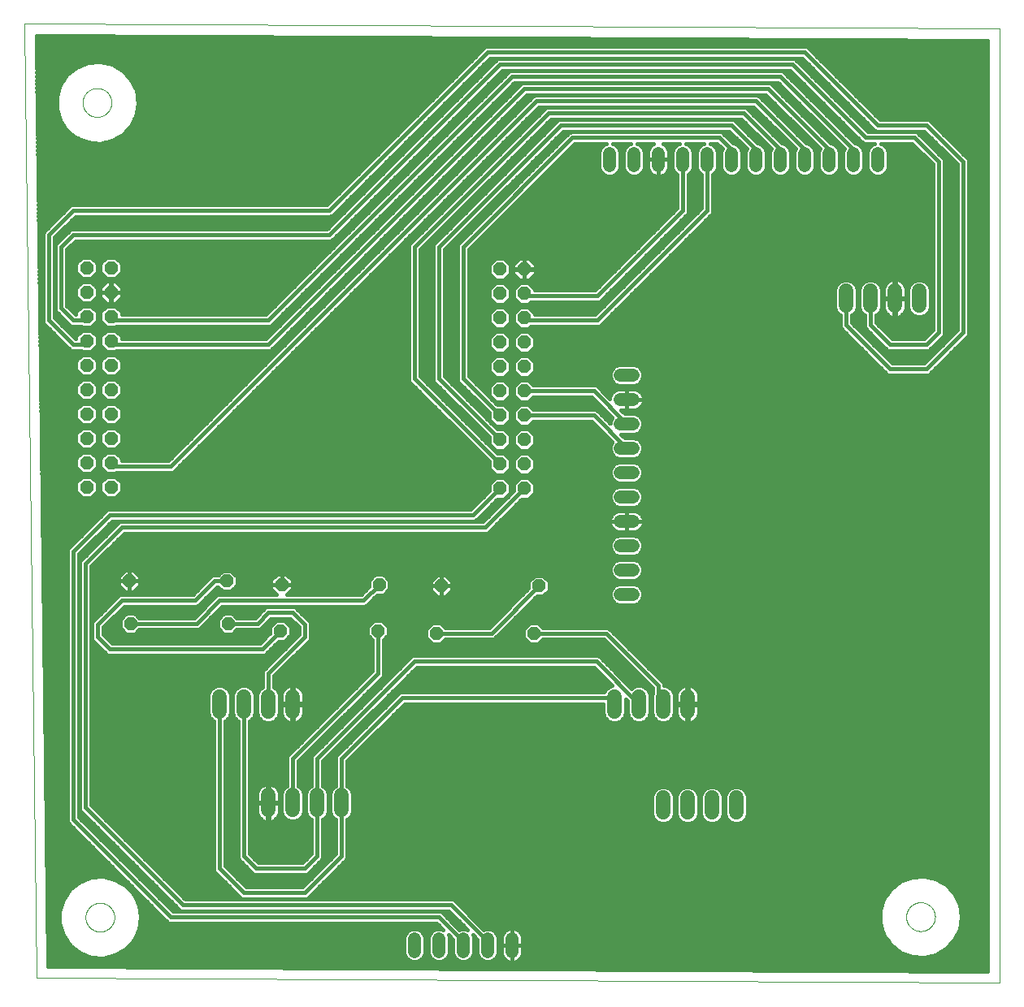
<source format=gtl>
G75*
%MOIN*%
%OFA0B0*%
%FSLAX25Y25*%
%IPPOS*%
%LPD*%
%AMOC8*
5,1,8,0,0,1.08239X$1,22.5*
%
%ADD10C,0.00000*%
%ADD11OC8,0.05200*%
%ADD12C,0.06000*%
%ADD13C,0.05200*%
%ADD14OC8,0.05600*%
%ADD15C,0.01600*%
D10*
X0006800Y0003000D02*
X0001800Y0394701D01*
X0401721Y0392701D01*
X0401721Y0001000D01*
X0006800Y0003000D01*
X0026894Y0028000D02*
X0026896Y0028153D01*
X0026902Y0028307D01*
X0026912Y0028460D01*
X0026926Y0028612D01*
X0026944Y0028765D01*
X0026966Y0028916D01*
X0026991Y0029067D01*
X0027021Y0029218D01*
X0027055Y0029368D01*
X0027092Y0029516D01*
X0027133Y0029664D01*
X0027178Y0029810D01*
X0027227Y0029956D01*
X0027280Y0030100D01*
X0027336Y0030242D01*
X0027396Y0030383D01*
X0027460Y0030523D01*
X0027527Y0030661D01*
X0027598Y0030797D01*
X0027673Y0030931D01*
X0027750Y0031063D01*
X0027832Y0031193D01*
X0027916Y0031321D01*
X0028004Y0031447D01*
X0028095Y0031570D01*
X0028189Y0031691D01*
X0028287Y0031809D01*
X0028387Y0031925D01*
X0028491Y0032038D01*
X0028597Y0032149D01*
X0028706Y0032257D01*
X0028818Y0032362D01*
X0028932Y0032463D01*
X0029050Y0032562D01*
X0029169Y0032658D01*
X0029291Y0032751D01*
X0029416Y0032840D01*
X0029543Y0032927D01*
X0029672Y0033009D01*
X0029803Y0033089D01*
X0029936Y0033165D01*
X0030071Y0033238D01*
X0030208Y0033307D01*
X0030347Y0033372D01*
X0030487Y0033434D01*
X0030629Y0033492D01*
X0030772Y0033547D01*
X0030917Y0033598D01*
X0031063Y0033645D01*
X0031210Y0033688D01*
X0031358Y0033727D01*
X0031507Y0033763D01*
X0031657Y0033794D01*
X0031808Y0033822D01*
X0031959Y0033846D01*
X0032112Y0033866D01*
X0032264Y0033882D01*
X0032417Y0033894D01*
X0032570Y0033902D01*
X0032723Y0033906D01*
X0032877Y0033906D01*
X0033030Y0033902D01*
X0033183Y0033894D01*
X0033336Y0033882D01*
X0033488Y0033866D01*
X0033641Y0033846D01*
X0033792Y0033822D01*
X0033943Y0033794D01*
X0034093Y0033763D01*
X0034242Y0033727D01*
X0034390Y0033688D01*
X0034537Y0033645D01*
X0034683Y0033598D01*
X0034828Y0033547D01*
X0034971Y0033492D01*
X0035113Y0033434D01*
X0035253Y0033372D01*
X0035392Y0033307D01*
X0035529Y0033238D01*
X0035664Y0033165D01*
X0035797Y0033089D01*
X0035928Y0033009D01*
X0036057Y0032927D01*
X0036184Y0032840D01*
X0036309Y0032751D01*
X0036431Y0032658D01*
X0036550Y0032562D01*
X0036668Y0032463D01*
X0036782Y0032362D01*
X0036894Y0032257D01*
X0037003Y0032149D01*
X0037109Y0032038D01*
X0037213Y0031925D01*
X0037313Y0031809D01*
X0037411Y0031691D01*
X0037505Y0031570D01*
X0037596Y0031447D01*
X0037684Y0031321D01*
X0037768Y0031193D01*
X0037850Y0031063D01*
X0037927Y0030931D01*
X0038002Y0030797D01*
X0038073Y0030661D01*
X0038140Y0030523D01*
X0038204Y0030383D01*
X0038264Y0030242D01*
X0038320Y0030100D01*
X0038373Y0029956D01*
X0038422Y0029810D01*
X0038467Y0029664D01*
X0038508Y0029516D01*
X0038545Y0029368D01*
X0038579Y0029218D01*
X0038609Y0029067D01*
X0038634Y0028916D01*
X0038656Y0028765D01*
X0038674Y0028612D01*
X0038688Y0028460D01*
X0038698Y0028307D01*
X0038704Y0028153D01*
X0038706Y0028000D01*
X0038704Y0027847D01*
X0038698Y0027693D01*
X0038688Y0027540D01*
X0038674Y0027388D01*
X0038656Y0027235D01*
X0038634Y0027084D01*
X0038609Y0026933D01*
X0038579Y0026782D01*
X0038545Y0026632D01*
X0038508Y0026484D01*
X0038467Y0026336D01*
X0038422Y0026190D01*
X0038373Y0026044D01*
X0038320Y0025900D01*
X0038264Y0025758D01*
X0038204Y0025617D01*
X0038140Y0025477D01*
X0038073Y0025339D01*
X0038002Y0025203D01*
X0037927Y0025069D01*
X0037850Y0024937D01*
X0037768Y0024807D01*
X0037684Y0024679D01*
X0037596Y0024553D01*
X0037505Y0024430D01*
X0037411Y0024309D01*
X0037313Y0024191D01*
X0037213Y0024075D01*
X0037109Y0023962D01*
X0037003Y0023851D01*
X0036894Y0023743D01*
X0036782Y0023638D01*
X0036668Y0023537D01*
X0036550Y0023438D01*
X0036431Y0023342D01*
X0036309Y0023249D01*
X0036184Y0023160D01*
X0036057Y0023073D01*
X0035928Y0022991D01*
X0035797Y0022911D01*
X0035664Y0022835D01*
X0035529Y0022762D01*
X0035392Y0022693D01*
X0035253Y0022628D01*
X0035113Y0022566D01*
X0034971Y0022508D01*
X0034828Y0022453D01*
X0034683Y0022402D01*
X0034537Y0022355D01*
X0034390Y0022312D01*
X0034242Y0022273D01*
X0034093Y0022237D01*
X0033943Y0022206D01*
X0033792Y0022178D01*
X0033641Y0022154D01*
X0033488Y0022134D01*
X0033336Y0022118D01*
X0033183Y0022106D01*
X0033030Y0022098D01*
X0032877Y0022094D01*
X0032723Y0022094D01*
X0032570Y0022098D01*
X0032417Y0022106D01*
X0032264Y0022118D01*
X0032112Y0022134D01*
X0031959Y0022154D01*
X0031808Y0022178D01*
X0031657Y0022206D01*
X0031507Y0022237D01*
X0031358Y0022273D01*
X0031210Y0022312D01*
X0031063Y0022355D01*
X0030917Y0022402D01*
X0030772Y0022453D01*
X0030629Y0022508D01*
X0030487Y0022566D01*
X0030347Y0022628D01*
X0030208Y0022693D01*
X0030071Y0022762D01*
X0029936Y0022835D01*
X0029803Y0022911D01*
X0029672Y0022991D01*
X0029543Y0023073D01*
X0029416Y0023160D01*
X0029291Y0023249D01*
X0029169Y0023342D01*
X0029050Y0023438D01*
X0028932Y0023537D01*
X0028818Y0023638D01*
X0028706Y0023743D01*
X0028597Y0023851D01*
X0028491Y0023962D01*
X0028387Y0024075D01*
X0028287Y0024191D01*
X0028189Y0024309D01*
X0028095Y0024430D01*
X0028004Y0024553D01*
X0027916Y0024679D01*
X0027832Y0024807D01*
X0027750Y0024937D01*
X0027673Y0025069D01*
X0027598Y0025203D01*
X0027527Y0025339D01*
X0027460Y0025477D01*
X0027396Y0025617D01*
X0027336Y0025758D01*
X0027280Y0025900D01*
X0027227Y0026044D01*
X0027178Y0026190D01*
X0027133Y0026336D01*
X0027092Y0026484D01*
X0027055Y0026632D01*
X0027021Y0026782D01*
X0026991Y0026933D01*
X0026966Y0027084D01*
X0026944Y0027235D01*
X0026926Y0027388D01*
X0026912Y0027540D01*
X0026902Y0027693D01*
X0026896Y0027847D01*
X0026894Y0028000D01*
X0025694Y0362400D02*
X0025696Y0362553D01*
X0025702Y0362707D01*
X0025712Y0362860D01*
X0025726Y0363012D01*
X0025744Y0363165D01*
X0025766Y0363316D01*
X0025791Y0363467D01*
X0025821Y0363618D01*
X0025855Y0363768D01*
X0025892Y0363916D01*
X0025933Y0364064D01*
X0025978Y0364210D01*
X0026027Y0364356D01*
X0026080Y0364500D01*
X0026136Y0364642D01*
X0026196Y0364783D01*
X0026260Y0364923D01*
X0026327Y0365061D01*
X0026398Y0365197D01*
X0026473Y0365331D01*
X0026550Y0365463D01*
X0026632Y0365593D01*
X0026716Y0365721D01*
X0026804Y0365847D01*
X0026895Y0365970D01*
X0026989Y0366091D01*
X0027087Y0366209D01*
X0027187Y0366325D01*
X0027291Y0366438D01*
X0027397Y0366549D01*
X0027506Y0366657D01*
X0027618Y0366762D01*
X0027732Y0366863D01*
X0027850Y0366962D01*
X0027969Y0367058D01*
X0028091Y0367151D01*
X0028216Y0367240D01*
X0028343Y0367327D01*
X0028472Y0367409D01*
X0028603Y0367489D01*
X0028736Y0367565D01*
X0028871Y0367638D01*
X0029008Y0367707D01*
X0029147Y0367772D01*
X0029287Y0367834D01*
X0029429Y0367892D01*
X0029572Y0367947D01*
X0029717Y0367998D01*
X0029863Y0368045D01*
X0030010Y0368088D01*
X0030158Y0368127D01*
X0030307Y0368163D01*
X0030457Y0368194D01*
X0030608Y0368222D01*
X0030759Y0368246D01*
X0030912Y0368266D01*
X0031064Y0368282D01*
X0031217Y0368294D01*
X0031370Y0368302D01*
X0031523Y0368306D01*
X0031677Y0368306D01*
X0031830Y0368302D01*
X0031983Y0368294D01*
X0032136Y0368282D01*
X0032288Y0368266D01*
X0032441Y0368246D01*
X0032592Y0368222D01*
X0032743Y0368194D01*
X0032893Y0368163D01*
X0033042Y0368127D01*
X0033190Y0368088D01*
X0033337Y0368045D01*
X0033483Y0367998D01*
X0033628Y0367947D01*
X0033771Y0367892D01*
X0033913Y0367834D01*
X0034053Y0367772D01*
X0034192Y0367707D01*
X0034329Y0367638D01*
X0034464Y0367565D01*
X0034597Y0367489D01*
X0034728Y0367409D01*
X0034857Y0367327D01*
X0034984Y0367240D01*
X0035109Y0367151D01*
X0035231Y0367058D01*
X0035350Y0366962D01*
X0035468Y0366863D01*
X0035582Y0366762D01*
X0035694Y0366657D01*
X0035803Y0366549D01*
X0035909Y0366438D01*
X0036013Y0366325D01*
X0036113Y0366209D01*
X0036211Y0366091D01*
X0036305Y0365970D01*
X0036396Y0365847D01*
X0036484Y0365721D01*
X0036568Y0365593D01*
X0036650Y0365463D01*
X0036727Y0365331D01*
X0036802Y0365197D01*
X0036873Y0365061D01*
X0036940Y0364923D01*
X0037004Y0364783D01*
X0037064Y0364642D01*
X0037120Y0364500D01*
X0037173Y0364356D01*
X0037222Y0364210D01*
X0037267Y0364064D01*
X0037308Y0363916D01*
X0037345Y0363768D01*
X0037379Y0363618D01*
X0037409Y0363467D01*
X0037434Y0363316D01*
X0037456Y0363165D01*
X0037474Y0363012D01*
X0037488Y0362860D01*
X0037498Y0362707D01*
X0037504Y0362553D01*
X0037506Y0362400D01*
X0037504Y0362247D01*
X0037498Y0362093D01*
X0037488Y0361940D01*
X0037474Y0361788D01*
X0037456Y0361635D01*
X0037434Y0361484D01*
X0037409Y0361333D01*
X0037379Y0361182D01*
X0037345Y0361032D01*
X0037308Y0360884D01*
X0037267Y0360736D01*
X0037222Y0360590D01*
X0037173Y0360444D01*
X0037120Y0360300D01*
X0037064Y0360158D01*
X0037004Y0360017D01*
X0036940Y0359877D01*
X0036873Y0359739D01*
X0036802Y0359603D01*
X0036727Y0359469D01*
X0036650Y0359337D01*
X0036568Y0359207D01*
X0036484Y0359079D01*
X0036396Y0358953D01*
X0036305Y0358830D01*
X0036211Y0358709D01*
X0036113Y0358591D01*
X0036013Y0358475D01*
X0035909Y0358362D01*
X0035803Y0358251D01*
X0035694Y0358143D01*
X0035582Y0358038D01*
X0035468Y0357937D01*
X0035350Y0357838D01*
X0035231Y0357742D01*
X0035109Y0357649D01*
X0034984Y0357560D01*
X0034857Y0357473D01*
X0034728Y0357391D01*
X0034597Y0357311D01*
X0034464Y0357235D01*
X0034329Y0357162D01*
X0034192Y0357093D01*
X0034053Y0357028D01*
X0033913Y0356966D01*
X0033771Y0356908D01*
X0033628Y0356853D01*
X0033483Y0356802D01*
X0033337Y0356755D01*
X0033190Y0356712D01*
X0033042Y0356673D01*
X0032893Y0356637D01*
X0032743Y0356606D01*
X0032592Y0356578D01*
X0032441Y0356554D01*
X0032288Y0356534D01*
X0032136Y0356518D01*
X0031983Y0356506D01*
X0031830Y0356498D01*
X0031677Y0356494D01*
X0031523Y0356494D01*
X0031370Y0356498D01*
X0031217Y0356506D01*
X0031064Y0356518D01*
X0030912Y0356534D01*
X0030759Y0356554D01*
X0030608Y0356578D01*
X0030457Y0356606D01*
X0030307Y0356637D01*
X0030158Y0356673D01*
X0030010Y0356712D01*
X0029863Y0356755D01*
X0029717Y0356802D01*
X0029572Y0356853D01*
X0029429Y0356908D01*
X0029287Y0356966D01*
X0029147Y0357028D01*
X0029008Y0357093D01*
X0028871Y0357162D01*
X0028736Y0357235D01*
X0028603Y0357311D01*
X0028472Y0357391D01*
X0028343Y0357473D01*
X0028216Y0357560D01*
X0028091Y0357649D01*
X0027969Y0357742D01*
X0027850Y0357838D01*
X0027732Y0357937D01*
X0027618Y0358038D01*
X0027506Y0358143D01*
X0027397Y0358251D01*
X0027291Y0358362D01*
X0027187Y0358475D01*
X0027087Y0358591D01*
X0026989Y0358709D01*
X0026895Y0358830D01*
X0026804Y0358953D01*
X0026716Y0359079D01*
X0026632Y0359207D01*
X0026550Y0359337D01*
X0026473Y0359469D01*
X0026398Y0359603D01*
X0026327Y0359739D01*
X0026260Y0359877D01*
X0026196Y0360017D01*
X0026136Y0360158D01*
X0026080Y0360300D01*
X0026027Y0360444D01*
X0025978Y0360590D01*
X0025933Y0360736D01*
X0025892Y0360884D01*
X0025855Y0361032D01*
X0025821Y0361182D01*
X0025791Y0361333D01*
X0025766Y0361484D01*
X0025744Y0361635D01*
X0025726Y0361788D01*
X0025712Y0361940D01*
X0025702Y0362093D01*
X0025696Y0362247D01*
X0025694Y0362400D01*
X0363494Y0028200D02*
X0363496Y0028353D01*
X0363502Y0028507D01*
X0363512Y0028660D01*
X0363526Y0028812D01*
X0363544Y0028965D01*
X0363566Y0029116D01*
X0363591Y0029267D01*
X0363621Y0029418D01*
X0363655Y0029568D01*
X0363692Y0029716D01*
X0363733Y0029864D01*
X0363778Y0030010D01*
X0363827Y0030156D01*
X0363880Y0030300D01*
X0363936Y0030442D01*
X0363996Y0030583D01*
X0364060Y0030723D01*
X0364127Y0030861D01*
X0364198Y0030997D01*
X0364273Y0031131D01*
X0364350Y0031263D01*
X0364432Y0031393D01*
X0364516Y0031521D01*
X0364604Y0031647D01*
X0364695Y0031770D01*
X0364789Y0031891D01*
X0364887Y0032009D01*
X0364987Y0032125D01*
X0365091Y0032238D01*
X0365197Y0032349D01*
X0365306Y0032457D01*
X0365418Y0032562D01*
X0365532Y0032663D01*
X0365650Y0032762D01*
X0365769Y0032858D01*
X0365891Y0032951D01*
X0366016Y0033040D01*
X0366143Y0033127D01*
X0366272Y0033209D01*
X0366403Y0033289D01*
X0366536Y0033365D01*
X0366671Y0033438D01*
X0366808Y0033507D01*
X0366947Y0033572D01*
X0367087Y0033634D01*
X0367229Y0033692D01*
X0367372Y0033747D01*
X0367517Y0033798D01*
X0367663Y0033845D01*
X0367810Y0033888D01*
X0367958Y0033927D01*
X0368107Y0033963D01*
X0368257Y0033994D01*
X0368408Y0034022D01*
X0368559Y0034046D01*
X0368712Y0034066D01*
X0368864Y0034082D01*
X0369017Y0034094D01*
X0369170Y0034102D01*
X0369323Y0034106D01*
X0369477Y0034106D01*
X0369630Y0034102D01*
X0369783Y0034094D01*
X0369936Y0034082D01*
X0370088Y0034066D01*
X0370241Y0034046D01*
X0370392Y0034022D01*
X0370543Y0033994D01*
X0370693Y0033963D01*
X0370842Y0033927D01*
X0370990Y0033888D01*
X0371137Y0033845D01*
X0371283Y0033798D01*
X0371428Y0033747D01*
X0371571Y0033692D01*
X0371713Y0033634D01*
X0371853Y0033572D01*
X0371992Y0033507D01*
X0372129Y0033438D01*
X0372264Y0033365D01*
X0372397Y0033289D01*
X0372528Y0033209D01*
X0372657Y0033127D01*
X0372784Y0033040D01*
X0372909Y0032951D01*
X0373031Y0032858D01*
X0373150Y0032762D01*
X0373268Y0032663D01*
X0373382Y0032562D01*
X0373494Y0032457D01*
X0373603Y0032349D01*
X0373709Y0032238D01*
X0373813Y0032125D01*
X0373913Y0032009D01*
X0374011Y0031891D01*
X0374105Y0031770D01*
X0374196Y0031647D01*
X0374284Y0031521D01*
X0374368Y0031393D01*
X0374450Y0031263D01*
X0374527Y0031131D01*
X0374602Y0030997D01*
X0374673Y0030861D01*
X0374740Y0030723D01*
X0374804Y0030583D01*
X0374864Y0030442D01*
X0374920Y0030300D01*
X0374973Y0030156D01*
X0375022Y0030010D01*
X0375067Y0029864D01*
X0375108Y0029716D01*
X0375145Y0029568D01*
X0375179Y0029418D01*
X0375209Y0029267D01*
X0375234Y0029116D01*
X0375256Y0028965D01*
X0375274Y0028812D01*
X0375288Y0028660D01*
X0375298Y0028507D01*
X0375304Y0028353D01*
X0375306Y0028200D01*
X0375304Y0028047D01*
X0375298Y0027893D01*
X0375288Y0027740D01*
X0375274Y0027588D01*
X0375256Y0027435D01*
X0375234Y0027284D01*
X0375209Y0027133D01*
X0375179Y0026982D01*
X0375145Y0026832D01*
X0375108Y0026684D01*
X0375067Y0026536D01*
X0375022Y0026390D01*
X0374973Y0026244D01*
X0374920Y0026100D01*
X0374864Y0025958D01*
X0374804Y0025817D01*
X0374740Y0025677D01*
X0374673Y0025539D01*
X0374602Y0025403D01*
X0374527Y0025269D01*
X0374450Y0025137D01*
X0374368Y0025007D01*
X0374284Y0024879D01*
X0374196Y0024753D01*
X0374105Y0024630D01*
X0374011Y0024509D01*
X0373913Y0024391D01*
X0373813Y0024275D01*
X0373709Y0024162D01*
X0373603Y0024051D01*
X0373494Y0023943D01*
X0373382Y0023838D01*
X0373268Y0023737D01*
X0373150Y0023638D01*
X0373031Y0023542D01*
X0372909Y0023449D01*
X0372784Y0023360D01*
X0372657Y0023273D01*
X0372528Y0023191D01*
X0372397Y0023111D01*
X0372264Y0023035D01*
X0372129Y0022962D01*
X0371992Y0022893D01*
X0371853Y0022828D01*
X0371713Y0022766D01*
X0371571Y0022708D01*
X0371428Y0022653D01*
X0371283Y0022602D01*
X0371137Y0022555D01*
X0370990Y0022512D01*
X0370842Y0022473D01*
X0370693Y0022437D01*
X0370543Y0022406D01*
X0370392Y0022378D01*
X0370241Y0022354D01*
X0370088Y0022334D01*
X0369936Y0022318D01*
X0369783Y0022306D01*
X0369630Y0022298D01*
X0369477Y0022294D01*
X0369323Y0022294D01*
X0369170Y0022298D01*
X0369017Y0022306D01*
X0368864Y0022318D01*
X0368712Y0022334D01*
X0368559Y0022354D01*
X0368408Y0022378D01*
X0368257Y0022406D01*
X0368107Y0022437D01*
X0367958Y0022473D01*
X0367810Y0022512D01*
X0367663Y0022555D01*
X0367517Y0022602D01*
X0367372Y0022653D01*
X0367229Y0022708D01*
X0367087Y0022766D01*
X0366947Y0022828D01*
X0366808Y0022893D01*
X0366671Y0022962D01*
X0366536Y0023035D01*
X0366403Y0023111D01*
X0366272Y0023191D01*
X0366143Y0023273D01*
X0366016Y0023360D01*
X0365891Y0023449D01*
X0365769Y0023542D01*
X0365650Y0023638D01*
X0365532Y0023737D01*
X0365418Y0023838D01*
X0365306Y0023943D01*
X0365197Y0024051D01*
X0365091Y0024162D01*
X0364987Y0024275D01*
X0364887Y0024391D01*
X0364789Y0024509D01*
X0364695Y0024630D01*
X0364604Y0024753D01*
X0364516Y0024879D01*
X0364432Y0025007D01*
X0364350Y0025137D01*
X0364273Y0025269D01*
X0364198Y0025403D01*
X0364127Y0025539D01*
X0364060Y0025677D01*
X0363996Y0025817D01*
X0363936Y0025958D01*
X0363880Y0026100D01*
X0363827Y0026244D01*
X0363778Y0026390D01*
X0363733Y0026536D01*
X0363692Y0026684D01*
X0363655Y0026832D01*
X0363621Y0026982D01*
X0363591Y0027133D01*
X0363566Y0027284D01*
X0363544Y0027435D01*
X0363526Y0027588D01*
X0363512Y0027740D01*
X0363502Y0027893D01*
X0363496Y0028047D01*
X0363494Y0028200D01*
D11*
X0210800Y0144500D03*
X0212800Y0164000D03*
X0172800Y0164000D03*
X0170800Y0144500D03*
X0146800Y0145500D03*
X0147300Y0164500D03*
X0107300Y0164500D03*
X0106800Y0145500D03*
X0085300Y0148500D03*
X0084800Y0166000D03*
X0044800Y0166000D03*
X0045300Y0148500D03*
D12*
X0081800Y0118500D02*
X0081800Y0112500D01*
X0091800Y0112500D02*
X0091800Y0118500D01*
X0101800Y0118500D02*
X0101800Y0112500D01*
X0111800Y0112500D02*
X0111800Y0118500D01*
X0111800Y0078000D02*
X0111800Y0072000D01*
X0101800Y0072000D02*
X0101800Y0078000D01*
X0121800Y0078000D02*
X0121800Y0072000D01*
X0131800Y0072000D02*
X0131800Y0078000D01*
X0243800Y0112500D02*
X0243800Y0118500D01*
X0253800Y0118500D02*
X0253800Y0112500D01*
X0263800Y0112500D02*
X0263800Y0118500D01*
X0273800Y0118500D02*
X0273800Y0112500D01*
X0273800Y0077000D02*
X0273800Y0071000D01*
X0263800Y0071000D02*
X0263800Y0077000D01*
X0283800Y0077000D02*
X0283800Y0071000D01*
X0293800Y0071000D02*
X0293800Y0077000D01*
X0338800Y0279000D02*
X0338800Y0285000D01*
X0348800Y0285000D02*
X0348800Y0279000D01*
X0358800Y0279000D02*
X0358800Y0285000D01*
X0368800Y0285000D02*
X0368800Y0279000D01*
D13*
X0351800Y0336400D02*
X0351800Y0341600D01*
X0341800Y0341600D02*
X0341800Y0336400D01*
X0331800Y0336400D02*
X0331800Y0341600D01*
X0321800Y0341600D02*
X0321800Y0336400D01*
X0311800Y0336400D02*
X0311800Y0341600D01*
X0301800Y0341600D02*
X0301800Y0336400D01*
X0291800Y0336400D02*
X0291800Y0341600D01*
X0281800Y0341600D02*
X0281800Y0336400D01*
X0271800Y0336400D02*
X0271800Y0341600D01*
X0261800Y0341600D02*
X0261800Y0336400D01*
X0251800Y0336400D02*
X0251800Y0341600D01*
X0241800Y0341600D02*
X0241800Y0336400D01*
X0246200Y0250500D02*
X0251400Y0250500D01*
X0251400Y0240500D02*
X0246200Y0240500D01*
X0246200Y0230500D02*
X0251400Y0230500D01*
X0251400Y0220500D02*
X0246200Y0220500D01*
X0246200Y0210500D02*
X0251400Y0210500D01*
X0251400Y0200500D02*
X0246200Y0200500D01*
X0246200Y0190500D02*
X0251400Y0190500D01*
X0251400Y0180500D02*
X0246200Y0180500D01*
X0246200Y0170500D02*
X0251400Y0170500D01*
X0251400Y0160500D02*
X0246200Y0160500D01*
X0201800Y0019100D02*
X0201800Y0013900D01*
X0191800Y0013900D02*
X0191800Y0019100D01*
X0181800Y0019100D02*
X0181800Y0013900D01*
X0171800Y0013900D02*
X0171800Y0019100D01*
X0161800Y0019100D02*
X0161800Y0013900D01*
D14*
X0196800Y0204000D03*
X0196800Y0214000D03*
X0196800Y0224000D03*
X0196800Y0234000D03*
X0196800Y0244000D03*
X0196800Y0254000D03*
X0196800Y0264000D03*
X0196800Y0274000D03*
X0196800Y0284000D03*
X0196800Y0294000D03*
X0206800Y0294000D03*
X0206800Y0284000D03*
X0206800Y0274000D03*
X0206800Y0264000D03*
X0206800Y0254000D03*
X0206800Y0244000D03*
X0206800Y0234000D03*
X0206800Y0224000D03*
X0206800Y0214000D03*
X0206800Y0204000D03*
X0037300Y0204500D03*
X0037300Y0214500D03*
X0037300Y0224500D03*
X0037300Y0234500D03*
X0037300Y0244500D03*
X0037300Y0254500D03*
X0037300Y0264500D03*
X0037300Y0274500D03*
X0037300Y0284500D03*
X0037300Y0294500D03*
X0027300Y0294500D03*
X0027300Y0284500D03*
X0027300Y0274500D03*
X0027300Y0264500D03*
X0027300Y0254500D03*
X0027300Y0244500D03*
X0027300Y0234500D03*
X0027300Y0224500D03*
X0027300Y0214500D03*
X0027300Y0204500D03*
D15*
X0031700Y0203799D02*
X0032900Y0203799D01*
X0032900Y0202677D02*
X0035477Y0200100D01*
X0039123Y0200100D01*
X0041700Y0202677D01*
X0041700Y0206323D01*
X0039123Y0208900D01*
X0035477Y0208900D01*
X0032900Y0206323D01*
X0032900Y0202677D01*
X0033377Y0202201D02*
X0031223Y0202201D01*
X0031700Y0202677D02*
X0029123Y0200100D01*
X0025477Y0200100D01*
X0022900Y0202677D01*
X0022900Y0206323D01*
X0025477Y0208900D01*
X0029123Y0208900D01*
X0031700Y0206323D01*
X0031700Y0202677D01*
X0031700Y0205398D02*
X0032900Y0205398D01*
X0033574Y0206996D02*
X0031026Y0206996D01*
X0029428Y0208595D02*
X0035172Y0208595D01*
X0035477Y0210100D02*
X0039123Y0210100D01*
X0039623Y0210600D01*
X0062277Y0210600D01*
X0063159Y0210965D01*
X0063835Y0211641D01*
X0212794Y0360600D01*
X0300806Y0360600D01*
X0318001Y0343404D01*
X0317600Y0342435D01*
X0317600Y0335565D01*
X0318239Y0334021D01*
X0319421Y0332839D01*
X0320965Y0332200D01*
X0322635Y0332200D01*
X0324179Y0332839D01*
X0325361Y0334021D01*
X0326000Y0335565D01*
X0326000Y0342435D01*
X0325361Y0343979D01*
X0324179Y0345161D01*
X0322635Y0345800D01*
X0322394Y0345800D01*
X0303835Y0364359D01*
X0303159Y0365035D01*
X0302277Y0365400D01*
X0211323Y0365400D01*
X0210441Y0365035D01*
X0209765Y0364359D01*
X0060806Y0215400D01*
X0041700Y0215400D01*
X0041700Y0216323D01*
X0039123Y0218900D01*
X0035477Y0218900D01*
X0032900Y0216323D01*
X0032900Y0212677D01*
X0035477Y0210100D01*
X0035384Y0210193D02*
X0029216Y0210193D01*
X0029123Y0210100D02*
X0031700Y0212677D01*
X0031700Y0216323D01*
X0029123Y0218900D01*
X0025477Y0218900D01*
X0022900Y0216323D01*
X0022900Y0212677D01*
X0025477Y0210100D01*
X0029123Y0210100D01*
X0030814Y0211792D02*
X0033786Y0211792D01*
X0032900Y0213390D02*
X0031700Y0213390D01*
X0031700Y0214989D02*
X0032900Y0214989D01*
X0033165Y0216587D02*
X0031435Y0216587D01*
X0029837Y0218186D02*
X0034763Y0218186D01*
X0035477Y0220100D02*
X0039123Y0220100D01*
X0041700Y0222677D01*
X0041700Y0226323D01*
X0039123Y0228900D01*
X0035477Y0228900D01*
X0032900Y0226323D01*
X0032900Y0222677D01*
X0035477Y0220100D01*
X0034195Y0221383D02*
X0030405Y0221383D01*
X0029123Y0220100D02*
X0031700Y0222677D01*
X0031700Y0226323D01*
X0029123Y0228900D01*
X0025477Y0228900D01*
X0022900Y0226323D01*
X0022900Y0222677D01*
X0025477Y0220100D01*
X0029123Y0220100D01*
X0031700Y0222981D02*
X0032900Y0222981D01*
X0032900Y0224580D02*
X0031700Y0224580D01*
X0031700Y0226178D02*
X0032900Y0226178D01*
X0034354Y0227777D02*
X0030246Y0227777D01*
X0029123Y0230100D02*
X0025477Y0230100D01*
X0022900Y0232677D01*
X0022900Y0236323D01*
X0025477Y0238900D01*
X0029123Y0238900D01*
X0031700Y0236323D01*
X0031700Y0232677D01*
X0029123Y0230100D01*
X0029996Y0230974D02*
X0034604Y0230974D01*
X0035477Y0230100D02*
X0039123Y0230100D01*
X0041700Y0232677D01*
X0041700Y0236323D01*
X0039123Y0238900D01*
X0035477Y0238900D01*
X0032900Y0236323D01*
X0032900Y0232677D01*
X0035477Y0230100D01*
X0033005Y0232572D02*
X0031595Y0232572D01*
X0031700Y0234171D02*
X0032900Y0234171D01*
X0032900Y0235769D02*
X0031700Y0235769D01*
X0030655Y0237368D02*
X0033945Y0237368D01*
X0035477Y0240100D02*
X0039123Y0240100D01*
X0041700Y0242677D01*
X0041700Y0246323D01*
X0039123Y0248900D01*
X0035477Y0248900D01*
X0032900Y0246323D01*
X0032900Y0242677D01*
X0035477Y0240100D01*
X0035013Y0240565D02*
X0029587Y0240565D01*
X0029123Y0240100D02*
X0031700Y0242677D01*
X0031700Y0246323D01*
X0029123Y0248900D01*
X0025477Y0248900D01*
X0022900Y0246323D01*
X0022900Y0242677D01*
X0025477Y0240100D01*
X0029123Y0240100D01*
X0031186Y0242163D02*
X0033414Y0242163D01*
X0032900Y0243762D02*
X0031700Y0243762D01*
X0031700Y0245360D02*
X0032900Y0245360D01*
X0033536Y0246959D02*
X0031064Y0246959D01*
X0029465Y0248557D02*
X0035135Y0248557D01*
X0035477Y0250100D02*
X0039123Y0250100D01*
X0041700Y0252677D01*
X0041700Y0256323D01*
X0039123Y0258900D01*
X0035477Y0258900D01*
X0032900Y0256323D01*
X0032900Y0252677D01*
X0035477Y0250100D01*
X0035422Y0250156D02*
X0029178Y0250156D01*
X0029123Y0250100D02*
X0031700Y0252677D01*
X0031700Y0256323D01*
X0029123Y0258900D01*
X0025477Y0258900D01*
X0022900Y0256323D01*
X0022900Y0252677D01*
X0025477Y0250100D01*
X0029123Y0250100D01*
X0030777Y0251754D02*
X0033823Y0251754D01*
X0032900Y0253353D02*
X0031700Y0253353D01*
X0031700Y0254951D02*
X0032900Y0254951D01*
X0033127Y0256550D02*
X0031473Y0256550D01*
X0029874Y0258148D02*
X0034726Y0258148D01*
X0035477Y0260100D02*
X0039123Y0260100D01*
X0039623Y0260600D01*
X0102277Y0260600D01*
X0103159Y0260965D01*
X0103835Y0261641D01*
X0207794Y0365600D01*
X0305806Y0365600D01*
X0328001Y0343404D01*
X0327600Y0342435D01*
X0327600Y0335565D01*
X0328239Y0334021D01*
X0329421Y0332839D01*
X0330965Y0332200D01*
X0332635Y0332200D01*
X0334179Y0332839D01*
X0335361Y0334021D01*
X0336000Y0335565D01*
X0336000Y0342435D01*
X0335361Y0343979D01*
X0334179Y0345161D01*
X0332635Y0345800D01*
X0332394Y0345800D01*
X0308835Y0369359D01*
X0308159Y0370035D01*
X0307277Y0370400D01*
X0206323Y0370400D01*
X0205441Y0370035D01*
X0100806Y0265400D01*
X0041700Y0265400D01*
X0041700Y0266323D01*
X0039123Y0268900D01*
X0035477Y0268900D01*
X0032900Y0266323D01*
X0032900Y0262677D01*
X0035477Y0260100D01*
X0034232Y0261345D02*
X0030368Y0261345D01*
X0029123Y0260100D02*
X0031700Y0262677D01*
X0031700Y0266323D01*
X0029123Y0268900D01*
X0025477Y0268900D01*
X0022900Y0266323D01*
X0022900Y0265400D01*
X0022794Y0265400D01*
X0014200Y0273994D01*
X0014200Y0307006D01*
X0022794Y0315600D01*
X0127277Y0315600D01*
X0128159Y0315965D01*
X0128835Y0316641D01*
X0192794Y0380600D01*
X0320806Y0380600D01*
X0350441Y0350965D01*
X0351323Y0350600D01*
X0370806Y0350600D01*
X0384400Y0337006D01*
X0384400Y0268994D01*
X0370806Y0255400D01*
X0357794Y0255400D01*
X0341200Y0271994D01*
X0341200Y0275015D01*
X0341406Y0275100D01*
X0342700Y0276394D01*
X0343400Y0278085D01*
X0343400Y0285915D01*
X0342700Y0287606D01*
X0341406Y0288900D01*
X0339715Y0289600D01*
X0337885Y0289600D01*
X0336194Y0288900D01*
X0334900Y0287606D01*
X0334200Y0285915D01*
X0334200Y0278085D01*
X0334900Y0276394D01*
X0336194Y0275100D01*
X0336400Y0275015D01*
X0336400Y0270523D01*
X0336765Y0269641D01*
X0354765Y0251641D01*
X0355441Y0250965D01*
X0356323Y0250600D01*
X0372277Y0250600D01*
X0373159Y0250965D01*
X0373835Y0251641D01*
X0388159Y0265965D01*
X0388835Y0266641D01*
X0389200Y0267523D01*
X0389200Y0338477D01*
X0388835Y0339359D01*
X0373835Y0354359D01*
X0373835Y0354359D01*
X0373159Y0355035D01*
X0372277Y0355400D01*
X0352794Y0355400D01*
X0323835Y0384359D01*
X0323159Y0385035D01*
X0322277Y0385400D01*
X0191323Y0385400D01*
X0190441Y0385035D01*
X0125806Y0320400D01*
X0021323Y0320400D01*
X0020441Y0320035D01*
X0010441Y0310035D01*
X0009765Y0309359D01*
X0009400Y0308477D01*
X0009400Y0272523D01*
X0009765Y0271641D01*
X0019765Y0261641D01*
X0020441Y0260965D01*
X0021323Y0260600D01*
X0024977Y0260600D01*
X0025477Y0260100D01*
X0029123Y0260100D01*
X0031700Y0262944D02*
X0032900Y0262944D01*
X0032900Y0264542D02*
X0031700Y0264542D01*
X0031700Y0266141D02*
X0032900Y0266141D01*
X0034317Y0267739D02*
X0030283Y0267739D01*
X0029123Y0270100D02*
X0025477Y0270100D01*
X0024977Y0270600D01*
X0021323Y0270600D01*
X0020441Y0270965D01*
X0019765Y0271641D01*
X0014765Y0276641D01*
X0014400Y0277523D01*
X0014400Y0303477D01*
X0014765Y0304359D01*
X0015441Y0305035D01*
X0020441Y0310035D01*
X0021323Y0310400D01*
X0125806Y0310400D01*
X0195441Y0380035D01*
X0196323Y0380400D01*
X0317277Y0380400D01*
X0318159Y0380035D01*
X0318835Y0379359D01*
X0347794Y0350400D01*
X0367277Y0350400D01*
X0368159Y0350035D01*
X0368835Y0349359D01*
X0378835Y0339359D01*
X0379200Y0338477D01*
X0379200Y0267523D01*
X0378835Y0266641D01*
X0378159Y0265965D01*
X0373159Y0260965D01*
X0372277Y0260600D01*
X0356323Y0260600D01*
X0355441Y0260965D01*
X0354765Y0261641D01*
X0346765Y0269641D01*
X0346400Y0270523D01*
X0346400Y0275015D01*
X0346194Y0275100D01*
X0344900Y0276394D01*
X0344200Y0278085D01*
X0344200Y0285915D01*
X0344900Y0287606D01*
X0346194Y0288900D01*
X0347885Y0289600D01*
X0349715Y0289600D01*
X0351406Y0288900D01*
X0352700Y0287606D01*
X0353400Y0285915D01*
X0353400Y0278085D01*
X0352700Y0276394D01*
X0351406Y0275100D01*
X0351200Y0275015D01*
X0351200Y0271994D01*
X0357794Y0265400D01*
X0370806Y0265400D01*
X0374400Y0268994D01*
X0374400Y0337006D01*
X0365806Y0345600D01*
X0353118Y0345600D01*
X0354179Y0345161D01*
X0355361Y0343979D01*
X0356000Y0342435D01*
X0356000Y0335565D01*
X0355361Y0334021D01*
X0354179Y0332839D01*
X0352635Y0332200D01*
X0350965Y0332200D01*
X0349421Y0332839D01*
X0348239Y0334021D01*
X0347600Y0335565D01*
X0347600Y0342435D01*
X0348239Y0343979D01*
X0349421Y0345161D01*
X0350482Y0345600D01*
X0346323Y0345600D01*
X0345441Y0345965D01*
X0315806Y0375600D01*
X0197794Y0375600D01*
X0128835Y0306641D01*
X0128159Y0305965D01*
X0127277Y0305600D01*
X0022794Y0305600D01*
X0019200Y0302006D01*
X0019200Y0278994D01*
X0022794Y0275400D01*
X0022900Y0275400D01*
X0022900Y0276323D01*
X0025477Y0278900D01*
X0029123Y0278900D01*
X0031700Y0276323D01*
X0031700Y0272677D01*
X0029123Y0270100D01*
X0029959Y0270937D02*
X0034641Y0270937D01*
X0035477Y0270100D02*
X0039123Y0270100D01*
X0039623Y0270600D01*
X0102277Y0270600D01*
X0103159Y0270965D01*
X0103835Y0271641D01*
X0202794Y0370600D01*
X0310806Y0370600D01*
X0338001Y0343404D01*
X0337600Y0342435D01*
X0337600Y0335565D01*
X0338239Y0334021D01*
X0339421Y0332839D01*
X0340965Y0332200D01*
X0342635Y0332200D01*
X0344179Y0332839D01*
X0345361Y0334021D01*
X0346000Y0335565D01*
X0346000Y0342435D01*
X0345361Y0343979D01*
X0344179Y0345161D01*
X0342635Y0345800D01*
X0342394Y0345800D01*
X0313835Y0374359D01*
X0313159Y0375035D01*
X0312277Y0375400D01*
X0201323Y0375400D01*
X0200441Y0375035D01*
X0100806Y0275400D01*
X0041700Y0275400D01*
X0041700Y0276323D01*
X0039123Y0278900D01*
X0035477Y0278900D01*
X0032900Y0276323D01*
X0032900Y0272677D01*
X0035477Y0270100D01*
X0033042Y0272535D02*
X0031558Y0272535D01*
X0031700Y0274134D02*
X0032900Y0274134D01*
X0032900Y0275732D02*
X0031700Y0275732D01*
X0030692Y0277331D02*
X0033908Y0277331D01*
X0035395Y0279900D02*
X0032700Y0282595D01*
X0032700Y0284400D01*
X0037200Y0284400D01*
X0037200Y0284600D01*
X0037200Y0289100D01*
X0035395Y0289100D01*
X0032700Y0286405D01*
X0032700Y0284600D01*
X0037200Y0284600D01*
X0037400Y0284600D01*
X0037400Y0289100D01*
X0039205Y0289100D01*
X0041900Y0286405D01*
X0041900Y0284600D01*
X0037400Y0284600D01*
X0037400Y0284400D01*
X0041900Y0284400D01*
X0041900Y0282595D01*
X0039205Y0279900D01*
X0037400Y0279900D01*
X0037400Y0284400D01*
X0037200Y0284400D01*
X0037200Y0279900D01*
X0035395Y0279900D01*
X0034767Y0280528D02*
X0029550Y0280528D01*
X0029123Y0280100D02*
X0031700Y0282677D01*
X0031700Y0286323D01*
X0029123Y0288900D01*
X0025477Y0288900D01*
X0022900Y0286323D01*
X0022900Y0282677D01*
X0025477Y0280100D01*
X0029123Y0280100D01*
X0031149Y0282126D02*
X0033169Y0282126D01*
X0032700Y0283725D02*
X0031700Y0283725D01*
X0031700Y0285323D02*
X0032700Y0285323D01*
X0033216Y0286922D02*
X0031101Y0286922D01*
X0029502Y0288520D02*
X0034815Y0288520D01*
X0035477Y0290100D02*
X0039123Y0290100D01*
X0041700Y0292677D01*
X0041700Y0296323D01*
X0039123Y0298900D01*
X0035477Y0298900D01*
X0032900Y0296323D01*
X0032900Y0292677D01*
X0035477Y0290100D01*
X0035459Y0290119D02*
X0029141Y0290119D01*
X0029123Y0290100D02*
X0031700Y0292677D01*
X0031700Y0296323D01*
X0029123Y0298900D01*
X0025477Y0298900D01*
X0022900Y0296323D01*
X0022900Y0292677D01*
X0025477Y0290100D01*
X0029123Y0290100D01*
X0030740Y0291717D02*
X0033860Y0291717D01*
X0032900Y0293316D02*
X0031700Y0293316D01*
X0031700Y0294914D02*
X0032900Y0294914D01*
X0033090Y0296513D02*
X0031510Y0296513D01*
X0029911Y0298111D02*
X0034689Y0298111D01*
X0039911Y0298111D02*
X0123517Y0298111D01*
X0121919Y0296513D02*
X0041510Y0296513D01*
X0041700Y0294914D02*
X0120320Y0294914D01*
X0118722Y0293316D02*
X0041700Y0293316D01*
X0040740Y0291717D02*
X0117123Y0291717D01*
X0115525Y0290119D02*
X0039141Y0290119D01*
X0039785Y0288520D02*
X0113926Y0288520D01*
X0112328Y0286922D02*
X0041384Y0286922D01*
X0041900Y0285323D02*
X0110729Y0285323D01*
X0109130Y0283725D02*
X0041900Y0283725D01*
X0041431Y0282126D02*
X0107532Y0282126D01*
X0105933Y0280528D02*
X0039833Y0280528D01*
X0037400Y0280528D02*
X0037200Y0280528D01*
X0037200Y0282126D02*
X0037400Y0282126D01*
X0037400Y0283725D02*
X0037200Y0283725D01*
X0037200Y0285323D02*
X0037400Y0285323D01*
X0037400Y0286922D02*
X0037200Y0286922D01*
X0037200Y0288520D02*
X0037400Y0288520D01*
X0040692Y0277331D02*
X0102736Y0277331D01*
X0104335Y0278929D02*
X0019265Y0278929D01*
X0019200Y0280528D02*
X0025050Y0280528D01*
X0023451Y0282126D02*
X0019200Y0282126D01*
X0019200Y0283725D02*
X0022900Y0283725D01*
X0022900Y0285323D02*
X0019200Y0285323D01*
X0019200Y0286922D02*
X0023499Y0286922D01*
X0025098Y0288520D02*
X0019200Y0288520D01*
X0019200Y0290119D02*
X0025459Y0290119D01*
X0023860Y0291717D02*
X0019200Y0291717D01*
X0019200Y0293316D02*
X0022900Y0293316D01*
X0022900Y0294914D02*
X0019200Y0294914D01*
X0019200Y0296513D02*
X0023090Y0296513D01*
X0024689Y0298111D02*
X0019200Y0298111D01*
X0019200Y0299710D02*
X0125116Y0299710D01*
X0126714Y0301308D02*
X0019200Y0301308D01*
X0020101Y0302907D02*
X0128313Y0302907D01*
X0129911Y0304505D02*
X0021699Y0304505D01*
X0021800Y0308000D02*
X0016800Y0303000D01*
X0016800Y0278000D01*
X0021800Y0273000D01*
X0025800Y0273000D01*
X0027300Y0274500D01*
X0023908Y0277331D02*
X0020864Y0277331D01*
X0022462Y0275732D02*
X0022900Y0275732D01*
X0018871Y0272535D02*
X0015659Y0272535D01*
X0014200Y0274134D02*
X0017272Y0274134D01*
X0015674Y0275732D02*
X0014200Y0275732D01*
X0014200Y0277331D02*
X0014480Y0277331D01*
X0014400Y0278929D02*
X0014200Y0278929D01*
X0014200Y0280528D02*
X0014400Y0280528D01*
X0014400Y0282126D02*
X0014200Y0282126D01*
X0014200Y0283725D02*
X0014400Y0283725D01*
X0014400Y0285323D02*
X0014200Y0285323D01*
X0014200Y0286922D02*
X0014400Y0286922D01*
X0014400Y0288520D02*
X0014200Y0288520D01*
X0014200Y0290119D02*
X0014400Y0290119D01*
X0014400Y0291717D02*
X0014200Y0291717D01*
X0014200Y0293316D02*
X0014400Y0293316D01*
X0014400Y0294914D02*
X0014200Y0294914D01*
X0014200Y0296513D02*
X0014400Y0296513D01*
X0014400Y0298111D02*
X0014200Y0298111D01*
X0014200Y0299710D02*
X0014400Y0299710D01*
X0014400Y0301308D02*
X0014200Y0301308D01*
X0014200Y0302907D02*
X0014400Y0302907D01*
X0014200Y0304505D02*
X0014911Y0304505D01*
X0014200Y0306104D02*
X0016510Y0306104D01*
X0018108Y0307702D02*
X0014896Y0307702D01*
X0016495Y0309301D02*
X0019707Y0309301D01*
X0018093Y0310899D02*
X0126305Y0310899D01*
X0127904Y0312498D02*
X0019692Y0312498D01*
X0021290Y0314096D02*
X0129502Y0314096D01*
X0131101Y0315695D02*
X0127506Y0315695D01*
X0126800Y0318000D02*
X0021800Y0318000D01*
X0011800Y0308000D01*
X0011800Y0273000D01*
X0021800Y0263000D01*
X0025800Y0263000D01*
X0027300Y0264500D01*
X0024317Y0267739D02*
X0020455Y0267739D01*
X0022053Y0266141D02*
X0022900Y0266141D01*
X0018856Y0269338D02*
X0104744Y0269338D01*
X0106342Y0270937D02*
X0103090Y0270937D01*
X0104729Y0272535D02*
X0107941Y0272535D01*
X0109539Y0274134D02*
X0106328Y0274134D01*
X0107926Y0275732D02*
X0111138Y0275732D01*
X0112736Y0277331D02*
X0109525Y0277331D01*
X0111123Y0278929D02*
X0114335Y0278929D01*
X0115933Y0280528D02*
X0112722Y0280528D01*
X0114320Y0282126D02*
X0117532Y0282126D01*
X0119130Y0283725D02*
X0115919Y0283725D01*
X0117517Y0285323D02*
X0120729Y0285323D01*
X0122328Y0286922D02*
X0119116Y0286922D01*
X0120714Y0288520D02*
X0123926Y0288520D01*
X0125525Y0290119D02*
X0122313Y0290119D01*
X0123911Y0291717D02*
X0127123Y0291717D01*
X0128722Y0293316D02*
X0125510Y0293316D01*
X0127108Y0294914D02*
X0130320Y0294914D01*
X0131919Y0296513D02*
X0128707Y0296513D01*
X0130305Y0298111D02*
X0133517Y0298111D01*
X0135116Y0299710D02*
X0131904Y0299710D01*
X0133502Y0301308D02*
X0136714Y0301308D01*
X0138313Y0302907D02*
X0135101Y0302907D01*
X0136699Y0304505D02*
X0139911Y0304505D01*
X0141510Y0306104D02*
X0138298Y0306104D01*
X0139896Y0307702D02*
X0143108Y0307702D01*
X0144707Y0309301D02*
X0141495Y0309301D01*
X0143093Y0310899D02*
X0146305Y0310899D01*
X0147904Y0312498D02*
X0144692Y0312498D01*
X0146290Y0314096D02*
X0149502Y0314096D01*
X0151101Y0315695D02*
X0147889Y0315695D01*
X0149487Y0317293D02*
X0152699Y0317293D01*
X0154298Y0318892D02*
X0151086Y0318892D01*
X0152684Y0320490D02*
X0155896Y0320490D01*
X0157495Y0322089D02*
X0154283Y0322089D01*
X0155881Y0323687D02*
X0159093Y0323687D01*
X0160692Y0325286D02*
X0157480Y0325286D01*
X0159079Y0326884D02*
X0162290Y0326884D01*
X0163889Y0328483D02*
X0160677Y0328483D01*
X0162276Y0330081D02*
X0165487Y0330081D01*
X0167086Y0331680D02*
X0163874Y0331680D01*
X0165473Y0333278D02*
X0168684Y0333278D01*
X0170283Y0334877D02*
X0167071Y0334877D01*
X0168670Y0336475D02*
X0171881Y0336475D01*
X0173480Y0338074D02*
X0170268Y0338074D01*
X0171867Y0339672D02*
X0175078Y0339672D01*
X0176677Y0341271D02*
X0173465Y0341271D01*
X0175064Y0342870D02*
X0178275Y0342870D01*
X0179874Y0344468D02*
X0176662Y0344468D01*
X0178261Y0346067D02*
X0181472Y0346067D01*
X0183071Y0347665D02*
X0179859Y0347665D01*
X0181458Y0349264D02*
X0184669Y0349264D01*
X0186268Y0350862D02*
X0183056Y0350862D01*
X0184655Y0352461D02*
X0187866Y0352461D01*
X0189465Y0354059D02*
X0186253Y0354059D01*
X0187852Y0355658D02*
X0191063Y0355658D01*
X0192662Y0357256D02*
X0189450Y0357256D01*
X0191049Y0358855D02*
X0194261Y0358855D01*
X0195859Y0360453D02*
X0192647Y0360453D01*
X0194246Y0362052D02*
X0197458Y0362052D01*
X0199056Y0363650D02*
X0195844Y0363650D01*
X0197443Y0365249D02*
X0200655Y0365249D01*
X0202253Y0366847D02*
X0199041Y0366847D01*
X0200640Y0368446D02*
X0203852Y0368446D01*
X0205464Y0370044D02*
X0202238Y0370044D01*
X0201800Y0373000D02*
X0101800Y0273000D01*
X0038800Y0273000D01*
X0037300Y0274500D01*
X0041700Y0275732D02*
X0101138Y0275732D01*
X0103145Y0267739D02*
X0040283Y0267739D01*
X0041700Y0266141D02*
X0101547Y0266141D01*
X0101800Y0263000D02*
X0038800Y0263000D01*
X0037300Y0264500D01*
X0039874Y0258148D02*
X0103554Y0258148D01*
X0101956Y0256550D02*
X0041473Y0256550D01*
X0041700Y0254951D02*
X0100357Y0254951D01*
X0098759Y0253353D02*
X0041700Y0253353D01*
X0040777Y0251754D02*
X0097160Y0251754D01*
X0095562Y0250156D02*
X0039178Y0250156D01*
X0039465Y0248557D02*
X0093963Y0248557D01*
X0092365Y0246959D02*
X0041064Y0246959D01*
X0041700Y0245360D02*
X0090766Y0245360D01*
X0089168Y0243762D02*
X0041700Y0243762D01*
X0041186Y0242163D02*
X0087569Y0242163D01*
X0085971Y0240565D02*
X0039587Y0240565D01*
X0040655Y0237368D02*
X0082774Y0237368D01*
X0084372Y0238966D02*
X0008588Y0238966D01*
X0008609Y0237368D02*
X0023945Y0237368D01*
X0022900Y0235769D02*
X0008629Y0235769D01*
X0008650Y0234171D02*
X0022900Y0234171D01*
X0023005Y0232572D02*
X0008670Y0232572D01*
X0008690Y0230974D02*
X0024604Y0230974D01*
X0024354Y0227777D02*
X0008731Y0227777D01*
X0008711Y0229375D02*
X0074781Y0229375D01*
X0073183Y0227777D02*
X0040246Y0227777D01*
X0041700Y0226178D02*
X0071584Y0226178D01*
X0069986Y0224580D02*
X0041700Y0224580D01*
X0041700Y0222981D02*
X0068387Y0222981D01*
X0066789Y0221383D02*
X0040405Y0221383D01*
X0039837Y0218186D02*
X0063592Y0218186D01*
X0065190Y0219784D02*
X0008833Y0219784D01*
X0008854Y0218186D02*
X0024763Y0218186D01*
X0023165Y0216587D02*
X0008874Y0216587D01*
X0008894Y0214989D02*
X0022900Y0214989D01*
X0022900Y0213390D02*
X0008915Y0213390D01*
X0008935Y0211792D02*
X0023786Y0211792D01*
X0025384Y0210193D02*
X0008956Y0210193D01*
X0008976Y0208595D02*
X0025172Y0208595D01*
X0023574Y0206996D02*
X0008996Y0206996D01*
X0009017Y0205398D02*
X0022900Y0205398D01*
X0022900Y0203799D02*
X0009037Y0203799D01*
X0009058Y0202201D02*
X0023377Y0202201D01*
X0024975Y0200602D02*
X0009078Y0200602D01*
X0009098Y0199003D02*
X0188409Y0199003D01*
X0186811Y0197405D02*
X0009119Y0197405D01*
X0009139Y0195806D02*
X0185212Y0195806D01*
X0184806Y0195400D02*
X0036323Y0195400D01*
X0035441Y0195035D01*
X0034765Y0194359D01*
X0019765Y0179359D01*
X0019400Y0178477D01*
X0019400Y0067523D01*
X0019765Y0066641D01*
X0020441Y0065965D01*
X0060441Y0025965D01*
X0061323Y0025600D01*
X0170806Y0025600D01*
X0173439Y0022967D01*
X0172635Y0023300D01*
X0170965Y0023300D01*
X0169421Y0022661D01*
X0168239Y0021479D01*
X0167600Y0019935D01*
X0167600Y0013065D01*
X0168239Y0011521D01*
X0169421Y0010339D01*
X0170965Y0009700D01*
X0172635Y0009700D01*
X0174179Y0010339D01*
X0175361Y0011521D01*
X0176000Y0013065D01*
X0176000Y0019935D01*
X0175667Y0020739D01*
X0177600Y0018806D01*
X0177600Y0013065D01*
X0178239Y0011521D01*
X0179421Y0010339D01*
X0180965Y0009700D01*
X0182635Y0009700D01*
X0184179Y0010339D01*
X0185361Y0011521D01*
X0186000Y0013065D01*
X0186000Y0019935D01*
X0185667Y0020739D01*
X0187600Y0018806D01*
X0187600Y0013065D01*
X0188239Y0011521D01*
X0189421Y0010339D01*
X0190965Y0009700D01*
X0192635Y0009700D01*
X0194179Y0010339D01*
X0195361Y0011521D01*
X0196000Y0013065D01*
X0196000Y0019935D01*
X0195361Y0021479D01*
X0194179Y0022661D01*
X0192635Y0023300D01*
X0190965Y0023300D01*
X0190208Y0022986D01*
X0178835Y0034359D01*
X0178159Y0035035D01*
X0177277Y0035400D01*
X0067794Y0035400D01*
X0029200Y0073994D01*
X0029200Y0172006D01*
X0042794Y0185600D01*
X0191277Y0185600D01*
X0192159Y0185965D01*
X0205794Y0199600D01*
X0208623Y0199600D01*
X0211200Y0202177D01*
X0211200Y0205823D01*
X0208623Y0208400D01*
X0204977Y0208400D01*
X0202400Y0205823D01*
X0202400Y0202994D01*
X0189806Y0190400D01*
X0041323Y0190400D01*
X0040441Y0190035D01*
X0039765Y0189359D01*
X0024765Y0174359D01*
X0024400Y0173477D01*
X0024400Y0072523D01*
X0024765Y0071641D01*
X0025441Y0070965D01*
X0065441Y0030965D01*
X0066323Y0030600D01*
X0175806Y0030600D01*
X0183439Y0022967D01*
X0182635Y0023300D01*
X0180965Y0023300D01*
X0180208Y0022986D01*
X0173835Y0029359D01*
X0173159Y0030035D01*
X0172277Y0030400D01*
X0062794Y0030400D01*
X0024200Y0068994D01*
X0024200Y0177006D01*
X0037794Y0190600D01*
X0186277Y0190600D01*
X0187159Y0190965D01*
X0195794Y0199600D01*
X0198623Y0199600D01*
X0201200Y0202177D01*
X0201200Y0205823D01*
X0198623Y0208400D01*
X0194977Y0208400D01*
X0192400Y0205823D01*
X0192400Y0202994D01*
X0184806Y0195400D01*
X0185800Y0193000D02*
X0196800Y0204000D01*
X0200026Y0206996D02*
X0203574Y0206996D01*
X0202400Y0205398D02*
X0201200Y0205398D01*
X0201200Y0203799D02*
X0202400Y0203799D01*
X0201606Y0202201D02*
X0201200Y0202201D01*
X0200008Y0200602D02*
X0199625Y0200602D01*
X0198409Y0199003D02*
X0195198Y0199003D01*
X0193599Y0197405D02*
X0196811Y0197405D01*
X0195212Y0195806D02*
X0192001Y0195806D01*
X0190402Y0194208D02*
X0193614Y0194208D01*
X0192015Y0192609D02*
X0188804Y0192609D01*
X0187205Y0191011D02*
X0190417Y0191011D01*
X0190800Y0188000D02*
X0206800Y0204000D01*
X0210026Y0206996D02*
X0243764Y0206996D01*
X0243821Y0206939D02*
X0245365Y0206300D01*
X0252235Y0206300D01*
X0253779Y0206939D01*
X0254961Y0208121D01*
X0255600Y0209665D01*
X0255600Y0211335D01*
X0254961Y0212879D01*
X0253779Y0214061D01*
X0252235Y0214700D01*
X0245365Y0214700D01*
X0243821Y0214061D01*
X0242639Y0212879D01*
X0242000Y0211335D01*
X0242000Y0209665D01*
X0242639Y0208121D01*
X0243821Y0206939D01*
X0242443Y0208595D02*
X0039428Y0208595D01*
X0039216Y0210193D02*
X0194384Y0210193D01*
X0194977Y0209600D02*
X0198623Y0209600D01*
X0201200Y0212177D01*
X0201200Y0215823D01*
X0198623Y0218400D01*
X0195794Y0218400D01*
X0164200Y0249994D01*
X0164200Y0302006D01*
X0217794Y0355600D01*
X0295806Y0355600D01*
X0308001Y0343404D01*
X0307600Y0342435D01*
X0307600Y0335565D01*
X0308239Y0334021D01*
X0309421Y0332839D01*
X0310965Y0332200D01*
X0312635Y0332200D01*
X0314179Y0332839D01*
X0315361Y0334021D01*
X0316000Y0335565D01*
X0316000Y0342435D01*
X0315361Y0343979D01*
X0314179Y0345161D01*
X0312635Y0345800D01*
X0312394Y0345800D01*
X0298835Y0359359D01*
X0298159Y0360035D01*
X0297277Y0360400D01*
X0216323Y0360400D01*
X0215441Y0360035D01*
X0160441Y0305035D01*
X0159765Y0304359D01*
X0159400Y0303477D01*
X0159400Y0248523D01*
X0159765Y0247641D01*
X0192400Y0215006D01*
X0192400Y0212177D01*
X0194977Y0209600D01*
X0193574Y0206996D02*
X0041026Y0206996D01*
X0041700Y0205398D02*
X0192400Y0205398D01*
X0192400Y0203799D02*
X0041700Y0203799D01*
X0041223Y0202201D02*
X0191606Y0202201D01*
X0190008Y0200602D02*
X0039625Y0200602D01*
X0034975Y0200602D02*
X0029625Y0200602D01*
X0034614Y0194208D02*
X0009160Y0194208D01*
X0009180Y0192609D02*
X0033015Y0192609D01*
X0031417Y0191011D02*
X0009200Y0191011D01*
X0009221Y0189412D02*
X0029818Y0189412D01*
X0028220Y0187814D02*
X0009241Y0187814D01*
X0009262Y0186215D02*
X0026621Y0186215D01*
X0025023Y0184617D02*
X0009282Y0184617D01*
X0009302Y0183018D02*
X0023424Y0183018D01*
X0021826Y0181420D02*
X0009323Y0181420D01*
X0009343Y0179821D02*
X0020227Y0179821D01*
X0019400Y0178223D02*
X0009364Y0178223D01*
X0009384Y0176624D02*
X0019400Y0176624D01*
X0019400Y0175026D02*
X0009405Y0175026D01*
X0009425Y0173427D02*
X0019400Y0173427D01*
X0019400Y0171829D02*
X0009445Y0171829D01*
X0009466Y0170230D02*
X0019400Y0170230D01*
X0019400Y0168632D02*
X0009486Y0168632D01*
X0009507Y0167033D02*
X0019400Y0167033D01*
X0019400Y0165435D02*
X0009527Y0165435D01*
X0009547Y0163836D02*
X0019400Y0163836D01*
X0019400Y0162238D02*
X0009568Y0162238D01*
X0009588Y0160639D02*
X0019400Y0160639D01*
X0019400Y0159041D02*
X0009609Y0159041D01*
X0009629Y0157442D02*
X0019400Y0157442D01*
X0019400Y0155844D02*
X0009649Y0155844D01*
X0009670Y0154245D02*
X0019400Y0154245D01*
X0019400Y0152647D02*
X0009690Y0152647D01*
X0009711Y0151048D02*
X0019400Y0151048D01*
X0019400Y0149450D02*
X0009731Y0149450D01*
X0009751Y0147851D02*
X0019400Y0147851D01*
X0019400Y0146253D02*
X0009772Y0146253D01*
X0009792Y0144654D02*
X0019400Y0144654D01*
X0019400Y0143056D02*
X0009813Y0143056D01*
X0009833Y0141457D02*
X0019400Y0141457D01*
X0019400Y0139859D02*
X0009853Y0139859D01*
X0009874Y0138260D02*
X0019400Y0138260D01*
X0019400Y0136662D02*
X0009894Y0136662D01*
X0009915Y0135063D02*
X0019400Y0135063D01*
X0019400Y0133465D02*
X0009935Y0133465D01*
X0009955Y0131866D02*
X0019400Y0131866D01*
X0019400Y0130268D02*
X0009976Y0130268D01*
X0009996Y0128669D02*
X0019400Y0128669D01*
X0019400Y0127070D02*
X0010017Y0127070D01*
X0010037Y0125472D02*
X0019400Y0125472D01*
X0019400Y0123873D02*
X0010057Y0123873D01*
X0010078Y0122275D02*
X0019400Y0122275D01*
X0019400Y0120676D02*
X0010098Y0120676D01*
X0010119Y0119078D02*
X0019400Y0119078D01*
X0019400Y0117479D02*
X0010139Y0117479D01*
X0010159Y0115881D02*
X0019400Y0115881D01*
X0019400Y0114282D02*
X0010180Y0114282D01*
X0010200Y0112684D02*
X0019400Y0112684D01*
X0019400Y0111085D02*
X0010221Y0111085D01*
X0010241Y0109487D02*
X0019400Y0109487D01*
X0019400Y0107888D02*
X0010261Y0107888D01*
X0010282Y0106290D02*
X0019400Y0106290D01*
X0019400Y0104691D02*
X0010302Y0104691D01*
X0010323Y0103093D02*
X0019400Y0103093D01*
X0019400Y0101494D02*
X0010343Y0101494D01*
X0010364Y0099896D02*
X0019400Y0099896D01*
X0019400Y0098297D02*
X0010384Y0098297D01*
X0010404Y0096699D02*
X0019400Y0096699D01*
X0019400Y0095100D02*
X0010425Y0095100D01*
X0010445Y0093502D02*
X0019400Y0093502D01*
X0019400Y0091903D02*
X0010466Y0091903D01*
X0010486Y0090305D02*
X0019400Y0090305D01*
X0019400Y0088706D02*
X0010506Y0088706D01*
X0010527Y0087108D02*
X0019400Y0087108D01*
X0019400Y0085509D02*
X0010547Y0085509D01*
X0010568Y0083911D02*
X0019400Y0083911D01*
X0019400Y0082312D02*
X0010588Y0082312D01*
X0010608Y0080714D02*
X0019400Y0080714D01*
X0019400Y0079115D02*
X0010629Y0079115D01*
X0010649Y0077517D02*
X0019400Y0077517D01*
X0019400Y0075918D02*
X0010670Y0075918D01*
X0010690Y0074320D02*
X0019400Y0074320D01*
X0019400Y0072721D02*
X0010710Y0072721D01*
X0010731Y0071123D02*
X0019400Y0071123D01*
X0019400Y0069524D02*
X0010751Y0069524D01*
X0010772Y0067926D02*
X0019400Y0067926D01*
X0020079Y0066327D02*
X0010792Y0066327D01*
X0010812Y0064729D02*
X0021677Y0064729D01*
X0023276Y0063130D02*
X0010833Y0063130D01*
X0010853Y0061532D02*
X0024874Y0061532D01*
X0026473Y0059933D02*
X0010874Y0059933D01*
X0010894Y0058334D02*
X0028071Y0058334D01*
X0029670Y0056736D02*
X0010914Y0056736D01*
X0010935Y0055137D02*
X0031268Y0055137D01*
X0032867Y0053539D02*
X0010955Y0053539D01*
X0010976Y0051940D02*
X0034465Y0051940D01*
X0036064Y0050342D02*
X0010996Y0050342D01*
X0011016Y0048743D02*
X0037662Y0048743D01*
X0039261Y0047145D02*
X0011037Y0047145D01*
X0011057Y0045546D02*
X0040859Y0045546D01*
X0042458Y0043948D02*
X0037588Y0043948D01*
X0038938Y0043640D02*
X0034056Y0044754D01*
X0034056Y0044754D01*
X0029061Y0044380D01*
X0024399Y0042550D01*
X0020484Y0039428D01*
X0020484Y0039428D01*
X0020484Y0039428D01*
X0017663Y0035290D01*
X0017663Y0035290D01*
X0016186Y0030504D01*
X0016186Y0025496D01*
X0017663Y0020710D01*
X0020484Y0016572D01*
X0024399Y0013450D01*
X0029061Y0011620D01*
X0029061Y0011620D01*
X0034056Y0011246D01*
X0038938Y0012360D01*
X0043275Y0014864D01*
X0046682Y0018536D01*
X0048855Y0023048D01*
X0049601Y0028000D01*
X0048855Y0032952D01*
X0046682Y0037464D01*
X0046682Y0037464D01*
X0043275Y0041136D01*
X0038938Y0043640D01*
X0038938Y0043640D01*
X0041173Y0042349D02*
X0044056Y0042349D01*
X0043275Y0041136D02*
X0043275Y0041136D01*
X0043632Y0040751D02*
X0045655Y0040751D01*
X0045116Y0039152D02*
X0047254Y0039152D01*
X0046599Y0037554D02*
X0048852Y0037554D01*
X0047409Y0035955D02*
X0050451Y0035955D01*
X0052049Y0034357D02*
X0048178Y0034357D01*
X0048855Y0032952D02*
X0048855Y0032952D01*
X0048884Y0032758D02*
X0053648Y0032758D01*
X0055246Y0031160D02*
X0049125Y0031160D01*
X0049366Y0029561D02*
X0056845Y0029561D01*
X0058443Y0027963D02*
X0049596Y0027963D01*
X0049355Y0026364D02*
X0060042Y0026364D01*
X0061800Y0028000D02*
X0021800Y0068000D01*
X0021800Y0178000D01*
X0036800Y0193000D01*
X0185800Y0193000D01*
X0190800Y0188000D02*
X0041800Y0188000D01*
X0026800Y0173000D01*
X0026800Y0073000D01*
X0066800Y0033000D01*
X0176800Y0033000D01*
X0191800Y0018000D01*
X0191800Y0016500D01*
X0196000Y0016773D02*
X0197400Y0016773D01*
X0197400Y0016500D02*
X0201800Y0016500D01*
X0206200Y0016500D01*
X0206200Y0019446D01*
X0206092Y0020130D01*
X0205878Y0020789D01*
X0205563Y0021406D01*
X0205156Y0021966D01*
X0204666Y0022456D01*
X0204106Y0022863D01*
X0203489Y0023178D01*
X0202830Y0023392D01*
X0202146Y0023500D01*
X0201800Y0023500D01*
X0201800Y0016500D01*
X0201800Y0016500D01*
X0201800Y0016500D01*
X0206200Y0016500D01*
X0206200Y0013554D01*
X0206092Y0012870D01*
X0205878Y0012211D01*
X0205563Y0011594D01*
X0205156Y0011034D01*
X0204666Y0010544D01*
X0204106Y0010137D01*
X0203489Y0009822D01*
X0202830Y0009608D01*
X0202146Y0009500D01*
X0201800Y0009500D01*
X0201800Y0016500D01*
X0201800Y0016500D01*
X0201800Y0023500D01*
X0201454Y0023500D01*
X0200770Y0023392D01*
X0200111Y0023178D01*
X0199494Y0022863D01*
X0198934Y0022456D01*
X0198444Y0021966D01*
X0198037Y0021406D01*
X0197722Y0020789D01*
X0197508Y0020130D01*
X0197400Y0019446D01*
X0197400Y0016500D01*
X0197400Y0013554D01*
X0197508Y0012870D01*
X0197722Y0012211D01*
X0198037Y0011594D01*
X0198444Y0011034D01*
X0198934Y0010544D01*
X0199494Y0010137D01*
X0200111Y0009822D01*
X0200770Y0009608D01*
X0201454Y0009500D01*
X0201800Y0009500D01*
X0201800Y0016500D01*
X0201800Y0016500D01*
X0197400Y0016500D01*
X0197400Y0015175D02*
X0196000Y0015175D01*
X0196000Y0013576D02*
X0197400Y0013576D01*
X0197841Y0011978D02*
X0195550Y0011978D01*
X0194219Y0010379D02*
X0199160Y0010379D01*
X0201800Y0010379D02*
X0201800Y0010379D01*
X0201800Y0011978D02*
X0201800Y0011978D01*
X0201800Y0013576D02*
X0201800Y0013576D01*
X0201800Y0015175D02*
X0201800Y0015175D01*
X0201800Y0016773D02*
X0201800Y0016773D01*
X0201800Y0018372D02*
X0201800Y0018372D01*
X0201800Y0019970D02*
X0201800Y0019970D01*
X0201800Y0021569D02*
X0201800Y0021569D01*
X0201800Y0023167D02*
X0201800Y0023167D01*
X0203509Y0023167D02*
X0353566Y0023167D01*
X0354060Y0021569D02*
X0205445Y0021569D01*
X0206117Y0019970D02*
X0354904Y0019970D01*
X0354263Y0020910D02*
X0357084Y0016772D01*
X0360999Y0013650D01*
X0365661Y0011820D01*
X0365661Y0011820D01*
X0370656Y0011446D01*
X0375538Y0012560D01*
X0379875Y0015064D01*
X0383282Y0018736D01*
X0385455Y0023248D01*
X0386201Y0028200D01*
X0385455Y0033152D01*
X0383282Y0037664D01*
X0383282Y0037664D01*
X0379875Y0041336D01*
X0375538Y0043840D01*
X0370656Y0044954D01*
X0370656Y0044954D01*
X0365661Y0044580D01*
X0360999Y0042750D01*
X0357084Y0039628D01*
X0357084Y0039628D01*
X0354263Y0035490D01*
X0354263Y0035490D01*
X0352786Y0030704D01*
X0352786Y0025696D01*
X0354263Y0020910D01*
X0354263Y0020910D01*
X0355993Y0018372D02*
X0206200Y0018372D01*
X0206200Y0016773D02*
X0357083Y0016773D01*
X0357084Y0016772D02*
X0357084Y0016772D01*
X0359087Y0015175D02*
X0206200Y0015175D01*
X0206200Y0013576D02*
X0361187Y0013576D01*
X0360999Y0013650D02*
X0360999Y0013650D01*
X0365260Y0011978D02*
X0205759Y0011978D01*
X0204440Y0010379D02*
X0396921Y0010379D01*
X0396921Y0008781D02*
X0011527Y0008781D01*
X0011539Y0007776D02*
X0006662Y0389876D01*
X0396921Y0387925D01*
X0396921Y0005824D01*
X0011539Y0007776D01*
X0011506Y0010379D02*
X0159381Y0010379D01*
X0159421Y0010339D02*
X0160965Y0009700D01*
X0162635Y0009700D01*
X0164179Y0010339D01*
X0165361Y0011521D01*
X0166000Y0013065D01*
X0166000Y0019935D01*
X0165361Y0021479D01*
X0164179Y0022661D01*
X0162635Y0023300D01*
X0160965Y0023300D01*
X0159421Y0022661D01*
X0158239Y0021479D01*
X0157600Y0019935D01*
X0157600Y0013065D01*
X0158239Y0011521D01*
X0159421Y0010339D01*
X0158050Y0011978D02*
X0037262Y0011978D01*
X0038938Y0012360D02*
X0038938Y0012360D01*
X0041044Y0013576D02*
X0157600Y0013576D01*
X0157600Y0015175D02*
X0043563Y0015175D01*
X0043275Y0014864D02*
X0043275Y0014864D01*
X0045047Y0016773D02*
X0157600Y0016773D01*
X0157600Y0018372D02*
X0046530Y0018372D01*
X0046682Y0018536D02*
X0046682Y0018536D01*
X0047373Y0019970D02*
X0157614Y0019970D01*
X0158329Y0021569D02*
X0048142Y0021569D01*
X0048855Y0023048D02*
X0048855Y0023048D01*
X0048873Y0023167D02*
X0160644Y0023167D01*
X0162956Y0023167D02*
X0170644Y0023167D01*
X0171640Y0024766D02*
X0049114Y0024766D01*
X0058837Y0034357D02*
X0062049Y0034357D01*
X0060451Y0035955D02*
X0057239Y0035955D01*
X0055640Y0037554D02*
X0058852Y0037554D01*
X0057254Y0039152D02*
X0054042Y0039152D01*
X0052443Y0040751D02*
X0055655Y0040751D01*
X0054056Y0042349D02*
X0050845Y0042349D01*
X0049246Y0043948D02*
X0052458Y0043948D01*
X0050859Y0045546D02*
X0047648Y0045546D01*
X0046049Y0047145D02*
X0049261Y0047145D01*
X0047662Y0048743D02*
X0044451Y0048743D01*
X0042852Y0050342D02*
X0046064Y0050342D01*
X0044465Y0051940D02*
X0041254Y0051940D01*
X0039655Y0053539D02*
X0042867Y0053539D01*
X0041268Y0055137D02*
X0038057Y0055137D01*
X0036458Y0056736D02*
X0039670Y0056736D01*
X0038071Y0058334D02*
X0034860Y0058334D01*
X0033261Y0059933D02*
X0036473Y0059933D01*
X0034874Y0061532D02*
X0031663Y0061532D01*
X0030064Y0063130D02*
X0033276Y0063130D01*
X0031677Y0064729D02*
X0028466Y0064729D01*
X0026867Y0066327D02*
X0030079Y0066327D01*
X0028480Y0067926D02*
X0025269Y0067926D01*
X0024200Y0069524D02*
X0026882Y0069524D01*
X0025283Y0071123D02*
X0024200Y0071123D01*
X0024200Y0072721D02*
X0024400Y0072721D01*
X0024400Y0074320D02*
X0024200Y0074320D01*
X0024200Y0075918D02*
X0024400Y0075918D01*
X0024400Y0077517D02*
X0024200Y0077517D01*
X0024200Y0079115D02*
X0024400Y0079115D01*
X0024400Y0080714D02*
X0024200Y0080714D01*
X0024200Y0082312D02*
X0024400Y0082312D01*
X0024400Y0083911D02*
X0024200Y0083911D01*
X0024200Y0085509D02*
X0024400Y0085509D01*
X0024400Y0087108D02*
X0024200Y0087108D01*
X0024200Y0088706D02*
X0024400Y0088706D01*
X0024400Y0090305D02*
X0024200Y0090305D01*
X0024200Y0091903D02*
X0024400Y0091903D01*
X0024400Y0093502D02*
X0024200Y0093502D01*
X0024200Y0095100D02*
X0024400Y0095100D01*
X0024400Y0096699D02*
X0024200Y0096699D01*
X0024200Y0098297D02*
X0024400Y0098297D01*
X0024400Y0099896D02*
X0024200Y0099896D01*
X0024200Y0101494D02*
X0024400Y0101494D01*
X0024400Y0103093D02*
X0024200Y0103093D01*
X0024200Y0104691D02*
X0024400Y0104691D01*
X0024400Y0106290D02*
X0024200Y0106290D01*
X0024200Y0107888D02*
X0024400Y0107888D01*
X0024400Y0109487D02*
X0024200Y0109487D01*
X0024200Y0111085D02*
X0024400Y0111085D01*
X0024400Y0112684D02*
X0024200Y0112684D01*
X0024200Y0114282D02*
X0024400Y0114282D01*
X0024400Y0115881D02*
X0024200Y0115881D01*
X0024200Y0117479D02*
X0024400Y0117479D01*
X0024400Y0119078D02*
X0024200Y0119078D01*
X0024200Y0120676D02*
X0024400Y0120676D01*
X0024400Y0122275D02*
X0024200Y0122275D01*
X0024200Y0123873D02*
X0024400Y0123873D01*
X0024400Y0125472D02*
X0024200Y0125472D01*
X0024200Y0127070D02*
X0024400Y0127070D01*
X0024400Y0128669D02*
X0024200Y0128669D01*
X0024200Y0130268D02*
X0024400Y0130268D01*
X0024400Y0131866D02*
X0024200Y0131866D01*
X0024200Y0133465D02*
X0024400Y0133465D01*
X0024400Y0135063D02*
X0024200Y0135063D01*
X0024200Y0136662D02*
X0024400Y0136662D01*
X0024400Y0138260D02*
X0024200Y0138260D01*
X0024200Y0139859D02*
X0024400Y0139859D01*
X0024400Y0141457D02*
X0024200Y0141457D01*
X0024200Y0143056D02*
X0024400Y0143056D01*
X0024400Y0144654D02*
X0024200Y0144654D01*
X0024200Y0146253D02*
X0024400Y0146253D01*
X0024400Y0147851D02*
X0024200Y0147851D01*
X0024200Y0149450D02*
X0024400Y0149450D01*
X0024400Y0151048D02*
X0024200Y0151048D01*
X0024200Y0152647D02*
X0024400Y0152647D01*
X0024400Y0154245D02*
X0024200Y0154245D01*
X0024200Y0155844D02*
X0024400Y0155844D01*
X0024400Y0157442D02*
X0024200Y0157442D01*
X0024200Y0159041D02*
X0024400Y0159041D01*
X0024400Y0160639D02*
X0024200Y0160639D01*
X0024200Y0162238D02*
X0024400Y0162238D01*
X0024400Y0163836D02*
X0024200Y0163836D01*
X0024200Y0165435D02*
X0024400Y0165435D01*
X0024400Y0167033D02*
X0024200Y0167033D01*
X0024200Y0168632D02*
X0024400Y0168632D01*
X0024400Y0170230D02*
X0024200Y0170230D01*
X0024200Y0171829D02*
X0024400Y0171829D01*
X0024400Y0173427D02*
X0024200Y0173427D01*
X0024200Y0175026D02*
X0025432Y0175026D01*
X0024200Y0176624D02*
X0027030Y0176624D01*
X0028629Y0178223D02*
X0025417Y0178223D01*
X0027015Y0179821D02*
X0030227Y0179821D01*
X0031826Y0181420D02*
X0028614Y0181420D01*
X0030212Y0183018D02*
X0033424Y0183018D01*
X0035023Y0184617D02*
X0031811Y0184617D01*
X0033410Y0186215D02*
X0036621Y0186215D01*
X0038220Y0187814D02*
X0035008Y0187814D01*
X0036607Y0189412D02*
X0039818Y0189412D01*
X0041811Y0184617D02*
X0245164Y0184617D01*
X0245365Y0184700D02*
X0243821Y0184061D01*
X0242639Y0182879D01*
X0242000Y0181335D01*
X0242000Y0179665D01*
X0242639Y0178121D01*
X0243821Y0176939D01*
X0245365Y0176300D01*
X0252235Y0176300D01*
X0253779Y0176939D01*
X0254961Y0178121D01*
X0255600Y0179665D01*
X0255600Y0181335D01*
X0254961Y0182879D01*
X0253779Y0184061D01*
X0252235Y0184700D01*
X0245365Y0184700D01*
X0245854Y0186100D02*
X0248800Y0186100D01*
X0251746Y0186100D01*
X0252430Y0186208D01*
X0253089Y0186422D01*
X0253706Y0186737D01*
X0254266Y0187144D01*
X0254756Y0187634D01*
X0255163Y0188194D01*
X0255478Y0188811D01*
X0255692Y0189470D01*
X0255800Y0190154D01*
X0255800Y0190500D01*
X0255800Y0190846D01*
X0255692Y0191530D01*
X0255478Y0192189D01*
X0255163Y0192806D01*
X0254756Y0193366D01*
X0254266Y0193856D01*
X0253706Y0194263D01*
X0253089Y0194578D01*
X0252430Y0194792D01*
X0251746Y0194900D01*
X0248800Y0194900D01*
X0248800Y0190500D01*
X0248800Y0190500D01*
X0255800Y0190500D01*
X0248800Y0190500D01*
X0248800Y0190500D01*
X0248800Y0194900D01*
X0245854Y0194900D01*
X0245170Y0194792D01*
X0244511Y0194578D01*
X0243894Y0194263D01*
X0243334Y0193856D01*
X0242844Y0193366D01*
X0242437Y0192806D01*
X0242122Y0192189D01*
X0241908Y0191530D01*
X0241800Y0190846D01*
X0241800Y0190500D01*
X0248800Y0190500D01*
X0248800Y0186100D01*
X0248800Y0190500D01*
X0248800Y0190500D01*
X0248800Y0190500D01*
X0241800Y0190500D01*
X0241800Y0190154D01*
X0241908Y0189470D01*
X0242122Y0188811D01*
X0242437Y0188194D01*
X0242844Y0187634D01*
X0243334Y0187144D01*
X0243894Y0186737D01*
X0244511Y0186422D01*
X0245170Y0186208D01*
X0245854Y0186100D01*
X0245148Y0186215D02*
X0192410Y0186215D01*
X0194008Y0187814D02*
X0242713Y0187814D01*
X0241927Y0189412D02*
X0195607Y0189412D01*
X0197205Y0191011D02*
X0241826Y0191011D01*
X0242337Y0192609D02*
X0198804Y0192609D01*
X0200402Y0194208D02*
X0243818Y0194208D01*
X0245365Y0196300D02*
X0243821Y0196939D01*
X0242639Y0198121D01*
X0242000Y0199665D01*
X0242000Y0201335D01*
X0242639Y0202879D01*
X0243821Y0204061D01*
X0245365Y0204700D01*
X0252235Y0204700D01*
X0253779Y0204061D01*
X0254961Y0202879D01*
X0255600Y0201335D01*
X0255600Y0199665D01*
X0254961Y0198121D01*
X0253779Y0196939D01*
X0252235Y0196300D01*
X0245365Y0196300D01*
X0243355Y0197405D02*
X0203599Y0197405D01*
X0202001Y0195806D02*
X0396921Y0195806D01*
X0396921Y0194208D02*
X0253782Y0194208D01*
X0255263Y0192609D02*
X0396921Y0192609D01*
X0396921Y0191011D02*
X0255774Y0191011D01*
X0255673Y0189412D02*
X0396921Y0189412D01*
X0396921Y0187814D02*
X0254887Y0187814D01*
X0252452Y0186215D02*
X0396921Y0186215D01*
X0396921Y0184617D02*
X0252436Y0184617D01*
X0254821Y0183018D02*
X0396921Y0183018D01*
X0396921Y0181420D02*
X0255565Y0181420D01*
X0255600Y0179821D02*
X0396921Y0179821D01*
X0396921Y0178223D02*
X0255003Y0178223D01*
X0253018Y0176624D02*
X0396921Y0176624D01*
X0396921Y0175026D02*
X0032220Y0175026D01*
X0033818Y0176624D02*
X0244582Y0176624D01*
X0245365Y0174700D02*
X0243821Y0174061D01*
X0242639Y0172879D01*
X0242000Y0171335D01*
X0242000Y0169665D01*
X0242639Y0168121D01*
X0243821Y0166939D01*
X0245365Y0166300D01*
X0252235Y0166300D01*
X0253779Y0166939D01*
X0254961Y0168121D01*
X0255600Y0169665D01*
X0255600Y0171335D01*
X0254961Y0172879D01*
X0253779Y0174061D01*
X0252235Y0174700D01*
X0245365Y0174700D01*
X0243188Y0173427D02*
X0030621Y0173427D01*
X0029200Y0171829D02*
X0242204Y0171829D01*
X0242000Y0170230D02*
X0046792Y0170230D01*
X0046623Y0170400D02*
X0044800Y0170400D01*
X0044800Y0166000D01*
X0049200Y0166000D01*
X0049200Y0167823D01*
X0046623Y0170400D01*
X0044800Y0170400D02*
X0042977Y0170400D01*
X0040400Y0167823D01*
X0040400Y0166000D01*
X0044800Y0166000D01*
X0044800Y0166000D01*
X0044800Y0166000D01*
X0049200Y0166000D01*
X0049200Y0164177D01*
X0046623Y0161600D01*
X0044800Y0161600D01*
X0044800Y0166000D01*
X0044800Y0166000D01*
X0044800Y0166000D01*
X0044800Y0170400D01*
X0044800Y0170230D02*
X0044800Y0170230D01*
X0044800Y0168632D02*
X0044800Y0168632D01*
X0044800Y0167033D02*
X0044800Y0167033D01*
X0044800Y0166000D02*
X0040400Y0166000D01*
X0040400Y0164177D01*
X0042977Y0161600D01*
X0044800Y0161600D01*
X0044800Y0166000D01*
X0044800Y0165435D02*
X0044800Y0165435D01*
X0044800Y0163836D02*
X0044800Y0163836D01*
X0044800Y0162238D02*
X0044800Y0162238D01*
X0047260Y0162238D02*
X0072644Y0162238D01*
X0074242Y0163836D02*
X0048859Y0163836D01*
X0049200Y0165435D02*
X0075841Y0165435D01*
X0077439Y0167033D02*
X0049200Y0167033D01*
X0048391Y0168632D02*
X0081492Y0168632D01*
X0081260Y0168400D02*
X0079323Y0168400D01*
X0078441Y0168035D01*
X0070806Y0160400D01*
X0041323Y0160400D01*
X0040441Y0160035D01*
X0030441Y0150035D01*
X0029765Y0149359D01*
X0029400Y0148477D01*
X0029400Y0142523D01*
X0029765Y0141641D01*
X0034765Y0136641D01*
X0035441Y0135965D01*
X0036323Y0135600D01*
X0099777Y0135600D01*
X0100659Y0135965D01*
X0105994Y0141300D01*
X0108540Y0141300D01*
X0111000Y0143760D01*
X0111000Y0147240D01*
X0108540Y0149700D01*
X0105060Y0149700D01*
X0102600Y0147240D01*
X0102600Y0144694D01*
X0098306Y0140400D01*
X0037794Y0140400D01*
X0034200Y0143994D01*
X0034200Y0147006D01*
X0042794Y0155600D01*
X0072277Y0155600D01*
X0073159Y0155965D01*
X0073835Y0156641D01*
X0080794Y0163600D01*
X0081260Y0163600D01*
X0083060Y0161800D01*
X0086540Y0161800D01*
X0089000Y0164260D01*
X0089000Y0167740D01*
X0086540Y0170200D01*
X0083060Y0170200D01*
X0081260Y0168400D01*
X0079800Y0166000D02*
X0071800Y0158000D01*
X0041800Y0158000D01*
X0031800Y0148000D01*
X0031800Y0143000D01*
X0036800Y0138000D01*
X0099300Y0138000D01*
X0106800Y0145500D01*
X0110295Y0143056D02*
X0113461Y0143056D01*
X0114400Y0143994D02*
X0100441Y0130035D01*
X0099765Y0129359D01*
X0099400Y0128477D01*
X0099400Y0122485D01*
X0099194Y0122400D01*
X0097900Y0121106D01*
X0097200Y0119415D01*
X0097200Y0111585D01*
X0097900Y0109894D01*
X0099194Y0108600D01*
X0100885Y0107900D01*
X0102715Y0107900D01*
X0104406Y0108600D01*
X0105700Y0109894D01*
X0106400Y0111585D01*
X0106400Y0119415D01*
X0105700Y0121106D01*
X0104406Y0122400D01*
X0104200Y0122485D01*
X0104200Y0127006D01*
X0118835Y0141641D01*
X0119200Y0142523D01*
X0119200Y0148477D01*
X0118835Y0149359D01*
X0118159Y0150035D01*
X0113159Y0155035D01*
X0112277Y0155400D01*
X0101323Y0155400D01*
X0100441Y0155035D01*
X0099765Y0154359D01*
X0096306Y0150900D01*
X0088840Y0150900D01*
X0087040Y0152700D01*
X0083560Y0152700D01*
X0081100Y0150240D01*
X0081100Y0146760D01*
X0083560Y0144300D01*
X0087040Y0144300D01*
X0088840Y0146100D01*
X0097777Y0146100D01*
X0098659Y0146465D01*
X0102794Y0150600D01*
X0110806Y0150600D01*
X0114400Y0147006D01*
X0114400Y0143994D01*
X0114400Y0144654D02*
X0111000Y0144654D01*
X0111000Y0146253D02*
X0114400Y0146253D01*
X0113555Y0147851D02*
X0110389Y0147851D01*
X0111956Y0149450D02*
X0108790Y0149450D01*
X0104810Y0149450D02*
X0101644Y0149450D01*
X0103211Y0147851D02*
X0100045Y0147851D01*
X0098146Y0146253D02*
X0102600Y0146253D01*
X0102560Y0144654D02*
X0087394Y0144654D01*
X0083206Y0144654D02*
X0047394Y0144654D01*
X0047040Y0144300D02*
X0048840Y0146100D01*
X0072777Y0146100D01*
X0073659Y0146465D01*
X0082794Y0155600D01*
X0141277Y0155600D01*
X0142159Y0155965D01*
X0146494Y0160300D01*
X0149040Y0160300D01*
X0151500Y0162760D01*
X0151500Y0166240D01*
X0149040Y0168700D01*
X0145560Y0168700D01*
X0143100Y0166240D01*
X0143100Y0163694D01*
X0139806Y0160400D01*
X0109423Y0160400D01*
X0111700Y0162677D01*
X0111700Y0164500D01*
X0111700Y0166323D01*
X0109123Y0168900D01*
X0107300Y0168900D01*
X0107300Y0164500D01*
X0107300Y0164500D01*
X0111700Y0164500D01*
X0107300Y0164500D01*
X0107300Y0164500D01*
X0107300Y0164500D01*
X0102900Y0164500D01*
X0102900Y0166323D01*
X0105477Y0168900D01*
X0107300Y0168900D01*
X0107300Y0164500D01*
X0102900Y0164500D01*
X0102900Y0162677D01*
X0105177Y0160400D01*
X0081323Y0160400D01*
X0080441Y0160035D01*
X0079765Y0159359D01*
X0071306Y0150900D01*
X0048840Y0150900D01*
X0047040Y0152700D01*
X0043560Y0152700D01*
X0041100Y0150240D01*
X0041100Y0146760D01*
X0043560Y0144300D01*
X0047040Y0144300D01*
X0043206Y0144654D02*
X0034200Y0144654D01*
X0034200Y0146253D02*
X0041608Y0146253D01*
X0041100Y0147851D02*
X0035045Y0147851D01*
X0036644Y0149450D02*
X0041100Y0149450D01*
X0041908Y0151048D02*
X0038242Y0151048D01*
X0039841Y0152647D02*
X0043507Y0152647D01*
X0041439Y0154245D02*
X0074651Y0154245D01*
X0073053Y0152647D02*
X0047093Y0152647D01*
X0048692Y0151048D02*
X0071454Y0151048D01*
X0072300Y0148500D02*
X0081800Y0158000D01*
X0140800Y0158000D01*
X0147300Y0164500D01*
X0150706Y0167033D02*
X0169611Y0167033D01*
X0168400Y0165823D02*
X0170977Y0168400D01*
X0172800Y0168400D01*
X0174623Y0168400D01*
X0177200Y0165823D01*
X0177200Y0164000D01*
X0172800Y0164000D01*
X0172800Y0164000D01*
X0172800Y0164000D01*
X0172800Y0168400D01*
X0172800Y0164000D01*
X0177200Y0164000D01*
X0177200Y0162177D01*
X0174623Y0159600D01*
X0172800Y0159600D01*
X0172800Y0164000D01*
X0172800Y0164000D01*
X0172800Y0164000D01*
X0168400Y0164000D01*
X0168400Y0165823D01*
X0168400Y0165435D02*
X0151500Y0165435D01*
X0151500Y0163836D02*
X0168400Y0163836D01*
X0168400Y0164000D02*
X0168400Y0162177D01*
X0170977Y0159600D01*
X0172800Y0159600D01*
X0172800Y0164000D01*
X0168400Y0164000D01*
X0168400Y0162238D02*
X0150977Y0162238D01*
X0149379Y0160639D02*
X0169938Y0160639D01*
X0172800Y0160639D02*
X0172800Y0160639D01*
X0172800Y0162238D02*
X0172800Y0162238D01*
X0172800Y0163836D02*
X0172800Y0163836D01*
X0172800Y0165435D02*
X0172800Y0165435D01*
X0172800Y0167033D02*
X0172800Y0167033D01*
X0175989Y0167033D02*
X0209894Y0167033D01*
X0211060Y0168200D02*
X0208600Y0165740D01*
X0208600Y0163194D01*
X0192306Y0146900D01*
X0174340Y0146900D01*
X0172540Y0148700D01*
X0169060Y0148700D01*
X0166600Y0146240D01*
X0166600Y0142760D01*
X0169060Y0140300D01*
X0172540Y0140300D01*
X0174340Y0142100D01*
X0193777Y0142100D01*
X0194659Y0142465D01*
X0211994Y0159800D01*
X0214540Y0159800D01*
X0217000Y0162260D01*
X0217000Y0165740D01*
X0214540Y0168200D01*
X0211060Y0168200D01*
X0208600Y0165435D02*
X0177200Y0165435D01*
X0177200Y0163836D02*
X0208600Y0163836D01*
X0207644Y0162238D02*
X0177200Y0162238D01*
X0175662Y0160639D02*
X0206045Y0160639D01*
X0204447Y0159041D02*
X0145235Y0159041D01*
X0143636Y0157442D02*
X0202848Y0157442D01*
X0201250Y0155844D02*
X0141866Y0155844D01*
X0140045Y0160639D02*
X0109662Y0160639D01*
X0111260Y0162238D02*
X0141644Y0162238D01*
X0143100Y0163836D02*
X0111700Y0163836D01*
X0111700Y0165435D02*
X0143100Y0165435D01*
X0143894Y0167033D02*
X0110989Y0167033D01*
X0109391Y0168632D02*
X0145492Y0168632D01*
X0149108Y0168632D02*
X0242428Y0168632D01*
X0243727Y0167033D02*
X0215706Y0167033D01*
X0217000Y0165435D02*
X0396921Y0165435D01*
X0396921Y0167033D02*
X0253873Y0167033D01*
X0255172Y0168632D02*
X0396921Y0168632D01*
X0396921Y0170230D02*
X0255600Y0170230D01*
X0255396Y0171829D02*
X0396921Y0171829D01*
X0396921Y0173427D02*
X0254412Y0173427D01*
X0252235Y0164700D02*
X0245365Y0164700D01*
X0243821Y0164061D01*
X0242639Y0162879D01*
X0242000Y0161335D01*
X0242000Y0159665D01*
X0242639Y0158121D01*
X0243821Y0156939D01*
X0245365Y0156300D01*
X0252235Y0156300D01*
X0253779Y0156939D01*
X0254961Y0158121D01*
X0255600Y0159665D01*
X0255600Y0161335D01*
X0254961Y0162879D01*
X0253779Y0164061D01*
X0252235Y0164700D01*
X0254003Y0163836D02*
X0396921Y0163836D01*
X0396921Y0162238D02*
X0255226Y0162238D01*
X0255600Y0160639D02*
X0396921Y0160639D01*
X0396921Y0159041D02*
X0255342Y0159041D01*
X0254282Y0157442D02*
X0396921Y0157442D01*
X0396921Y0155844D02*
X0208038Y0155844D01*
X0209636Y0157442D02*
X0243318Y0157442D01*
X0242258Y0159041D02*
X0211235Y0159041D01*
X0215379Y0160639D02*
X0242000Y0160639D01*
X0242374Y0162238D02*
X0216977Y0162238D01*
X0217000Y0163836D02*
X0243597Y0163836D01*
X0242597Y0178223D02*
X0035417Y0178223D01*
X0037015Y0179821D02*
X0242000Y0179821D01*
X0242035Y0181420D02*
X0038614Y0181420D01*
X0040212Y0183018D02*
X0242779Y0183018D01*
X0248800Y0186215D02*
X0248800Y0186215D01*
X0248800Y0187814D02*
X0248800Y0187814D01*
X0248800Y0189412D02*
X0248800Y0189412D01*
X0248800Y0191011D02*
X0248800Y0191011D01*
X0248800Y0192609D02*
X0248800Y0192609D01*
X0248800Y0194208D02*
X0248800Y0194208D01*
X0254245Y0197405D02*
X0396921Y0197405D01*
X0396921Y0199003D02*
X0255326Y0199003D01*
X0255600Y0200602D02*
X0396921Y0200602D01*
X0396921Y0202201D02*
X0255242Y0202201D01*
X0254041Y0203799D02*
X0396921Y0203799D01*
X0396921Y0205398D02*
X0211200Y0205398D01*
X0211200Y0203799D02*
X0243559Y0203799D01*
X0242358Y0202201D02*
X0211200Y0202201D01*
X0209625Y0200602D02*
X0242000Y0200602D01*
X0242274Y0199003D02*
X0205198Y0199003D01*
X0204977Y0209600D02*
X0208623Y0209600D01*
X0211200Y0212177D01*
X0211200Y0215823D01*
X0208623Y0218400D01*
X0204977Y0218400D01*
X0202400Y0215823D01*
X0202400Y0212177D01*
X0204977Y0209600D01*
X0204384Y0210193D02*
X0199216Y0210193D01*
X0200814Y0211792D02*
X0202786Y0211792D01*
X0202400Y0213390D02*
X0201200Y0213390D01*
X0201200Y0214989D02*
X0202400Y0214989D01*
X0203165Y0216587D02*
X0200435Y0216587D01*
X0198837Y0218186D02*
X0204763Y0218186D01*
X0204977Y0219600D02*
X0208623Y0219600D01*
X0211200Y0222177D01*
X0211200Y0225823D01*
X0208623Y0228400D01*
X0204977Y0228400D01*
X0202400Y0225823D01*
X0202400Y0222177D01*
X0204977Y0219600D01*
X0204793Y0219784D02*
X0198807Y0219784D01*
X0198623Y0219600D02*
X0201200Y0222177D01*
X0201200Y0225823D01*
X0198623Y0228400D01*
X0195794Y0228400D01*
X0174200Y0249994D01*
X0174200Y0302006D01*
X0222794Y0350600D01*
X0290806Y0350600D01*
X0298001Y0343404D01*
X0297600Y0342435D01*
X0297600Y0335565D01*
X0298239Y0334021D01*
X0299421Y0332839D01*
X0300965Y0332200D01*
X0302635Y0332200D01*
X0304179Y0332839D01*
X0305361Y0334021D01*
X0306000Y0335565D01*
X0306000Y0342435D01*
X0305361Y0343979D01*
X0304179Y0345161D01*
X0302635Y0345800D01*
X0302394Y0345800D01*
X0293835Y0354359D01*
X0293159Y0355035D01*
X0292277Y0355400D01*
X0221323Y0355400D01*
X0220441Y0355035D01*
X0170441Y0305035D01*
X0169765Y0304359D01*
X0169400Y0303477D01*
X0169400Y0248523D01*
X0169765Y0247641D01*
X0192400Y0225006D01*
X0192400Y0222177D01*
X0194977Y0219600D01*
X0198623Y0219600D01*
X0200405Y0221383D02*
X0203195Y0221383D01*
X0202400Y0222981D02*
X0201200Y0222981D01*
X0201200Y0224580D02*
X0202400Y0224580D01*
X0202756Y0226178D02*
X0200844Y0226178D01*
X0199246Y0227777D02*
X0204354Y0227777D01*
X0204977Y0229600D02*
X0208623Y0229600D01*
X0210623Y0231600D01*
X0234306Y0231600D01*
X0242833Y0223073D01*
X0242639Y0222879D01*
X0242000Y0221335D01*
X0242000Y0219665D01*
X0242639Y0218121D01*
X0243821Y0216939D01*
X0245365Y0216300D01*
X0252235Y0216300D01*
X0253779Y0216939D01*
X0254961Y0218121D01*
X0255600Y0219665D01*
X0255600Y0221335D01*
X0254961Y0222879D01*
X0253779Y0224061D01*
X0252235Y0224700D01*
X0247994Y0224700D01*
X0246394Y0226300D01*
X0252235Y0226300D01*
X0253779Y0226939D01*
X0254961Y0228121D01*
X0255600Y0229665D01*
X0255600Y0231335D01*
X0254961Y0232879D01*
X0253779Y0234061D01*
X0252235Y0234700D01*
X0247994Y0234700D01*
X0246594Y0236100D01*
X0248800Y0236100D01*
X0251746Y0236100D01*
X0252430Y0236208D01*
X0253089Y0236422D01*
X0253706Y0236737D01*
X0254266Y0237144D01*
X0254756Y0237634D01*
X0255163Y0238194D01*
X0255478Y0238811D01*
X0255692Y0239470D01*
X0255800Y0240154D01*
X0255800Y0240500D01*
X0255800Y0240846D01*
X0255692Y0241530D01*
X0255478Y0242189D01*
X0255163Y0242806D01*
X0254756Y0243366D01*
X0254266Y0243856D01*
X0253706Y0244263D01*
X0253089Y0244578D01*
X0252430Y0244792D01*
X0251746Y0244900D01*
X0248800Y0244900D01*
X0248800Y0240500D01*
X0248800Y0240500D01*
X0255800Y0240500D01*
X0248800Y0240500D01*
X0248800Y0240500D01*
X0248800Y0244900D01*
X0245854Y0244900D01*
X0245170Y0244792D01*
X0244511Y0244578D01*
X0243894Y0244263D01*
X0243334Y0243856D01*
X0242844Y0243366D01*
X0242437Y0242806D01*
X0242122Y0242189D01*
X0241908Y0241530D01*
X0241807Y0240888D01*
X0236659Y0246035D01*
X0235777Y0246400D01*
X0210623Y0246400D01*
X0208623Y0248400D01*
X0204977Y0248400D01*
X0202400Y0245823D01*
X0202400Y0242177D01*
X0204977Y0239600D01*
X0208623Y0239600D01*
X0210623Y0241600D01*
X0234306Y0241600D01*
X0242833Y0233073D01*
X0242639Y0232879D01*
X0242000Y0231335D01*
X0242000Y0230694D01*
X0236659Y0236035D01*
X0235777Y0236400D01*
X0210623Y0236400D01*
X0208623Y0238400D01*
X0204977Y0238400D01*
X0202400Y0235823D01*
X0202400Y0232177D01*
X0204977Y0229600D01*
X0203604Y0230974D02*
X0199996Y0230974D01*
X0201200Y0232177D02*
X0198623Y0229600D01*
X0194977Y0229600D01*
X0192400Y0232177D01*
X0192400Y0235006D01*
X0179765Y0247641D01*
X0179400Y0248523D01*
X0179400Y0302997D01*
X0179399Y0303472D01*
X0179400Y0303475D01*
X0179400Y0303477D01*
X0179582Y0303916D01*
X0179762Y0304355D01*
X0179764Y0304357D01*
X0179765Y0304359D01*
X0180101Y0304695D01*
X0224564Y0349357D01*
X0224565Y0349359D01*
X0224900Y0349694D01*
X0225236Y0350032D01*
X0225239Y0350033D01*
X0225241Y0350035D01*
X0225678Y0350216D01*
X0226117Y0350399D01*
X0226120Y0350399D01*
X0226123Y0350400D01*
X0226597Y0350400D01*
X0227072Y0350401D01*
X0227075Y0350400D01*
X0287277Y0350400D01*
X0288159Y0350035D01*
X0288835Y0349359D01*
X0292394Y0345800D01*
X0292635Y0345800D01*
X0294179Y0345161D01*
X0295361Y0343979D01*
X0296000Y0342435D01*
X0296000Y0335565D01*
X0295361Y0334021D01*
X0294179Y0332839D01*
X0292635Y0332200D01*
X0290965Y0332200D01*
X0289421Y0332839D01*
X0288239Y0334021D01*
X0287600Y0335565D01*
X0287600Y0342435D01*
X0288001Y0343404D01*
X0285806Y0345600D01*
X0283118Y0345600D01*
X0284179Y0345161D01*
X0285361Y0343979D01*
X0286000Y0342435D01*
X0286000Y0335565D01*
X0285361Y0334021D01*
X0284200Y0332860D01*
X0284200Y0317523D01*
X0283835Y0316641D01*
X0238835Y0271641D01*
X0238159Y0270965D01*
X0237277Y0270600D01*
X0209623Y0270600D01*
X0208623Y0269600D01*
X0204977Y0269600D01*
X0202400Y0272177D01*
X0202400Y0275823D01*
X0204977Y0278400D01*
X0208623Y0278400D01*
X0211200Y0275823D01*
X0211200Y0275400D01*
X0235806Y0275400D01*
X0279400Y0318994D01*
X0279400Y0332860D01*
X0278239Y0334021D01*
X0277600Y0335565D01*
X0277600Y0342435D01*
X0278239Y0343979D01*
X0279421Y0345161D01*
X0280482Y0345600D01*
X0273118Y0345600D01*
X0274179Y0345161D01*
X0275361Y0343979D01*
X0276000Y0342435D01*
X0276000Y0335565D01*
X0275361Y0334021D01*
X0274200Y0332860D01*
X0274200Y0317523D01*
X0273835Y0316641D01*
X0238835Y0281641D01*
X0238159Y0280965D01*
X0237277Y0280600D01*
X0209623Y0280600D01*
X0208623Y0279600D01*
X0204977Y0279600D01*
X0202400Y0282177D01*
X0202400Y0285823D01*
X0204977Y0288400D01*
X0208623Y0288400D01*
X0211200Y0285823D01*
X0211200Y0285400D01*
X0235806Y0285400D01*
X0269400Y0318994D01*
X0269400Y0332860D01*
X0268239Y0334021D01*
X0267600Y0335565D01*
X0267600Y0342435D01*
X0268239Y0343979D01*
X0269421Y0345161D01*
X0270482Y0345600D01*
X0263641Y0345600D01*
X0264106Y0345363D01*
X0264666Y0344956D01*
X0265156Y0344466D01*
X0265563Y0343906D01*
X0265878Y0343289D01*
X0266092Y0342630D01*
X0266200Y0341946D01*
X0266200Y0339000D01*
X0261800Y0339000D01*
X0261800Y0339000D01*
X0266200Y0339000D01*
X0266200Y0336054D01*
X0266092Y0335370D01*
X0265878Y0334711D01*
X0265563Y0334094D01*
X0265156Y0333534D01*
X0264666Y0333044D01*
X0264106Y0332637D01*
X0263489Y0332322D01*
X0262830Y0332108D01*
X0262146Y0332000D01*
X0261800Y0332000D01*
X0261800Y0339000D01*
X0261800Y0339000D01*
X0261800Y0339000D01*
X0257400Y0339000D01*
X0257400Y0341946D01*
X0257508Y0342630D01*
X0257722Y0343289D01*
X0258037Y0343906D01*
X0258444Y0344466D01*
X0258934Y0344956D01*
X0259494Y0345363D01*
X0259959Y0345600D01*
X0253118Y0345600D01*
X0254179Y0345161D01*
X0255361Y0343979D01*
X0256000Y0342435D01*
X0256000Y0335565D01*
X0255361Y0334021D01*
X0254179Y0332839D01*
X0252635Y0332200D01*
X0250965Y0332200D01*
X0249421Y0332839D01*
X0248239Y0334021D01*
X0247600Y0335565D01*
X0247600Y0342435D01*
X0248239Y0343979D01*
X0249421Y0345161D01*
X0250482Y0345600D01*
X0243118Y0345600D01*
X0244179Y0345161D01*
X0245361Y0343979D01*
X0246000Y0342435D01*
X0246000Y0335565D01*
X0245361Y0334021D01*
X0244179Y0332839D01*
X0242635Y0332200D01*
X0240965Y0332200D01*
X0239421Y0332839D01*
X0238239Y0334021D01*
X0237600Y0335565D01*
X0237600Y0342435D01*
X0238239Y0343979D01*
X0239421Y0345161D01*
X0240482Y0345600D01*
X0227597Y0345600D01*
X0184200Y0302009D01*
X0184200Y0249994D01*
X0195794Y0238400D01*
X0198623Y0238400D01*
X0201200Y0235823D01*
X0201200Y0232177D01*
X0201200Y0232572D02*
X0202400Y0232572D01*
X0202400Y0234171D02*
X0201200Y0234171D01*
X0201200Y0235769D02*
X0202400Y0235769D01*
X0203945Y0237368D02*
X0199655Y0237368D01*
X0198623Y0239600D02*
X0194977Y0239600D01*
X0192400Y0242177D01*
X0192400Y0245823D01*
X0194977Y0248400D01*
X0198623Y0248400D01*
X0201200Y0245823D01*
X0201200Y0242177D01*
X0198623Y0239600D01*
X0199587Y0240565D02*
X0204013Y0240565D01*
X0202414Y0242163D02*
X0201186Y0242163D01*
X0201200Y0243762D02*
X0202400Y0243762D01*
X0202400Y0245360D02*
X0201200Y0245360D01*
X0200064Y0246959D02*
X0203536Y0246959D01*
X0204977Y0249600D02*
X0208623Y0249600D01*
X0211200Y0252177D01*
X0211200Y0255823D01*
X0208623Y0258400D01*
X0204977Y0258400D01*
X0202400Y0255823D01*
X0202400Y0252177D01*
X0204977Y0249600D01*
X0204422Y0250156D02*
X0199178Y0250156D01*
X0198623Y0249600D02*
X0201200Y0252177D01*
X0201200Y0255823D01*
X0198623Y0258400D01*
X0194977Y0258400D01*
X0192400Y0255823D01*
X0192400Y0252177D01*
X0194977Y0249600D01*
X0198623Y0249600D01*
X0200777Y0251754D02*
X0202823Y0251754D01*
X0202400Y0253353D02*
X0201200Y0253353D01*
X0201200Y0254951D02*
X0202400Y0254951D01*
X0203127Y0256550D02*
X0200473Y0256550D01*
X0198874Y0258148D02*
X0204726Y0258148D01*
X0204977Y0259600D02*
X0208623Y0259600D01*
X0211200Y0262177D01*
X0211200Y0265823D01*
X0208623Y0268400D01*
X0204977Y0268400D01*
X0202400Y0265823D01*
X0202400Y0262177D01*
X0204977Y0259600D01*
X0204831Y0259747D02*
X0198769Y0259747D01*
X0198623Y0259600D02*
X0201200Y0262177D01*
X0201200Y0265823D01*
X0198623Y0268400D01*
X0194977Y0268400D01*
X0192400Y0265823D01*
X0192400Y0262177D01*
X0194977Y0259600D01*
X0198623Y0259600D01*
X0200368Y0261345D02*
X0203232Y0261345D01*
X0202400Y0262944D02*
X0201200Y0262944D01*
X0201200Y0264542D02*
X0202400Y0264542D01*
X0202718Y0266141D02*
X0200882Y0266141D01*
X0199283Y0267739D02*
X0204317Y0267739D01*
X0203641Y0270937D02*
X0199959Y0270937D01*
X0201200Y0272177D02*
X0198623Y0269600D01*
X0194977Y0269600D01*
X0192400Y0272177D01*
X0192400Y0275823D01*
X0194977Y0278400D01*
X0198623Y0278400D01*
X0201200Y0275823D01*
X0201200Y0272177D01*
X0201200Y0272535D02*
X0202400Y0272535D01*
X0202400Y0274134D02*
X0201200Y0274134D01*
X0201200Y0275732D02*
X0202400Y0275732D01*
X0203908Y0277331D02*
X0199692Y0277331D01*
X0198623Y0279600D02*
X0201200Y0282177D01*
X0201200Y0285823D01*
X0198623Y0288400D01*
X0194977Y0288400D01*
X0192400Y0285823D01*
X0192400Y0282177D01*
X0194977Y0279600D01*
X0198623Y0279600D01*
X0199550Y0280528D02*
X0204050Y0280528D01*
X0202451Y0282126D02*
X0201149Y0282126D01*
X0201200Y0283725D02*
X0202400Y0283725D01*
X0202400Y0285323D02*
X0201200Y0285323D01*
X0200101Y0286922D02*
X0203499Y0286922D01*
X0204895Y0289400D02*
X0202200Y0292095D01*
X0202200Y0293900D01*
X0206700Y0293900D01*
X0206700Y0294100D01*
X0206700Y0298600D01*
X0204895Y0298600D01*
X0202200Y0295905D01*
X0202200Y0294100D01*
X0206700Y0294100D01*
X0206900Y0294100D01*
X0206900Y0298600D01*
X0208705Y0298600D01*
X0211400Y0295905D01*
X0211400Y0294100D01*
X0206900Y0294100D01*
X0206900Y0293900D01*
X0211400Y0293900D01*
X0211400Y0292095D01*
X0208705Y0289400D01*
X0206900Y0289400D01*
X0206900Y0293900D01*
X0206700Y0293900D01*
X0206700Y0289400D01*
X0204895Y0289400D01*
X0204176Y0290119D02*
X0199141Y0290119D01*
X0198623Y0289600D02*
X0201200Y0292177D01*
X0201200Y0295823D01*
X0198623Y0298400D01*
X0194977Y0298400D01*
X0192400Y0295823D01*
X0192400Y0292177D01*
X0194977Y0289600D01*
X0198623Y0289600D01*
X0200740Y0291717D02*
X0202577Y0291717D01*
X0202200Y0293316D02*
X0201200Y0293316D01*
X0201200Y0294914D02*
X0202200Y0294914D01*
X0202807Y0296513D02*
X0200510Y0296513D01*
X0198911Y0298111D02*
X0204406Y0298111D01*
X0206700Y0298111D02*
X0206900Y0298111D01*
X0206900Y0296513D02*
X0206700Y0296513D01*
X0206700Y0294914D02*
X0206900Y0294914D01*
X0206900Y0293316D02*
X0206700Y0293316D01*
X0206700Y0291717D02*
X0206900Y0291717D01*
X0206900Y0290119D02*
X0206700Y0290119D01*
X0209424Y0290119D02*
X0240525Y0290119D01*
X0242123Y0291717D02*
X0211023Y0291717D01*
X0211400Y0293316D02*
X0243722Y0293316D01*
X0245320Y0294914D02*
X0211400Y0294914D01*
X0210793Y0296513D02*
X0246919Y0296513D01*
X0248517Y0298111D02*
X0209194Y0298111D01*
X0210101Y0286922D02*
X0237328Y0286922D01*
X0238926Y0288520D02*
X0184200Y0288520D01*
X0184200Y0286922D02*
X0193499Y0286922D01*
X0192400Y0285323D02*
X0184200Y0285323D01*
X0184200Y0283725D02*
X0192400Y0283725D01*
X0192451Y0282126D02*
X0184200Y0282126D01*
X0184200Y0280528D02*
X0194050Y0280528D01*
X0193908Y0277331D02*
X0184200Y0277331D01*
X0184200Y0278929D02*
X0239335Y0278929D01*
X0237736Y0277331D02*
X0209692Y0277331D01*
X0211200Y0275732D02*
X0236138Y0275732D01*
X0236800Y0273000D02*
X0207800Y0273000D01*
X0206800Y0274000D01*
X0209550Y0280528D02*
X0240933Y0280528D01*
X0242532Y0282126D02*
X0239320Y0282126D01*
X0240919Y0283725D02*
X0244130Y0283725D01*
X0245729Y0285323D02*
X0242517Y0285323D01*
X0244116Y0286922D02*
X0247328Y0286922D01*
X0248926Y0288520D02*
X0245714Y0288520D01*
X0247313Y0290119D02*
X0250525Y0290119D01*
X0252123Y0291717D02*
X0248911Y0291717D01*
X0250510Y0293316D02*
X0253722Y0293316D01*
X0255320Y0294914D02*
X0252108Y0294914D01*
X0253707Y0296513D02*
X0256919Y0296513D01*
X0258517Y0298111D02*
X0255305Y0298111D01*
X0256904Y0299710D02*
X0260116Y0299710D01*
X0261714Y0301308D02*
X0258502Y0301308D01*
X0260101Y0302907D02*
X0263313Y0302907D01*
X0264911Y0304505D02*
X0261699Y0304505D01*
X0263298Y0306104D02*
X0266510Y0306104D01*
X0268108Y0307702D02*
X0264896Y0307702D01*
X0266495Y0309301D02*
X0269707Y0309301D01*
X0271305Y0310899D02*
X0268093Y0310899D01*
X0269692Y0312498D02*
X0272904Y0312498D01*
X0274502Y0314096D02*
X0271290Y0314096D01*
X0272889Y0315695D02*
X0276101Y0315695D01*
X0277699Y0317293D02*
X0274105Y0317293D01*
X0274200Y0318892D02*
X0279298Y0318892D01*
X0279400Y0320490D02*
X0274200Y0320490D01*
X0274200Y0322089D02*
X0279400Y0322089D01*
X0279400Y0323687D02*
X0274200Y0323687D01*
X0274200Y0325286D02*
X0279400Y0325286D01*
X0279400Y0326884D02*
X0274200Y0326884D01*
X0274200Y0328483D02*
X0279400Y0328483D01*
X0279400Y0330081D02*
X0274200Y0330081D01*
X0274200Y0331680D02*
X0279400Y0331680D01*
X0278982Y0333278D02*
X0274618Y0333278D01*
X0275715Y0334877D02*
X0277885Y0334877D01*
X0277600Y0336475D02*
X0276000Y0336475D01*
X0276000Y0338074D02*
X0277600Y0338074D01*
X0277600Y0339672D02*
X0276000Y0339672D01*
X0276000Y0341271D02*
X0277600Y0341271D01*
X0277780Y0342870D02*
X0275820Y0342870D01*
X0274872Y0344468D02*
X0278728Y0344468D01*
X0284872Y0344468D02*
X0286938Y0344468D01*
X0287780Y0342870D02*
X0285820Y0342870D01*
X0286000Y0341271D02*
X0287600Y0341271D01*
X0287600Y0339672D02*
X0286000Y0339672D01*
X0286000Y0338074D02*
X0287600Y0338074D01*
X0287600Y0336475D02*
X0286000Y0336475D01*
X0285715Y0334877D02*
X0287885Y0334877D01*
X0288982Y0333278D02*
X0284618Y0333278D01*
X0284200Y0331680D02*
X0374400Y0331680D01*
X0374400Y0333278D02*
X0354618Y0333278D01*
X0355715Y0334877D02*
X0374400Y0334877D01*
X0374400Y0336475D02*
X0356000Y0336475D01*
X0356000Y0338074D02*
X0373332Y0338074D01*
X0371733Y0339672D02*
X0356000Y0339672D01*
X0356000Y0341271D02*
X0370135Y0341271D01*
X0368536Y0342870D02*
X0355820Y0342870D01*
X0354872Y0344468D02*
X0366938Y0344468D01*
X0366800Y0348000D02*
X0346800Y0348000D01*
X0316800Y0378000D01*
X0196800Y0378000D01*
X0126800Y0308000D01*
X0021800Y0308000D01*
X0014502Y0314096D02*
X0007629Y0314096D01*
X0007650Y0312498D02*
X0012904Y0312498D01*
X0011305Y0310899D02*
X0007670Y0310899D01*
X0007691Y0309301D02*
X0009741Y0309301D01*
X0009400Y0307702D02*
X0007711Y0307702D01*
X0007731Y0306104D02*
X0009400Y0306104D01*
X0009400Y0304505D02*
X0007752Y0304505D01*
X0007772Y0302907D02*
X0009400Y0302907D01*
X0009400Y0301308D02*
X0007793Y0301308D01*
X0007813Y0299710D02*
X0009400Y0299710D01*
X0009400Y0298111D02*
X0007833Y0298111D01*
X0007854Y0296513D02*
X0009400Y0296513D01*
X0009400Y0294914D02*
X0007874Y0294914D01*
X0007895Y0293316D02*
X0009400Y0293316D01*
X0009400Y0291717D02*
X0007915Y0291717D01*
X0007935Y0290119D02*
X0009400Y0290119D01*
X0009400Y0288520D02*
X0007956Y0288520D01*
X0007976Y0286922D02*
X0009400Y0286922D01*
X0009400Y0285323D02*
X0007997Y0285323D01*
X0008017Y0283725D02*
X0009400Y0283725D01*
X0009400Y0282126D02*
X0008037Y0282126D01*
X0008058Y0280528D02*
X0009400Y0280528D01*
X0009400Y0278929D02*
X0008078Y0278929D01*
X0008099Y0277331D02*
X0009400Y0277331D01*
X0009400Y0275732D02*
X0008119Y0275732D01*
X0008139Y0274134D02*
X0009400Y0274134D01*
X0009400Y0272535D02*
X0008160Y0272535D01*
X0008180Y0270937D02*
X0010469Y0270937D01*
X0012068Y0269338D02*
X0008201Y0269338D01*
X0008221Y0267739D02*
X0013666Y0267739D01*
X0015265Y0266141D02*
X0008241Y0266141D01*
X0008262Y0264542D02*
X0016863Y0264542D01*
X0018462Y0262944D02*
X0008282Y0262944D01*
X0008303Y0261345D02*
X0020060Y0261345D01*
X0024726Y0258148D02*
X0008343Y0258148D01*
X0008364Y0256550D02*
X0023127Y0256550D01*
X0022900Y0254951D02*
X0008384Y0254951D01*
X0008405Y0253353D02*
X0022900Y0253353D01*
X0023823Y0251754D02*
X0008425Y0251754D01*
X0008445Y0250156D02*
X0025422Y0250156D01*
X0025135Y0248557D02*
X0008466Y0248557D01*
X0008486Y0246959D02*
X0023536Y0246959D01*
X0022900Y0245360D02*
X0008507Y0245360D01*
X0008527Y0243762D02*
X0022900Y0243762D01*
X0023414Y0242163D02*
X0008548Y0242163D01*
X0008568Y0240565D02*
X0025013Y0240565D01*
X0022900Y0226178D02*
X0008752Y0226178D01*
X0008772Y0224580D02*
X0022900Y0224580D01*
X0022900Y0222981D02*
X0008792Y0222981D01*
X0008813Y0221383D02*
X0024195Y0221383D01*
X0037300Y0214500D02*
X0038800Y0213000D01*
X0061800Y0213000D01*
X0211800Y0363000D01*
X0301800Y0363000D01*
X0321800Y0343000D01*
X0321800Y0339000D01*
X0326000Y0339672D02*
X0327600Y0339672D01*
X0327600Y0338074D02*
X0326000Y0338074D01*
X0326000Y0336475D02*
X0327600Y0336475D01*
X0327885Y0334877D02*
X0325715Y0334877D01*
X0324618Y0333278D02*
X0328982Y0333278D01*
X0334618Y0333278D02*
X0338982Y0333278D01*
X0337885Y0334877D02*
X0335715Y0334877D01*
X0336000Y0336475D02*
X0337600Y0336475D01*
X0337600Y0338074D02*
X0336000Y0338074D01*
X0336000Y0339672D02*
X0337600Y0339672D01*
X0337600Y0341271D02*
X0336000Y0341271D01*
X0335820Y0342870D02*
X0337780Y0342870D01*
X0336938Y0344468D02*
X0334872Y0344468D01*
X0335339Y0346067D02*
X0332128Y0346067D01*
X0330529Y0347665D02*
X0333741Y0347665D01*
X0332142Y0349264D02*
X0328931Y0349264D01*
X0327332Y0350862D02*
X0330544Y0350862D01*
X0328945Y0352461D02*
X0325734Y0352461D01*
X0324135Y0354059D02*
X0327347Y0354059D01*
X0325748Y0355658D02*
X0322536Y0355658D01*
X0320938Y0357256D02*
X0324150Y0357256D01*
X0322551Y0358855D02*
X0319339Y0358855D01*
X0317741Y0360453D02*
X0320953Y0360453D01*
X0319354Y0362052D02*
X0316142Y0362052D01*
X0314544Y0363650D02*
X0317756Y0363650D01*
X0316157Y0365249D02*
X0312945Y0365249D01*
X0311347Y0366847D02*
X0314559Y0366847D01*
X0312960Y0368446D02*
X0309748Y0368446D01*
X0308136Y0370044D02*
X0311362Y0370044D01*
X0311800Y0373000D02*
X0201800Y0373000D01*
X0200246Y0374840D02*
X0197034Y0374840D01*
X0195435Y0373241D02*
X0198647Y0373241D01*
X0197049Y0371643D02*
X0193837Y0371643D01*
X0192238Y0370044D02*
X0195450Y0370044D01*
X0193852Y0368446D02*
X0190640Y0368446D01*
X0189041Y0366847D02*
X0192253Y0366847D01*
X0190655Y0365249D02*
X0187443Y0365249D01*
X0185844Y0363650D02*
X0189056Y0363650D01*
X0187458Y0362052D02*
X0184246Y0362052D01*
X0182647Y0360453D02*
X0185859Y0360453D01*
X0184261Y0358855D02*
X0181049Y0358855D01*
X0179450Y0357256D02*
X0182662Y0357256D01*
X0181063Y0355658D02*
X0177852Y0355658D01*
X0176253Y0354059D02*
X0179465Y0354059D01*
X0177866Y0352461D02*
X0174655Y0352461D01*
X0173056Y0350862D02*
X0176268Y0350862D01*
X0174669Y0349264D02*
X0171458Y0349264D01*
X0169859Y0347665D02*
X0173071Y0347665D01*
X0171472Y0346067D02*
X0168261Y0346067D01*
X0166662Y0344468D02*
X0169874Y0344468D01*
X0168275Y0342870D02*
X0165064Y0342870D01*
X0163465Y0341271D02*
X0166677Y0341271D01*
X0165078Y0339672D02*
X0161867Y0339672D01*
X0160268Y0338074D02*
X0163480Y0338074D01*
X0161881Y0336475D02*
X0158670Y0336475D01*
X0157071Y0334877D02*
X0160283Y0334877D01*
X0158684Y0333278D02*
X0155473Y0333278D01*
X0153874Y0331680D02*
X0157086Y0331680D01*
X0155487Y0330081D02*
X0152276Y0330081D01*
X0150677Y0328483D02*
X0153889Y0328483D01*
X0152290Y0326884D02*
X0149079Y0326884D01*
X0147480Y0325286D02*
X0150692Y0325286D01*
X0149093Y0323687D02*
X0145881Y0323687D01*
X0144283Y0322089D02*
X0147495Y0322089D01*
X0145896Y0320490D02*
X0142684Y0320490D01*
X0141086Y0318892D02*
X0144298Y0318892D01*
X0142699Y0317293D02*
X0139487Y0317293D01*
X0137889Y0315695D02*
X0141101Y0315695D01*
X0139502Y0314096D02*
X0136290Y0314096D01*
X0134692Y0312498D02*
X0137904Y0312498D01*
X0136305Y0310899D02*
X0133093Y0310899D01*
X0131495Y0309301D02*
X0134707Y0309301D01*
X0133108Y0307702D02*
X0129896Y0307702D01*
X0128298Y0306104D02*
X0131510Y0306104D01*
X0140305Y0298111D02*
X0143517Y0298111D01*
X0141919Y0296513D02*
X0138707Y0296513D01*
X0137108Y0294914D02*
X0140320Y0294914D01*
X0138722Y0293316D02*
X0135510Y0293316D01*
X0133911Y0291717D02*
X0137123Y0291717D01*
X0135525Y0290119D02*
X0132313Y0290119D01*
X0130714Y0288520D02*
X0133926Y0288520D01*
X0132328Y0286922D02*
X0129116Y0286922D01*
X0127517Y0285323D02*
X0130729Y0285323D01*
X0129130Y0283725D02*
X0125919Y0283725D01*
X0124320Y0282126D02*
X0127532Y0282126D01*
X0125933Y0280528D02*
X0122722Y0280528D01*
X0121123Y0278929D02*
X0124335Y0278929D01*
X0122736Y0277331D02*
X0119525Y0277331D01*
X0117926Y0275732D02*
X0121138Y0275732D01*
X0119539Y0274134D02*
X0116328Y0274134D01*
X0114729Y0272535D02*
X0117941Y0272535D01*
X0116342Y0270937D02*
X0113131Y0270937D01*
X0111532Y0269338D02*
X0114744Y0269338D01*
X0113145Y0267739D02*
X0109934Y0267739D01*
X0108335Y0266141D02*
X0111547Y0266141D01*
X0109948Y0264542D02*
X0106737Y0264542D01*
X0105138Y0262944D02*
X0108350Y0262944D01*
X0106751Y0261345D02*
X0103540Y0261345D01*
X0105153Y0259747D02*
X0008323Y0259747D01*
X0017258Y0270937D02*
X0020510Y0270937D01*
X0041700Y0235769D02*
X0081175Y0235769D01*
X0079577Y0234171D02*
X0041700Y0234171D01*
X0041595Y0232572D02*
X0077978Y0232572D01*
X0076380Y0230974D02*
X0039996Y0230974D01*
X0041435Y0216587D02*
X0061993Y0216587D01*
X0065584Y0213390D02*
X0192400Y0213390D01*
X0192400Y0214989D02*
X0067183Y0214989D01*
X0068781Y0216587D02*
X0190819Y0216587D01*
X0189220Y0218186D02*
X0070380Y0218186D01*
X0071978Y0219784D02*
X0187622Y0219784D01*
X0186023Y0221383D02*
X0073577Y0221383D01*
X0075175Y0222981D02*
X0184425Y0222981D01*
X0182826Y0224580D02*
X0076774Y0224580D01*
X0078372Y0226178D02*
X0181228Y0226178D01*
X0179629Y0227777D02*
X0079971Y0227777D01*
X0081569Y0229375D02*
X0178031Y0229375D01*
X0176432Y0230974D02*
X0083168Y0230974D01*
X0084766Y0232572D02*
X0174834Y0232572D01*
X0173235Y0234171D02*
X0086365Y0234171D01*
X0087963Y0235769D02*
X0171637Y0235769D01*
X0170038Y0237368D02*
X0089562Y0237368D01*
X0091160Y0238966D02*
X0168440Y0238966D01*
X0166841Y0240565D02*
X0092759Y0240565D01*
X0094357Y0242163D02*
X0165243Y0242163D01*
X0163644Y0243762D02*
X0095956Y0243762D01*
X0097554Y0245360D02*
X0162046Y0245360D01*
X0160447Y0246959D02*
X0099153Y0246959D01*
X0100751Y0248557D02*
X0159400Y0248557D01*
X0159400Y0250156D02*
X0102350Y0250156D01*
X0103948Y0251754D02*
X0159400Y0251754D01*
X0159400Y0253353D02*
X0105547Y0253353D01*
X0107145Y0254951D02*
X0159400Y0254951D01*
X0159400Y0256550D02*
X0108744Y0256550D01*
X0110343Y0258148D02*
X0159400Y0258148D01*
X0159400Y0259747D02*
X0111941Y0259747D01*
X0113540Y0261345D02*
X0159400Y0261345D01*
X0159400Y0262944D02*
X0115138Y0262944D01*
X0116737Y0264542D02*
X0159400Y0264542D01*
X0159400Y0266141D02*
X0118335Y0266141D01*
X0119934Y0267739D02*
X0159400Y0267739D01*
X0159400Y0269338D02*
X0121532Y0269338D01*
X0123131Y0270937D02*
X0159400Y0270937D01*
X0159400Y0272535D02*
X0124729Y0272535D01*
X0126328Y0274134D02*
X0159400Y0274134D01*
X0159400Y0275732D02*
X0127926Y0275732D01*
X0129525Y0277331D02*
X0159400Y0277331D01*
X0159400Y0278929D02*
X0131123Y0278929D01*
X0132722Y0280528D02*
X0159400Y0280528D01*
X0159400Y0282126D02*
X0134320Y0282126D01*
X0135919Y0283725D02*
X0159400Y0283725D01*
X0159400Y0285323D02*
X0137517Y0285323D01*
X0139116Y0286922D02*
X0159400Y0286922D01*
X0159400Y0288520D02*
X0140714Y0288520D01*
X0142313Y0290119D02*
X0159400Y0290119D01*
X0159400Y0291717D02*
X0143911Y0291717D01*
X0145510Y0293316D02*
X0159400Y0293316D01*
X0159400Y0294914D02*
X0147108Y0294914D01*
X0148707Y0296513D02*
X0159400Y0296513D01*
X0159400Y0298111D02*
X0150305Y0298111D01*
X0151904Y0299710D02*
X0159400Y0299710D01*
X0159400Y0301308D02*
X0153502Y0301308D01*
X0155101Y0302907D02*
X0159400Y0302907D01*
X0159911Y0304505D02*
X0156699Y0304505D01*
X0158298Y0306104D02*
X0161510Y0306104D01*
X0163108Y0307702D02*
X0159896Y0307702D01*
X0161495Y0309301D02*
X0164707Y0309301D01*
X0166305Y0310899D02*
X0163093Y0310899D01*
X0164692Y0312498D02*
X0167904Y0312498D01*
X0169502Y0314096D02*
X0166290Y0314096D01*
X0167889Y0315695D02*
X0171101Y0315695D01*
X0172699Y0317293D02*
X0169487Y0317293D01*
X0171086Y0318892D02*
X0174298Y0318892D01*
X0175896Y0320490D02*
X0172684Y0320490D01*
X0174283Y0322089D02*
X0177495Y0322089D01*
X0179093Y0323687D02*
X0175881Y0323687D01*
X0177480Y0325286D02*
X0180692Y0325286D01*
X0182290Y0326884D02*
X0179078Y0326884D01*
X0180677Y0328483D02*
X0183889Y0328483D01*
X0185487Y0330081D02*
X0182276Y0330081D01*
X0183874Y0331680D02*
X0187086Y0331680D01*
X0188684Y0333278D02*
X0185473Y0333278D01*
X0187071Y0334877D02*
X0190283Y0334877D01*
X0191881Y0336475D02*
X0188670Y0336475D01*
X0190268Y0338074D02*
X0193480Y0338074D01*
X0195078Y0339672D02*
X0191867Y0339672D01*
X0193465Y0341271D02*
X0196677Y0341271D01*
X0198275Y0342870D02*
X0195064Y0342870D01*
X0196662Y0344468D02*
X0199874Y0344468D01*
X0201472Y0346067D02*
X0198261Y0346067D01*
X0199859Y0347665D02*
X0203071Y0347665D01*
X0204669Y0349264D02*
X0201458Y0349264D01*
X0203056Y0350862D02*
X0206268Y0350862D01*
X0207866Y0352461D02*
X0204655Y0352461D01*
X0206253Y0354059D02*
X0209465Y0354059D01*
X0211063Y0355658D02*
X0207852Y0355658D01*
X0209450Y0357256D02*
X0212662Y0357256D01*
X0214261Y0358855D02*
X0211049Y0358855D01*
X0212647Y0360453D02*
X0300953Y0360453D01*
X0302551Y0358855D02*
X0299339Y0358855D01*
X0300938Y0357256D02*
X0304150Y0357256D01*
X0305748Y0355658D02*
X0302536Y0355658D01*
X0304135Y0354059D02*
X0307347Y0354059D01*
X0308945Y0352461D02*
X0305734Y0352461D01*
X0307332Y0350862D02*
X0310544Y0350862D01*
X0312142Y0349264D02*
X0308931Y0349264D01*
X0310529Y0347665D02*
X0313741Y0347665D01*
X0315339Y0346067D02*
X0312128Y0346067D01*
X0311800Y0343000D02*
X0296800Y0358000D01*
X0216800Y0358000D01*
X0161800Y0303000D01*
X0161800Y0249000D01*
X0196800Y0214000D01*
X0192786Y0211792D02*
X0063986Y0211792D01*
X0063835Y0211641D02*
X0063835Y0211641D01*
X0042808Y0170230D02*
X0029200Y0170230D01*
X0029200Y0168632D02*
X0041209Y0168632D01*
X0040400Y0167033D02*
X0029200Y0167033D01*
X0029200Y0165435D02*
X0040400Y0165435D01*
X0040741Y0163836D02*
X0029200Y0163836D01*
X0029200Y0162238D02*
X0042340Y0162238D01*
X0039447Y0159041D02*
X0029200Y0159041D01*
X0029200Y0160639D02*
X0071045Y0160639D01*
X0074636Y0157442D02*
X0077848Y0157442D01*
X0076250Y0155844D02*
X0072866Y0155844D01*
X0076235Y0159041D02*
X0079447Y0159041D01*
X0077833Y0160639D02*
X0104938Y0160639D01*
X0103340Y0162238D02*
X0086977Y0162238D01*
X0088576Y0163836D02*
X0102900Y0163836D01*
X0102900Y0165435D02*
X0089000Y0165435D01*
X0089000Y0167033D02*
X0103611Y0167033D01*
X0105209Y0168632D02*
X0088108Y0168632D01*
X0084800Y0166000D02*
X0079800Y0166000D01*
X0079432Y0162238D02*
X0082623Y0162238D01*
X0081439Y0154245D02*
X0099651Y0154245D01*
X0098053Y0152647D02*
X0087093Y0152647D01*
X0088692Y0151048D02*
X0096454Y0151048D01*
X0097300Y0148500D02*
X0101800Y0153000D01*
X0111800Y0153000D01*
X0116800Y0148000D01*
X0116800Y0143000D01*
X0101800Y0128000D01*
X0101800Y0115500D01*
X0106400Y0115881D02*
X0107000Y0115881D01*
X0107000Y0115700D02*
X0111600Y0115700D01*
X0111600Y0123300D01*
X0111422Y0123300D01*
X0110676Y0123182D01*
X0109957Y0122948D01*
X0109284Y0122605D01*
X0108673Y0122161D01*
X0108139Y0121627D01*
X0107695Y0121016D01*
X0107352Y0120343D01*
X0107118Y0119624D01*
X0107000Y0118878D01*
X0107000Y0115700D01*
X0107000Y0115300D02*
X0107000Y0112122D01*
X0107118Y0111376D01*
X0107352Y0110657D01*
X0107695Y0109984D01*
X0108139Y0109373D01*
X0108673Y0108839D01*
X0109284Y0108395D01*
X0109957Y0108052D01*
X0110676Y0107818D01*
X0111422Y0107700D01*
X0111600Y0107700D01*
X0111600Y0115300D01*
X0107000Y0115300D01*
X0107000Y0114282D02*
X0106400Y0114282D01*
X0106400Y0112684D02*
X0107000Y0112684D01*
X0107213Y0111085D02*
X0106193Y0111085D01*
X0105292Y0109487D02*
X0108056Y0109487D01*
X0110460Y0107888D02*
X0094200Y0107888D01*
X0094200Y0108515D02*
X0094406Y0108600D01*
X0095700Y0109894D01*
X0096400Y0111585D01*
X0096400Y0119415D01*
X0095700Y0121106D01*
X0094406Y0122400D01*
X0092715Y0123100D01*
X0090885Y0123100D01*
X0089194Y0122400D01*
X0087900Y0121106D01*
X0087200Y0119415D01*
X0087200Y0111585D01*
X0087900Y0109894D01*
X0089194Y0108600D01*
X0089400Y0108515D01*
X0089400Y0052523D01*
X0089765Y0051641D01*
X0094765Y0046641D01*
X0095441Y0045965D01*
X0096323Y0045600D01*
X0117277Y0045600D01*
X0118159Y0045965D01*
X0118835Y0046641D01*
X0123159Y0050965D01*
X0123835Y0051641D01*
X0124200Y0052523D01*
X0124200Y0068015D01*
X0124406Y0068100D01*
X0125700Y0069394D01*
X0126400Y0071085D01*
X0126400Y0078915D01*
X0125700Y0080606D01*
X0124406Y0081900D01*
X0124200Y0081985D01*
X0124200Y0092006D01*
X0162794Y0130600D01*
X0235306Y0130600D01*
X0242829Y0123077D01*
X0241194Y0122400D01*
X0239900Y0121106D01*
X0239608Y0120400D01*
X0156323Y0120400D01*
X0155441Y0120035D01*
X0154765Y0119359D01*
X0129765Y0094359D01*
X0129400Y0093477D01*
X0129400Y0081985D01*
X0129194Y0081900D01*
X0127900Y0080606D01*
X0127200Y0078915D01*
X0127200Y0071085D01*
X0127900Y0069394D01*
X0129194Y0068100D01*
X0129400Y0068015D01*
X0129400Y0053994D01*
X0115806Y0040400D01*
X0092794Y0040400D01*
X0084200Y0048994D01*
X0084200Y0108515D01*
X0084406Y0108600D01*
X0085700Y0109894D01*
X0086400Y0111585D01*
X0086400Y0119415D01*
X0085700Y0121106D01*
X0084406Y0122400D01*
X0082715Y0123100D01*
X0080885Y0123100D01*
X0079194Y0122400D01*
X0077900Y0121106D01*
X0077200Y0119415D01*
X0077200Y0111585D01*
X0077900Y0109894D01*
X0079194Y0108600D01*
X0079400Y0108515D01*
X0079400Y0047523D01*
X0079765Y0046641D01*
X0089765Y0036641D01*
X0090441Y0035965D01*
X0091323Y0035600D01*
X0117277Y0035600D01*
X0118159Y0035965D01*
X0133159Y0050965D01*
X0133835Y0051641D01*
X0134200Y0052523D01*
X0134200Y0068015D01*
X0134406Y0068100D01*
X0135700Y0069394D01*
X0136400Y0071085D01*
X0136400Y0078915D01*
X0135700Y0080606D01*
X0134406Y0081900D01*
X0134200Y0081985D01*
X0134200Y0092006D01*
X0157794Y0115600D01*
X0239200Y0115600D01*
X0239200Y0111585D01*
X0239900Y0109894D01*
X0241194Y0108600D01*
X0242885Y0107900D01*
X0244715Y0107900D01*
X0246406Y0108600D01*
X0247700Y0109894D01*
X0248400Y0111585D01*
X0248400Y0117506D01*
X0249200Y0116706D01*
X0249200Y0111585D01*
X0249900Y0109894D01*
X0251194Y0108600D01*
X0252885Y0107900D01*
X0254715Y0107900D01*
X0256406Y0108600D01*
X0257700Y0109894D01*
X0258400Y0111585D01*
X0258400Y0119415D01*
X0257700Y0121106D01*
X0256406Y0122400D01*
X0254715Y0123100D01*
X0252885Y0123100D01*
X0251194Y0122400D01*
X0250744Y0121950D01*
X0237659Y0135035D01*
X0236777Y0135400D01*
X0161323Y0135400D01*
X0160441Y0135035D01*
X0159765Y0134359D01*
X0119765Y0094359D01*
X0119400Y0093477D01*
X0119400Y0081985D01*
X0119194Y0081900D01*
X0117900Y0080606D01*
X0117200Y0078915D01*
X0117200Y0071085D01*
X0117900Y0069394D01*
X0119194Y0068100D01*
X0119400Y0068015D01*
X0119400Y0053994D01*
X0115806Y0050400D01*
X0097794Y0050400D01*
X0094200Y0053994D01*
X0094200Y0108515D01*
X0095292Y0109487D02*
X0098308Y0109487D01*
X0097407Y0111085D02*
X0096193Y0111085D01*
X0096400Y0112684D02*
X0097200Y0112684D01*
X0097200Y0114282D02*
X0096400Y0114282D01*
X0096400Y0115881D02*
X0097200Y0115881D01*
X0097200Y0117479D02*
X0096400Y0117479D01*
X0096400Y0119078D02*
X0097200Y0119078D01*
X0097723Y0120676D02*
X0095877Y0120676D01*
X0094530Y0122275D02*
X0099070Y0122275D01*
X0099400Y0123873D02*
X0029200Y0123873D01*
X0029200Y0122275D02*
X0079070Y0122275D01*
X0077723Y0120676D02*
X0029200Y0120676D01*
X0029200Y0119078D02*
X0077200Y0119078D01*
X0077200Y0117479D02*
X0029200Y0117479D01*
X0029200Y0115881D02*
X0077200Y0115881D01*
X0077200Y0114282D02*
X0029200Y0114282D01*
X0029200Y0112684D02*
X0077200Y0112684D01*
X0077407Y0111085D02*
X0029200Y0111085D01*
X0029200Y0109487D02*
X0078308Y0109487D01*
X0079400Y0107888D02*
X0029200Y0107888D01*
X0029200Y0106290D02*
X0079400Y0106290D01*
X0079400Y0104691D02*
X0029200Y0104691D01*
X0029200Y0103093D02*
X0079400Y0103093D01*
X0079400Y0101494D02*
X0029200Y0101494D01*
X0029200Y0099896D02*
X0079400Y0099896D01*
X0079400Y0098297D02*
X0029200Y0098297D01*
X0029200Y0096699D02*
X0079400Y0096699D01*
X0079400Y0095100D02*
X0029200Y0095100D01*
X0029200Y0093502D02*
X0079400Y0093502D01*
X0079400Y0091903D02*
X0029200Y0091903D01*
X0029200Y0090305D02*
X0079400Y0090305D01*
X0079400Y0088706D02*
X0029200Y0088706D01*
X0029200Y0087108D02*
X0079400Y0087108D01*
X0079400Y0085509D02*
X0029200Y0085509D01*
X0029200Y0083911D02*
X0079400Y0083911D01*
X0079400Y0082312D02*
X0029200Y0082312D01*
X0029200Y0080714D02*
X0079400Y0080714D01*
X0079400Y0079115D02*
X0029200Y0079115D01*
X0029200Y0077517D02*
X0079400Y0077517D01*
X0079400Y0075918D02*
X0029200Y0075918D01*
X0029200Y0074320D02*
X0079400Y0074320D01*
X0079400Y0072721D02*
X0030473Y0072721D01*
X0032072Y0071123D02*
X0079400Y0071123D01*
X0079400Y0069524D02*
X0033670Y0069524D01*
X0035269Y0067926D02*
X0079400Y0067926D01*
X0079400Y0066327D02*
X0036867Y0066327D01*
X0038466Y0064729D02*
X0079400Y0064729D01*
X0079400Y0063130D02*
X0040064Y0063130D01*
X0041663Y0061532D02*
X0079400Y0061532D01*
X0079400Y0059933D02*
X0043261Y0059933D01*
X0044860Y0058334D02*
X0079400Y0058334D01*
X0079400Y0056736D02*
X0046458Y0056736D01*
X0048057Y0055137D02*
X0079400Y0055137D01*
X0079400Y0053539D02*
X0049655Y0053539D01*
X0051254Y0051940D02*
X0079400Y0051940D01*
X0079400Y0050342D02*
X0052852Y0050342D01*
X0054451Y0048743D02*
X0079400Y0048743D01*
X0079556Y0047145D02*
X0056049Y0047145D01*
X0057648Y0045546D02*
X0080859Y0045546D01*
X0082458Y0043948D02*
X0059246Y0043948D01*
X0060845Y0042349D02*
X0084056Y0042349D01*
X0085655Y0040751D02*
X0062443Y0040751D01*
X0064042Y0039152D02*
X0087254Y0039152D01*
X0088852Y0037554D02*
X0065640Y0037554D01*
X0067239Y0035955D02*
X0090465Y0035955D01*
X0091800Y0038000D02*
X0116800Y0038000D01*
X0131800Y0053000D01*
X0131800Y0075000D01*
X0131800Y0093000D01*
X0156800Y0118000D01*
X0241300Y0118000D01*
X0243800Y0115500D01*
X0248400Y0115881D02*
X0249200Y0115881D01*
X0249200Y0114282D02*
X0248400Y0114282D01*
X0248400Y0112684D02*
X0249200Y0112684D01*
X0249407Y0111085D02*
X0248193Y0111085D01*
X0247292Y0109487D02*
X0250308Y0109487D01*
X0257292Y0109487D02*
X0260308Y0109487D01*
X0259900Y0109894D02*
X0261194Y0108600D01*
X0262885Y0107900D01*
X0264715Y0107900D01*
X0266406Y0108600D01*
X0267700Y0109894D01*
X0268400Y0111585D01*
X0268400Y0119415D01*
X0267700Y0121106D01*
X0266406Y0122400D01*
X0264715Y0123100D01*
X0264200Y0123100D01*
X0264200Y0123477D01*
X0263835Y0124359D01*
X0263159Y0125035D01*
X0241659Y0146535D01*
X0240777Y0146900D01*
X0214340Y0146900D01*
X0212540Y0148700D01*
X0209060Y0148700D01*
X0206600Y0146240D01*
X0206600Y0142760D01*
X0209060Y0140300D01*
X0212540Y0140300D01*
X0214340Y0142100D01*
X0239306Y0142100D01*
X0259400Y0122006D01*
X0259400Y0119898D01*
X0259200Y0119415D01*
X0259200Y0111585D01*
X0259900Y0109894D01*
X0259407Y0111085D02*
X0258193Y0111085D01*
X0258400Y0112684D02*
X0259200Y0112684D01*
X0259200Y0114282D02*
X0258400Y0114282D01*
X0258400Y0115881D02*
X0259200Y0115881D01*
X0259200Y0117479D02*
X0258400Y0117479D01*
X0258400Y0119078D02*
X0259200Y0119078D01*
X0259400Y0120676D02*
X0257877Y0120676D01*
X0259131Y0122275D02*
X0256530Y0122275D01*
X0257532Y0123873D02*
X0248821Y0123873D01*
X0250419Y0122275D02*
X0251070Y0122275D01*
X0247222Y0125472D02*
X0255934Y0125472D01*
X0254335Y0127070D02*
X0245624Y0127070D01*
X0244025Y0128669D02*
X0252737Y0128669D01*
X0251138Y0130268D02*
X0242427Y0130268D01*
X0240828Y0131866D02*
X0249540Y0131866D01*
X0247941Y0133465D02*
X0239230Y0133465D01*
X0237591Y0135063D02*
X0246343Y0135063D01*
X0244744Y0136662D02*
X0149200Y0136662D01*
X0149200Y0138260D02*
X0243146Y0138260D01*
X0241547Y0139859D02*
X0149200Y0139859D01*
X0149200Y0141457D02*
X0167903Y0141457D01*
X0166600Y0143056D02*
X0150295Y0143056D01*
X0151000Y0143760D02*
X0149200Y0141960D01*
X0149200Y0127523D01*
X0148835Y0126641D01*
X0114200Y0092006D01*
X0114200Y0081985D01*
X0114406Y0081900D01*
X0115700Y0080606D01*
X0116400Y0078915D01*
X0116400Y0071085D01*
X0115700Y0069394D01*
X0114406Y0068100D01*
X0112715Y0067400D01*
X0110885Y0067400D01*
X0109194Y0068100D01*
X0107900Y0069394D01*
X0107200Y0071085D01*
X0107200Y0078915D01*
X0107900Y0080606D01*
X0109194Y0081900D01*
X0109400Y0081985D01*
X0109400Y0093477D01*
X0109765Y0094359D01*
X0110441Y0095035D01*
X0144400Y0128994D01*
X0144400Y0141960D01*
X0142600Y0143760D01*
X0142600Y0147240D01*
X0145060Y0149700D01*
X0148540Y0149700D01*
X0151000Y0147240D01*
X0151000Y0143760D01*
X0151000Y0144654D02*
X0166600Y0144654D01*
X0166613Y0146253D02*
X0151000Y0146253D01*
X0150389Y0147851D02*
X0168211Y0147851D01*
X0170800Y0144500D02*
X0193300Y0144500D01*
X0212800Y0164000D01*
X0206439Y0154245D02*
X0396921Y0154245D01*
X0396921Y0152647D02*
X0204841Y0152647D01*
X0203242Y0151048D02*
X0396921Y0151048D01*
X0396921Y0149450D02*
X0201644Y0149450D01*
X0200045Y0147851D02*
X0208211Y0147851D01*
X0206613Y0146253D02*
X0198447Y0146253D01*
X0196848Y0144654D02*
X0206600Y0144654D01*
X0206600Y0143056D02*
X0195250Y0143056D01*
X0193257Y0147851D02*
X0173389Y0147851D01*
X0173697Y0141457D02*
X0207903Y0141457D01*
X0210800Y0144500D02*
X0240300Y0144500D01*
X0261800Y0123000D01*
X0261800Y0117500D01*
X0263800Y0115500D01*
X0268400Y0115881D02*
X0269000Y0115881D01*
X0269000Y0115700D02*
X0273600Y0115700D01*
X0273600Y0123300D01*
X0273422Y0123300D01*
X0272676Y0123182D01*
X0271957Y0122948D01*
X0271284Y0122605D01*
X0270673Y0122161D01*
X0270139Y0121627D01*
X0269695Y0121016D01*
X0269352Y0120343D01*
X0269118Y0119624D01*
X0269000Y0118878D01*
X0269000Y0115700D01*
X0269000Y0115300D02*
X0269000Y0112122D01*
X0269118Y0111376D01*
X0269352Y0110657D01*
X0269695Y0109984D01*
X0270139Y0109373D01*
X0270673Y0108839D01*
X0271284Y0108395D01*
X0271957Y0108052D01*
X0272676Y0107818D01*
X0273422Y0107700D01*
X0273600Y0107700D01*
X0273600Y0115300D01*
X0269000Y0115300D01*
X0269000Y0114282D02*
X0268400Y0114282D01*
X0268400Y0112684D02*
X0269000Y0112684D01*
X0269213Y0111085D02*
X0268193Y0111085D01*
X0267292Y0109487D02*
X0270056Y0109487D01*
X0272460Y0107888D02*
X0150082Y0107888D01*
X0148484Y0106290D02*
X0396921Y0106290D01*
X0396921Y0107888D02*
X0275140Y0107888D01*
X0274924Y0107818D02*
X0275643Y0108052D01*
X0276316Y0108395D01*
X0276927Y0108839D01*
X0277461Y0109373D01*
X0277905Y0109984D01*
X0278248Y0110657D01*
X0278482Y0111376D01*
X0278600Y0112122D01*
X0278600Y0115300D01*
X0274000Y0115300D01*
X0274000Y0115700D01*
X0273600Y0115700D01*
X0273600Y0115300D01*
X0274000Y0115300D01*
X0274000Y0107700D01*
X0274178Y0107700D01*
X0274924Y0107818D01*
X0274000Y0107888D02*
X0273600Y0107888D01*
X0273600Y0109487D02*
X0274000Y0109487D01*
X0274000Y0111085D02*
X0273600Y0111085D01*
X0273600Y0112684D02*
X0274000Y0112684D01*
X0274000Y0114282D02*
X0273600Y0114282D01*
X0274000Y0115700D02*
X0278600Y0115700D01*
X0278600Y0118878D01*
X0278482Y0119624D01*
X0278248Y0120343D01*
X0277905Y0121016D01*
X0277461Y0121627D01*
X0276927Y0122161D01*
X0276316Y0122605D01*
X0275643Y0122948D01*
X0274924Y0123182D01*
X0274178Y0123300D01*
X0274000Y0123300D01*
X0274000Y0115700D01*
X0274000Y0115881D02*
X0273600Y0115881D01*
X0273600Y0117479D02*
X0274000Y0117479D01*
X0274000Y0119078D02*
X0273600Y0119078D01*
X0273600Y0120676D02*
X0274000Y0120676D01*
X0274000Y0122275D02*
X0273600Y0122275D01*
X0270830Y0122275D02*
X0266530Y0122275D01*
X0267877Y0120676D02*
X0269522Y0120676D01*
X0269032Y0119078D02*
X0268400Y0119078D01*
X0268400Y0117479D02*
X0269000Y0117479D01*
X0264036Y0123873D02*
X0396921Y0123873D01*
X0396921Y0122275D02*
X0276770Y0122275D01*
X0278078Y0120676D02*
X0396921Y0120676D01*
X0396921Y0119078D02*
X0278568Y0119078D01*
X0278600Y0117479D02*
X0396921Y0117479D01*
X0396921Y0115881D02*
X0278600Y0115881D01*
X0278600Y0114282D02*
X0396921Y0114282D01*
X0396921Y0112684D02*
X0278600Y0112684D01*
X0278387Y0111085D02*
X0396921Y0111085D01*
X0396921Y0109487D02*
X0277544Y0109487D01*
X0263159Y0125035D02*
X0263159Y0125035D01*
X0262722Y0125472D02*
X0396921Y0125472D01*
X0396921Y0127070D02*
X0261124Y0127070D01*
X0259525Y0128669D02*
X0396921Y0128669D01*
X0396921Y0130268D02*
X0257927Y0130268D01*
X0256328Y0131866D02*
X0396921Y0131866D01*
X0396921Y0133465D02*
X0254730Y0133465D01*
X0253131Y0135063D02*
X0396921Y0135063D01*
X0396921Y0136662D02*
X0251533Y0136662D01*
X0249934Y0138260D02*
X0396921Y0138260D01*
X0396921Y0139859D02*
X0248336Y0139859D01*
X0246737Y0141457D02*
X0396921Y0141457D01*
X0396921Y0143056D02*
X0245138Y0143056D01*
X0243540Y0144654D02*
X0396921Y0144654D01*
X0396921Y0146253D02*
X0241941Y0146253D01*
X0239949Y0141457D02*
X0213697Y0141457D01*
X0213389Y0147851D02*
X0396921Y0147851D01*
X0396921Y0104691D02*
X0146885Y0104691D01*
X0145287Y0103093D02*
X0396921Y0103093D01*
X0396921Y0101494D02*
X0143688Y0101494D01*
X0142090Y0099896D02*
X0396921Y0099896D01*
X0396921Y0098297D02*
X0140491Y0098297D01*
X0138893Y0096699D02*
X0396921Y0096699D01*
X0396921Y0095100D02*
X0137294Y0095100D01*
X0135696Y0093502D02*
X0396921Y0093502D01*
X0396921Y0091903D02*
X0134200Y0091903D01*
X0134200Y0090305D02*
X0396921Y0090305D01*
X0396921Y0088706D02*
X0134200Y0088706D01*
X0134200Y0087108D02*
X0396921Y0087108D01*
X0396921Y0085509D02*
X0134200Y0085509D01*
X0134200Y0083911D02*
X0396921Y0083911D01*
X0396921Y0082312D02*
X0134200Y0082312D01*
X0135592Y0080714D02*
X0261008Y0080714D01*
X0261194Y0080900D02*
X0259900Y0079606D01*
X0259200Y0077915D01*
X0259200Y0070085D01*
X0259900Y0068394D01*
X0261194Y0067100D01*
X0262885Y0066400D01*
X0264715Y0066400D01*
X0266406Y0067100D01*
X0267700Y0068394D01*
X0268400Y0070085D01*
X0268400Y0077915D01*
X0267700Y0079606D01*
X0266406Y0080900D01*
X0264715Y0081600D01*
X0262885Y0081600D01*
X0261194Y0080900D01*
X0259697Y0079115D02*
X0136317Y0079115D01*
X0136400Y0077517D02*
X0259200Y0077517D01*
X0259200Y0075918D02*
X0136400Y0075918D01*
X0136400Y0074320D02*
X0259200Y0074320D01*
X0259200Y0072721D02*
X0136400Y0072721D01*
X0136400Y0071123D02*
X0259200Y0071123D01*
X0259432Y0069524D02*
X0135753Y0069524D01*
X0134200Y0067926D02*
X0260369Y0067926D01*
X0267231Y0067926D02*
X0270369Y0067926D01*
X0269900Y0068394D02*
X0271194Y0067100D01*
X0272885Y0066400D01*
X0274715Y0066400D01*
X0276406Y0067100D01*
X0277700Y0068394D01*
X0278400Y0070085D01*
X0278400Y0077915D01*
X0277700Y0079606D01*
X0276406Y0080900D01*
X0274715Y0081600D01*
X0272885Y0081600D01*
X0271194Y0080900D01*
X0269900Y0079606D01*
X0269200Y0077915D01*
X0269200Y0070085D01*
X0269900Y0068394D01*
X0269432Y0069524D02*
X0268168Y0069524D01*
X0268400Y0071123D02*
X0269200Y0071123D01*
X0269200Y0072721D02*
X0268400Y0072721D01*
X0268400Y0074320D02*
X0269200Y0074320D01*
X0269200Y0075918D02*
X0268400Y0075918D01*
X0268400Y0077517D02*
X0269200Y0077517D01*
X0269697Y0079115D02*
X0267903Y0079115D01*
X0266592Y0080714D02*
X0271008Y0080714D01*
X0276592Y0080714D02*
X0281008Y0080714D01*
X0281194Y0080900D02*
X0279900Y0079606D01*
X0279200Y0077915D01*
X0279200Y0070085D01*
X0279900Y0068394D01*
X0281194Y0067100D01*
X0282885Y0066400D01*
X0284715Y0066400D01*
X0286406Y0067100D01*
X0287700Y0068394D01*
X0288400Y0070085D01*
X0288400Y0077915D01*
X0287700Y0079606D01*
X0286406Y0080900D01*
X0284715Y0081600D01*
X0282885Y0081600D01*
X0281194Y0080900D01*
X0279697Y0079115D02*
X0277903Y0079115D01*
X0278400Y0077517D02*
X0279200Y0077517D01*
X0279200Y0075918D02*
X0278400Y0075918D01*
X0278400Y0074320D02*
X0279200Y0074320D01*
X0279200Y0072721D02*
X0278400Y0072721D01*
X0278400Y0071123D02*
X0279200Y0071123D01*
X0279432Y0069524D02*
X0278168Y0069524D01*
X0277231Y0067926D02*
X0280369Y0067926D01*
X0287231Y0067926D02*
X0290369Y0067926D01*
X0289900Y0068394D02*
X0291194Y0067100D01*
X0292885Y0066400D01*
X0294715Y0066400D01*
X0296406Y0067100D01*
X0297700Y0068394D01*
X0298400Y0070085D01*
X0298400Y0077915D01*
X0297700Y0079606D01*
X0296406Y0080900D01*
X0294715Y0081600D01*
X0292885Y0081600D01*
X0291194Y0080900D01*
X0289900Y0079606D01*
X0289200Y0077915D01*
X0289200Y0070085D01*
X0289900Y0068394D01*
X0289432Y0069524D02*
X0288168Y0069524D01*
X0288400Y0071123D02*
X0289200Y0071123D01*
X0289200Y0072721D02*
X0288400Y0072721D01*
X0288400Y0074320D02*
X0289200Y0074320D01*
X0289200Y0075918D02*
X0288400Y0075918D01*
X0288400Y0077517D02*
X0289200Y0077517D01*
X0289697Y0079115D02*
X0287903Y0079115D01*
X0286592Y0080714D02*
X0291008Y0080714D01*
X0296592Y0080714D02*
X0396921Y0080714D01*
X0396921Y0079115D02*
X0297903Y0079115D01*
X0298400Y0077517D02*
X0396921Y0077517D01*
X0396921Y0075918D02*
X0298400Y0075918D01*
X0298400Y0074320D02*
X0396921Y0074320D01*
X0396921Y0072721D02*
X0298400Y0072721D01*
X0298400Y0071123D02*
X0396921Y0071123D01*
X0396921Y0069524D02*
X0298168Y0069524D01*
X0297231Y0067926D02*
X0396921Y0067926D01*
X0396921Y0066327D02*
X0134200Y0066327D01*
X0134200Y0064729D02*
X0396921Y0064729D01*
X0396921Y0063130D02*
X0134200Y0063130D01*
X0134200Y0061532D02*
X0396921Y0061532D01*
X0396921Y0059933D02*
X0134200Y0059933D01*
X0134200Y0058334D02*
X0396921Y0058334D01*
X0396921Y0056736D02*
X0134200Y0056736D01*
X0134200Y0055137D02*
X0396921Y0055137D01*
X0396921Y0053539D02*
X0134200Y0053539D01*
X0133959Y0051940D02*
X0396921Y0051940D01*
X0396921Y0050342D02*
X0132536Y0050342D01*
X0130938Y0048743D02*
X0396921Y0048743D01*
X0396921Y0047145D02*
X0129339Y0047145D01*
X0127741Y0045546D02*
X0396921Y0045546D01*
X0396921Y0043948D02*
X0375065Y0043948D01*
X0375538Y0043840D02*
X0375538Y0043840D01*
X0378120Y0042349D02*
X0396921Y0042349D01*
X0396921Y0040751D02*
X0380418Y0040751D01*
X0379875Y0041336D02*
X0379875Y0041336D01*
X0381901Y0039152D02*
X0396921Y0039152D01*
X0396921Y0037554D02*
X0383335Y0037554D01*
X0384105Y0035955D02*
X0396921Y0035955D01*
X0396921Y0034357D02*
X0384875Y0034357D01*
X0385455Y0033152D02*
X0385455Y0033152D01*
X0385514Y0032758D02*
X0396921Y0032758D01*
X0396921Y0031160D02*
X0385755Y0031160D01*
X0385996Y0029561D02*
X0396921Y0029561D01*
X0396921Y0027963D02*
X0386165Y0027963D01*
X0385924Y0026364D02*
X0396921Y0026364D01*
X0396921Y0024766D02*
X0385684Y0024766D01*
X0385455Y0023248D02*
X0385455Y0023248D01*
X0385416Y0023167D02*
X0396921Y0023167D01*
X0396921Y0021569D02*
X0384646Y0021569D01*
X0383876Y0019970D02*
X0396921Y0019970D01*
X0396921Y0018372D02*
X0382944Y0018372D01*
X0383282Y0018736D02*
X0383282Y0018736D01*
X0381461Y0016773D02*
X0396921Y0016773D01*
X0396921Y0015175D02*
X0379978Y0015175D01*
X0379875Y0015064D02*
X0379875Y0015064D01*
X0377298Y0013576D02*
X0396921Y0013576D01*
X0396921Y0011978D02*
X0372986Y0011978D01*
X0370656Y0011446D02*
X0370656Y0011446D01*
X0375538Y0012560D02*
X0375538Y0012560D01*
X0396921Y0007182D02*
X0128813Y0007182D01*
X0118135Y0035955D02*
X0354580Y0035955D01*
X0353913Y0034357D02*
X0178837Y0034357D01*
X0180436Y0032758D02*
X0353420Y0032758D01*
X0352927Y0031160D02*
X0182034Y0031160D01*
X0183633Y0029561D02*
X0352786Y0029561D01*
X0352786Y0027963D02*
X0185231Y0027963D01*
X0186830Y0026364D02*
X0352786Y0026364D01*
X0353073Y0024766D02*
X0188428Y0024766D01*
X0190027Y0023167D02*
X0190644Y0023167D01*
X0192956Y0023167D02*
X0200091Y0023167D01*
X0198155Y0021569D02*
X0195271Y0021569D01*
X0195986Y0019970D02*
X0197483Y0019970D01*
X0197400Y0018372D02*
X0196000Y0018372D01*
X0187600Y0018372D02*
X0186000Y0018372D01*
X0185986Y0019970D02*
X0186436Y0019970D01*
X0186000Y0016773D02*
X0187600Y0016773D01*
X0187600Y0015175D02*
X0186000Y0015175D01*
X0186000Y0013576D02*
X0187600Y0013576D01*
X0188050Y0011978D02*
X0185550Y0011978D01*
X0184219Y0010379D02*
X0189381Y0010379D01*
X0181800Y0016500D02*
X0181800Y0018000D01*
X0171800Y0028000D01*
X0061800Y0028000D01*
X0062034Y0031160D02*
X0065246Y0031160D01*
X0063648Y0032758D02*
X0060436Y0032758D01*
X0081800Y0048000D02*
X0091800Y0038000D01*
X0092443Y0040751D02*
X0116157Y0040751D01*
X0117755Y0042349D02*
X0090845Y0042349D01*
X0089246Y0043948D02*
X0119354Y0043948D01*
X0120952Y0045546D02*
X0087648Y0045546D01*
X0086049Y0047145D02*
X0094261Y0047145D01*
X0092662Y0048743D02*
X0084451Y0048743D01*
X0084200Y0050342D02*
X0091064Y0050342D01*
X0089641Y0051940D02*
X0084200Y0051940D01*
X0084200Y0053539D02*
X0089400Y0053539D01*
X0089400Y0055137D02*
X0084200Y0055137D01*
X0084200Y0056736D02*
X0089400Y0056736D01*
X0089400Y0058334D02*
X0084200Y0058334D01*
X0084200Y0059933D02*
X0089400Y0059933D01*
X0089400Y0061532D02*
X0084200Y0061532D01*
X0084200Y0063130D02*
X0089400Y0063130D01*
X0089400Y0064729D02*
X0084200Y0064729D01*
X0084200Y0066327D02*
X0089400Y0066327D01*
X0089400Y0067926D02*
X0084200Y0067926D01*
X0084200Y0069524D02*
X0089400Y0069524D01*
X0089400Y0071123D02*
X0084200Y0071123D01*
X0084200Y0072721D02*
X0089400Y0072721D01*
X0089400Y0074320D02*
X0084200Y0074320D01*
X0084200Y0075918D02*
X0089400Y0075918D01*
X0089400Y0077517D02*
X0084200Y0077517D01*
X0084200Y0079115D02*
X0089400Y0079115D01*
X0089400Y0080714D02*
X0084200Y0080714D01*
X0084200Y0082312D02*
X0089400Y0082312D01*
X0089400Y0083911D02*
X0084200Y0083911D01*
X0084200Y0085509D02*
X0089400Y0085509D01*
X0089400Y0087108D02*
X0084200Y0087108D01*
X0084200Y0088706D02*
X0089400Y0088706D01*
X0089400Y0090305D02*
X0084200Y0090305D01*
X0084200Y0091903D02*
X0089400Y0091903D01*
X0089400Y0093502D02*
X0084200Y0093502D01*
X0084200Y0095100D02*
X0089400Y0095100D01*
X0089400Y0096699D02*
X0084200Y0096699D01*
X0084200Y0098297D02*
X0089400Y0098297D01*
X0089400Y0099896D02*
X0084200Y0099896D01*
X0084200Y0101494D02*
X0089400Y0101494D01*
X0089400Y0103093D02*
X0084200Y0103093D01*
X0084200Y0104691D02*
X0089400Y0104691D01*
X0089400Y0106290D02*
X0084200Y0106290D01*
X0084200Y0107888D02*
X0089400Y0107888D01*
X0088308Y0109487D02*
X0085292Y0109487D01*
X0086193Y0111085D02*
X0087407Y0111085D01*
X0087200Y0112684D02*
X0086400Y0112684D01*
X0086400Y0114282D02*
X0087200Y0114282D01*
X0087200Y0115881D02*
X0086400Y0115881D01*
X0086400Y0117479D02*
X0087200Y0117479D01*
X0087200Y0119078D02*
X0086400Y0119078D01*
X0085877Y0120676D02*
X0087723Y0120676D01*
X0089070Y0122275D02*
X0084530Y0122275D01*
X0081800Y0115500D02*
X0081800Y0048000D01*
X0091800Y0053000D02*
X0096800Y0048000D01*
X0116800Y0048000D01*
X0121800Y0053000D01*
X0121800Y0075000D01*
X0121800Y0093000D01*
X0161800Y0133000D01*
X0236300Y0133000D01*
X0253800Y0115500D01*
X0248426Y0117479D02*
X0248400Y0117479D01*
X0241070Y0122275D02*
X0154469Y0122275D01*
X0152871Y0120676D02*
X0239723Y0120676D01*
X0242032Y0123873D02*
X0156068Y0123873D01*
X0157666Y0125472D02*
X0240434Y0125472D01*
X0238835Y0127070D02*
X0159265Y0127070D01*
X0160863Y0128669D02*
X0237237Y0128669D01*
X0235638Y0130268D02*
X0162462Y0130268D01*
X0158870Y0133465D02*
X0149200Y0133465D01*
X0149200Y0135063D02*
X0160509Y0135063D01*
X0157272Y0131866D02*
X0149200Y0131866D01*
X0149200Y0130268D02*
X0155673Y0130268D01*
X0154075Y0128669D02*
X0149200Y0128669D01*
X0149013Y0127070D02*
X0152476Y0127070D01*
X0150878Y0125472D02*
X0147666Y0125472D01*
X0146068Y0123873D02*
X0149279Y0123873D01*
X0147681Y0122275D02*
X0144469Y0122275D01*
X0142871Y0120676D02*
X0146082Y0120676D01*
X0144484Y0119078D02*
X0141272Y0119078D01*
X0139674Y0117479D02*
X0142885Y0117479D01*
X0141287Y0115881D02*
X0138075Y0115881D01*
X0136477Y0114282D02*
X0139688Y0114282D01*
X0138090Y0112684D02*
X0134878Y0112684D01*
X0133279Y0111085D02*
X0136491Y0111085D01*
X0134893Y0109487D02*
X0131681Y0109487D01*
X0130082Y0107888D02*
X0133294Y0107888D01*
X0131696Y0106290D02*
X0128484Y0106290D01*
X0126885Y0104691D02*
X0130097Y0104691D01*
X0128499Y0103093D02*
X0125287Y0103093D01*
X0123688Y0101494D02*
X0126900Y0101494D01*
X0125302Y0099896D02*
X0122090Y0099896D01*
X0120491Y0098297D02*
X0123703Y0098297D01*
X0122105Y0096699D02*
X0118893Y0096699D01*
X0117294Y0095100D02*
X0120506Y0095100D01*
X0119410Y0093502D02*
X0115696Y0093502D01*
X0114200Y0091903D02*
X0119400Y0091903D01*
X0119400Y0090305D02*
X0114200Y0090305D01*
X0114200Y0088706D02*
X0119400Y0088706D01*
X0119400Y0087108D02*
X0114200Y0087108D01*
X0114200Y0085509D02*
X0119400Y0085509D01*
X0119400Y0083911D02*
X0114200Y0083911D01*
X0114200Y0082312D02*
X0119400Y0082312D01*
X0118008Y0080714D02*
X0115592Y0080714D01*
X0116317Y0079115D02*
X0117283Y0079115D01*
X0117200Y0077517D02*
X0116400Y0077517D01*
X0116400Y0075918D02*
X0117200Y0075918D01*
X0117200Y0074320D02*
X0116400Y0074320D01*
X0116400Y0072721D02*
X0117200Y0072721D01*
X0117200Y0071123D02*
X0116400Y0071123D01*
X0115753Y0069524D02*
X0117847Y0069524D01*
X0119400Y0067926D02*
X0113984Y0067926D01*
X0109616Y0067926D02*
X0104358Y0067926D01*
X0104316Y0067895D02*
X0104927Y0068339D01*
X0105461Y0068873D01*
X0105905Y0069484D01*
X0106248Y0070157D01*
X0106482Y0070876D01*
X0106600Y0071622D01*
X0106600Y0074800D01*
X0102000Y0074800D01*
X0102000Y0075200D01*
X0106600Y0075200D01*
X0106600Y0078378D01*
X0106482Y0079124D01*
X0106248Y0079843D01*
X0105905Y0080516D01*
X0105461Y0081127D01*
X0104927Y0081661D01*
X0104316Y0082105D01*
X0103643Y0082448D01*
X0102924Y0082682D01*
X0102178Y0082800D01*
X0102000Y0082800D01*
X0102000Y0075200D01*
X0101600Y0075200D01*
X0101600Y0082800D01*
X0101422Y0082800D01*
X0100676Y0082682D01*
X0099957Y0082448D01*
X0099284Y0082105D01*
X0098673Y0081661D01*
X0098139Y0081127D01*
X0097695Y0080516D01*
X0097352Y0079843D01*
X0097118Y0079124D01*
X0097000Y0078378D01*
X0097000Y0075200D01*
X0101600Y0075200D01*
X0101600Y0074800D01*
X0102000Y0074800D01*
X0102000Y0067200D01*
X0102178Y0067200D01*
X0102924Y0067318D01*
X0103643Y0067552D01*
X0104316Y0067895D01*
X0105926Y0069524D02*
X0107847Y0069524D01*
X0107200Y0071123D02*
X0106521Y0071123D01*
X0106600Y0072721D02*
X0107200Y0072721D01*
X0107200Y0074320D02*
X0106600Y0074320D01*
X0106600Y0075918D02*
X0107200Y0075918D01*
X0107200Y0077517D02*
X0106600Y0077517D01*
X0106483Y0079115D02*
X0107283Y0079115D01*
X0108008Y0080714D02*
X0105762Y0080714D01*
X0103910Y0082312D02*
X0109400Y0082312D01*
X0109400Y0083911D02*
X0094200Y0083911D01*
X0094200Y0085509D02*
X0109400Y0085509D01*
X0109400Y0087108D02*
X0094200Y0087108D01*
X0094200Y0088706D02*
X0109400Y0088706D01*
X0109400Y0090305D02*
X0094200Y0090305D01*
X0094200Y0091903D02*
X0109400Y0091903D01*
X0109410Y0093502D02*
X0094200Y0093502D01*
X0094200Y0095100D02*
X0110506Y0095100D01*
X0112105Y0096699D02*
X0094200Y0096699D01*
X0094200Y0098297D02*
X0113703Y0098297D01*
X0115302Y0099896D02*
X0094200Y0099896D01*
X0094200Y0101494D02*
X0116900Y0101494D01*
X0118499Y0103093D02*
X0094200Y0103093D01*
X0094200Y0104691D02*
X0120097Y0104691D01*
X0121696Y0106290D02*
X0094200Y0106290D01*
X0091800Y0115500D02*
X0091800Y0053000D01*
X0094655Y0053539D02*
X0118945Y0053539D01*
X0119400Y0055137D02*
X0094200Y0055137D01*
X0094200Y0056736D02*
X0119400Y0056736D01*
X0119400Y0058334D02*
X0094200Y0058334D01*
X0094200Y0059933D02*
X0119400Y0059933D01*
X0119400Y0061532D02*
X0094200Y0061532D01*
X0094200Y0063130D02*
X0119400Y0063130D01*
X0119400Y0064729D02*
X0094200Y0064729D01*
X0094200Y0066327D02*
X0119400Y0066327D01*
X0124200Y0066327D02*
X0129400Y0066327D01*
X0129400Y0064729D02*
X0124200Y0064729D01*
X0124200Y0063130D02*
X0129400Y0063130D01*
X0129400Y0061532D02*
X0124200Y0061532D01*
X0124200Y0059933D02*
X0129400Y0059933D01*
X0129400Y0058334D02*
X0124200Y0058334D01*
X0124200Y0056736D02*
X0129400Y0056736D01*
X0129400Y0055137D02*
X0124200Y0055137D01*
X0124200Y0053539D02*
X0128945Y0053539D01*
X0127346Y0051940D02*
X0123959Y0051940D01*
X0123159Y0050965D02*
X0123159Y0050965D01*
X0122536Y0050342D02*
X0125748Y0050342D01*
X0124149Y0048743D02*
X0120938Y0048743D01*
X0119339Y0047145D02*
X0122551Y0047145D01*
X0118835Y0046641D02*
X0118835Y0046641D01*
X0124543Y0042349D02*
X0360497Y0042349D01*
X0360999Y0042750D02*
X0360999Y0042750D01*
X0358492Y0040751D02*
X0122945Y0040751D01*
X0121346Y0039152D02*
X0356760Y0039152D01*
X0355670Y0037554D02*
X0119748Y0037554D01*
X0126142Y0043948D02*
X0364051Y0043948D01*
X0365661Y0044580D02*
X0365661Y0044580D01*
X0240308Y0109487D02*
X0151681Y0109487D01*
X0153279Y0111085D02*
X0239407Y0111085D01*
X0239200Y0112684D02*
X0154878Y0112684D01*
X0156477Y0114282D02*
X0239200Y0114282D01*
X0199651Y0154245D02*
X0113949Y0154245D01*
X0115547Y0152647D02*
X0198053Y0152647D01*
X0196454Y0151048D02*
X0117146Y0151048D01*
X0118744Y0149450D02*
X0144810Y0149450D01*
X0143211Y0147851D02*
X0119200Y0147851D01*
X0119200Y0146253D02*
X0142600Y0146253D01*
X0142600Y0144654D02*
X0119200Y0144654D01*
X0119200Y0143056D02*
X0143305Y0143056D01*
X0144400Y0141457D02*
X0118651Y0141457D01*
X0117053Y0139859D02*
X0144400Y0139859D01*
X0144400Y0138260D02*
X0115454Y0138260D01*
X0113856Y0136662D02*
X0144400Y0136662D01*
X0144400Y0135063D02*
X0112257Y0135063D01*
X0110659Y0133465D02*
X0144400Y0133465D01*
X0144400Y0131866D02*
X0109060Y0131866D01*
X0107462Y0130268D02*
X0144400Y0130268D01*
X0144075Y0128669D02*
X0105863Y0128669D01*
X0104265Y0127070D02*
X0142476Y0127070D01*
X0140878Y0125472D02*
X0104200Y0125472D01*
X0104200Y0123873D02*
X0139279Y0123873D01*
X0137681Y0122275D02*
X0114770Y0122275D01*
X0114927Y0122161D02*
X0114316Y0122605D01*
X0113643Y0122948D01*
X0112924Y0123182D01*
X0112178Y0123300D01*
X0112000Y0123300D01*
X0112000Y0115700D01*
X0111600Y0115700D01*
X0111600Y0115300D01*
X0112000Y0115300D01*
X0112000Y0115700D01*
X0116600Y0115700D01*
X0116600Y0118878D01*
X0116482Y0119624D01*
X0116248Y0120343D01*
X0115905Y0121016D01*
X0115461Y0121627D01*
X0114927Y0122161D01*
X0116078Y0120676D02*
X0136082Y0120676D01*
X0134484Y0119078D02*
X0116568Y0119078D01*
X0116600Y0117479D02*
X0132885Y0117479D01*
X0131287Y0115881D02*
X0116600Y0115881D01*
X0116600Y0115300D02*
X0112000Y0115300D01*
X0112000Y0107700D01*
X0112178Y0107700D01*
X0112924Y0107818D01*
X0113643Y0108052D01*
X0114316Y0108395D01*
X0114927Y0108839D01*
X0115461Y0109373D01*
X0115905Y0109984D01*
X0116248Y0110657D01*
X0116482Y0111376D01*
X0116600Y0112122D01*
X0116600Y0115300D01*
X0116600Y0114282D02*
X0129688Y0114282D01*
X0128090Y0112684D02*
X0116600Y0112684D01*
X0116387Y0111085D02*
X0126491Y0111085D01*
X0124893Y0109487D02*
X0115544Y0109487D01*
X0113140Y0107888D02*
X0123294Y0107888D01*
X0132090Y0099896D02*
X0135302Y0099896D01*
X0136900Y0101494D02*
X0133688Y0101494D01*
X0135287Y0103093D02*
X0138499Y0103093D01*
X0140097Y0104691D02*
X0136885Y0104691D01*
X0138484Y0106290D02*
X0141696Y0106290D01*
X0143294Y0107888D02*
X0140082Y0107888D01*
X0141681Y0109487D02*
X0144893Y0109487D01*
X0146491Y0111085D02*
X0143279Y0111085D01*
X0144878Y0112684D02*
X0148090Y0112684D01*
X0149688Y0114282D02*
X0146477Y0114282D01*
X0148075Y0115881D02*
X0151287Y0115881D01*
X0152885Y0117479D02*
X0149674Y0117479D01*
X0151272Y0119078D02*
X0154484Y0119078D01*
X0146800Y0128000D02*
X0111800Y0093000D01*
X0111800Y0075000D01*
X0102000Y0074320D02*
X0101600Y0074320D01*
X0101600Y0074800D02*
X0101600Y0067200D01*
X0101422Y0067200D01*
X0100676Y0067318D01*
X0099957Y0067552D01*
X0099284Y0067895D01*
X0098673Y0068339D01*
X0098139Y0068873D01*
X0097695Y0069484D01*
X0097352Y0070157D01*
X0097118Y0070876D01*
X0097000Y0071622D01*
X0097000Y0074800D01*
X0101600Y0074800D01*
X0101600Y0075918D02*
X0102000Y0075918D01*
X0102000Y0077517D02*
X0101600Y0077517D01*
X0101600Y0079115D02*
X0102000Y0079115D01*
X0102000Y0080714D02*
X0101600Y0080714D01*
X0101600Y0082312D02*
X0102000Y0082312D01*
X0099690Y0082312D02*
X0094200Y0082312D01*
X0094200Y0080714D02*
X0097838Y0080714D01*
X0097117Y0079115D02*
X0094200Y0079115D01*
X0094200Y0077517D02*
X0097000Y0077517D01*
X0097000Y0075918D02*
X0094200Y0075918D01*
X0094200Y0074320D02*
X0097000Y0074320D01*
X0097000Y0072721D02*
X0094200Y0072721D01*
X0094200Y0071123D02*
X0097079Y0071123D01*
X0097674Y0069524D02*
X0094200Y0069524D01*
X0094200Y0067926D02*
X0099242Y0067926D01*
X0101600Y0067926D02*
X0102000Y0067926D01*
X0102000Y0069524D02*
X0101600Y0069524D01*
X0101600Y0071123D02*
X0102000Y0071123D01*
X0102000Y0072721D02*
X0101600Y0072721D01*
X0096254Y0051940D02*
X0117346Y0051940D01*
X0124200Y0067926D02*
X0129400Y0067926D01*
X0127847Y0069524D02*
X0125753Y0069524D01*
X0126400Y0071123D02*
X0127200Y0071123D01*
X0127200Y0072721D02*
X0126400Y0072721D01*
X0126400Y0074320D02*
X0127200Y0074320D01*
X0127200Y0075918D02*
X0126400Y0075918D01*
X0126400Y0077517D02*
X0127200Y0077517D01*
X0127283Y0079115D02*
X0126317Y0079115D01*
X0125592Y0080714D02*
X0128008Y0080714D01*
X0129400Y0082312D02*
X0124200Y0082312D01*
X0124200Y0083911D02*
X0129400Y0083911D01*
X0129400Y0085509D02*
X0124200Y0085509D01*
X0124200Y0087108D02*
X0129400Y0087108D01*
X0129400Y0088706D02*
X0124200Y0088706D01*
X0124200Y0090305D02*
X0129400Y0090305D01*
X0129400Y0091903D02*
X0124200Y0091903D01*
X0125696Y0093502D02*
X0129410Y0093502D01*
X0130506Y0095100D02*
X0127294Y0095100D01*
X0128893Y0096699D02*
X0132105Y0096699D01*
X0133703Y0098297D02*
X0130491Y0098297D01*
X0112000Y0107888D02*
X0111600Y0107888D01*
X0111600Y0109487D02*
X0112000Y0109487D01*
X0112000Y0111085D02*
X0111600Y0111085D01*
X0111600Y0112684D02*
X0112000Y0112684D01*
X0112000Y0114282D02*
X0111600Y0114282D01*
X0111600Y0115881D02*
X0112000Y0115881D01*
X0112000Y0117479D02*
X0111600Y0117479D01*
X0111600Y0119078D02*
X0112000Y0119078D01*
X0112000Y0120676D02*
X0111600Y0120676D01*
X0111600Y0122275D02*
X0112000Y0122275D01*
X0108830Y0122275D02*
X0104530Y0122275D01*
X0105877Y0120676D02*
X0107522Y0120676D01*
X0107032Y0119078D02*
X0106400Y0119078D01*
X0106400Y0117479D02*
X0107000Y0117479D01*
X0099400Y0125472D02*
X0029200Y0125472D01*
X0029200Y0127070D02*
X0099400Y0127070D01*
X0099479Y0128669D02*
X0029200Y0128669D01*
X0029200Y0130268D02*
X0100673Y0130268D01*
X0102272Y0131866D02*
X0029200Y0131866D01*
X0029200Y0133465D02*
X0103870Y0133465D01*
X0105469Y0135063D02*
X0029200Y0135063D01*
X0029200Y0136662D02*
X0034744Y0136662D01*
X0033146Y0138260D02*
X0029200Y0138260D01*
X0029200Y0139859D02*
X0031547Y0139859D01*
X0029949Y0141457D02*
X0029200Y0141457D01*
X0029200Y0143056D02*
X0029400Y0143056D01*
X0029400Y0144654D02*
X0029200Y0144654D01*
X0029200Y0146253D02*
X0029400Y0146253D01*
X0029400Y0147851D02*
X0029200Y0147851D01*
X0029200Y0149450D02*
X0029856Y0149450D01*
X0029200Y0151048D02*
X0031454Y0151048D01*
X0033053Y0152647D02*
X0029200Y0152647D01*
X0029200Y0154245D02*
X0034651Y0154245D01*
X0036250Y0155844D02*
X0029200Y0155844D01*
X0029200Y0157442D02*
X0037848Y0157442D01*
X0045300Y0148500D02*
X0072300Y0148500D01*
X0073146Y0146253D02*
X0081608Y0146253D01*
X0081100Y0147851D02*
X0075045Y0147851D01*
X0076644Y0149450D02*
X0081100Y0149450D01*
X0081908Y0151048D02*
X0078242Y0151048D01*
X0079841Y0152647D02*
X0083507Y0152647D01*
X0085300Y0148500D02*
X0097300Y0148500D01*
X0100961Y0143056D02*
X0035138Y0143056D01*
X0036737Y0141457D02*
X0099363Y0141457D01*
X0102954Y0138260D02*
X0108666Y0138260D01*
X0107067Y0136662D02*
X0101356Y0136662D01*
X0104553Y0139859D02*
X0110264Y0139859D01*
X0108697Y0141457D02*
X0111863Y0141457D01*
X0107300Y0165435D02*
X0107300Y0165435D01*
X0107300Y0167033D02*
X0107300Y0167033D01*
X0107300Y0168632D02*
X0107300Y0168632D01*
X0148790Y0149450D02*
X0194856Y0149450D01*
X0146800Y0145500D02*
X0146800Y0128000D01*
X0209216Y0210193D02*
X0242000Y0210193D01*
X0242189Y0211792D02*
X0210814Y0211792D01*
X0211200Y0213390D02*
X0243150Y0213390D01*
X0244671Y0216587D02*
X0210435Y0216587D01*
X0211200Y0214989D02*
X0396921Y0214989D01*
X0396921Y0216587D02*
X0252929Y0216587D01*
X0254987Y0218186D02*
X0396921Y0218186D01*
X0396921Y0219784D02*
X0255600Y0219784D01*
X0255580Y0221383D02*
X0396921Y0221383D01*
X0396921Y0222981D02*
X0254859Y0222981D01*
X0252526Y0224580D02*
X0396921Y0224580D01*
X0396921Y0226178D02*
X0246516Y0226178D01*
X0248800Y0230500D02*
X0235300Y0244000D01*
X0206800Y0244000D01*
X0210064Y0246959D02*
X0243801Y0246959D01*
X0243821Y0246939D02*
X0245365Y0246300D01*
X0252235Y0246300D01*
X0253779Y0246939D01*
X0254961Y0248121D01*
X0255600Y0249665D01*
X0255600Y0251335D01*
X0254961Y0252879D01*
X0253779Y0254061D01*
X0252235Y0254700D01*
X0245365Y0254700D01*
X0243821Y0254061D01*
X0242639Y0252879D01*
X0242000Y0251335D01*
X0242000Y0249665D01*
X0242639Y0248121D01*
X0243821Y0246939D01*
X0242459Y0248557D02*
X0185637Y0248557D01*
X0184200Y0250156D02*
X0194422Y0250156D01*
X0192823Y0251754D02*
X0184200Y0251754D01*
X0184200Y0253353D02*
X0192400Y0253353D01*
X0192400Y0254951D02*
X0184200Y0254951D01*
X0184200Y0256550D02*
X0193127Y0256550D01*
X0194726Y0258148D02*
X0184200Y0258148D01*
X0184200Y0259747D02*
X0194831Y0259747D01*
X0193232Y0261345D02*
X0184200Y0261345D01*
X0184200Y0262944D02*
X0192400Y0262944D01*
X0192400Y0264542D02*
X0184200Y0264542D01*
X0184200Y0266141D02*
X0192718Y0266141D01*
X0194317Y0267739D02*
X0184200Y0267739D01*
X0184200Y0269338D02*
X0337068Y0269338D01*
X0336400Y0270937D02*
X0238090Y0270937D01*
X0239729Y0272535D02*
X0336400Y0272535D01*
X0336400Y0274134D02*
X0241328Y0274134D01*
X0242926Y0275732D02*
X0335563Y0275732D01*
X0334513Y0277331D02*
X0244525Y0277331D01*
X0246123Y0278929D02*
X0334200Y0278929D01*
X0334200Y0280528D02*
X0247722Y0280528D01*
X0249320Y0282126D02*
X0334200Y0282126D01*
X0334200Y0283725D02*
X0250919Y0283725D01*
X0252517Y0285323D02*
X0334200Y0285323D01*
X0334617Y0286922D02*
X0254116Y0286922D01*
X0255714Y0288520D02*
X0335815Y0288520D01*
X0341785Y0288520D02*
X0345815Y0288520D01*
X0344617Y0286922D02*
X0342983Y0286922D01*
X0343400Y0285323D02*
X0344200Y0285323D01*
X0344200Y0283725D02*
X0343400Y0283725D01*
X0343400Y0282126D02*
X0344200Y0282126D01*
X0344200Y0280528D02*
X0343400Y0280528D01*
X0343400Y0278929D02*
X0344200Y0278929D01*
X0344513Y0277331D02*
X0343087Y0277331D01*
X0342037Y0275732D02*
X0345563Y0275732D01*
X0346400Y0274134D02*
X0341200Y0274134D01*
X0341200Y0272535D02*
X0346400Y0272535D01*
X0346400Y0270937D02*
X0342258Y0270937D01*
X0343856Y0269338D02*
X0347068Y0269338D01*
X0348666Y0267739D02*
X0345455Y0267739D01*
X0347053Y0266141D02*
X0350265Y0266141D01*
X0351863Y0264542D02*
X0348652Y0264542D01*
X0350250Y0262944D02*
X0353462Y0262944D01*
X0355060Y0261345D02*
X0351849Y0261345D01*
X0353447Y0259747D02*
X0375153Y0259747D01*
X0376751Y0261345D02*
X0373540Y0261345D01*
X0375138Y0262944D02*
X0378350Y0262944D01*
X0379948Y0264542D02*
X0376737Y0264542D01*
X0378335Y0266141D02*
X0381547Y0266141D01*
X0383145Y0267739D02*
X0379200Y0267739D01*
X0379200Y0269338D02*
X0384400Y0269338D01*
X0384400Y0270937D02*
X0379200Y0270937D01*
X0379200Y0272535D02*
X0384400Y0272535D01*
X0384400Y0274134D02*
X0379200Y0274134D01*
X0379200Y0275732D02*
X0384400Y0275732D01*
X0384400Y0277331D02*
X0379200Y0277331D01*
X0379200Y0278929D02*
X0384400Y0278929D01*
X0384400Y0280528D02*
X0379200Y0280528D01*
X0379200Y0282126D02*
X0384400Y0282126D01*
X0384400Y0283725D02*
X0379200Y0283725D01*
X0379200Y0285323D02*
X0384400Y0285323D01*
X0384400Y0286922D02*
X0379200Y0286922D01*
X0379200Y0288520D02*
X0384400Y0288520D01*
X0384400Y0290119D02*
X0379200Y0290119D01*
X0379200Y0291717D02*
X0384400Y0291717D01*
X0384400Y0293316D02*
X0379200Y0293316D01*
X0379200Y0294914D02*
X0384400Y0294914D01*
X0384400Y0296513D02*
X0379200Y0296513D01*
X0379200Y0298111D02*
X0384400Y0298111D01*
X0384400Y0299710D02*
X0379200Y0299710D01*
X0379200Y0301308D02*
X0384400Y0301308D01*
X0384400Y0302907D02*
X0379200Y0302907D01*
X0379200Y0304505D02*
X0384400Y0304505D01*
X0384400Y0306104D02*
X0379200Y0306104D01*
X0379200Y0307702D02*
X0384400Y0307702D01*
X0384400Y0309301D02*
X0379200Y0309301D01*
X0379200Y0310899D02*
X0384400Y0310899D01*
X0384400Y0312498D02*
X0379200Y0312498D01*
X0379200Y0314096D02*
X0384400Y0314096D01*
X0384400Y0315695D02*
X0379200Y0315695D01*
X0379200Y0317293D02*
X0384400Y0317293D01*
X0384400Y0318892D02*
X0379200Y0318892D01*
X0379200Y0320490D02*
X0384400Y0320490D01*
X0384400Y0322089D02*
X0379200Y0322089D01*
X0379200Y0323687D02*
X0384400Y0323687D01*
X0384400Y0325286D02*
X0379200Y0325286D01*
X0379200Y0326884D02*
X0384400Y0326884D01*
X0384400Y0328483D02*
X0379200Y0328483D01*
X0379200Y0330081D02*
X0384400Y0330081D01*
X0384400Y0331680D02*
X0379200Y0331680D01*
X0379200Y0333278D02*
X0384400Y0333278D01*
X0384400Y0334877D02*
X0379200Y0334877D01*
X0379200Y0336475D02*
X0384400Y0336475D01*
X0383332Y0338074D02*
X0379200Y0338074D01*
X0378522Y0339672D02*
X0381733Y0339672D01*
X0380135Y0341271D02*
X0376923Y0341271D01*
X0375325Y0342870D02*
X0378536Y0342870D01*
X0376938Y0344468D02*
X0373726Y0344468D01*
X0372128Y0346067D02*
X0375339Y0346067D01*
X0373741Y0347665D02*
X0370529Y0347665D01*
X0368931Y0349264D02*
X0372142Y0349264D01*
X0371800Y0353000D02*
X0351800Y0353000D01*
X0321800Y0383000D01*
X0191800Y0383000D01*
X0126800Y0318000D01*
X0125896Y0320490D02*
X0007548Y0320490D01*
X0007568Y0318892D02*
X0019298Y0318892D01*
X0017699Y0317293D02*
X0007588Y0317293D01*
X0007609Y0315695D02*
X0016101Y0315695D01*
X0007527Y0322089D02*
X0127495Y0322089D01*
X0129093Y0323687D02*
X0007507Y0323687D01*
X0007486Y0325286D02*
X0130692Y0325286D01*
X0132290Y0326884D02*
X0007466Y0326884D01*
X0007446Y0328483D02*
X0133889Y0328483D01*
X0135487Y0330081D02*
X0007425Y0330081D01*
X0007405Y0331680D02*
X0137086Y0331680D01*
X0138684Y0333278D02*
X0007384Y0333278D01*
X0007364Y0334877D02*
X0140283Y0334877D01*
X0141881Y0336475D02*
X0007344Y0336475D01*
X0007323Y0338074D02*
X0143480Y0338074D01*
X0145078Y0339672D02*
X0007303Y0339672D01*
X0007282Y0341271D02*
X0146677Y0341271D01*
X0148275Y0342870D02*
X0007262Y0342870D01*
X0007242Y0344468D02*
X0149874Y0344468D01*
X0151472Y0346067D02*
X0034699Y0346067D01*
X0032856Y0345646D02*
X0037738Y0346760D01*
X0042075Y0349264D01*
X0042075Y0349264D01*
X0042075Y0349264D01*
X0045482Y0352936D01*
X0047655Y0357448D01*
X0048401Y0362400D01*
X0047655Y0367352D01*
X0045482Y0371864D01*
X0045482Y0371864D01*
X0042075Y0375536D01*
X0037738Y0378040D01*
X0032856Y0379154D01*
X0032856Y0379154D01*
X0027861Y0378780D01*
X0023199Y0376950D01*
X0019284Y0373828D01*
X0019284Y0373828D01*
X0019284Y0373828D01*
X0016463Y0369690D01*
X0016463Y0369690D01*
X0014986Y0364904D01*
X0014986Y0359896D01*
X0016463Y0355110D01*
X0019284Y0350972D01*
X0023199Y0347850D01*
X0027861Y0346020D01*
X0027861Y0346020D01*
X0032856Y0345646D01*
X0032856Y0345646D01*
X0037738Y0346760D02*
X0037738Y0346760D01*
X0039305Y0347665D02*
X0153071Y0347665D01*
X0154669Y0349264D02*
X0042074Y0349264D01*
X0043558Y0350862D02*
X0156268Y0350862D01*
X0157866Y0352461D02*
X0045041Y0352461D01*
X0045482Y0352936D02*
X0045482Y0352936D01*
X0046023Y0354059D02*
X0159465Y0354059D01*
X0161063Y0355658D02*
X0046793Y0355658D01*
X0047562Y0357256D02*
X0162662Y0357256D01*
X0164261Y0358855D02*
X0047867Y0358855D01*
X0047655Y0357448D02*
X0047655Y0357448D01*
X0048108Y0360453D02*
X0165859Y0360453D01*
X0167458Y0362052D02*
X0048349Y0362052D01*
X0048213Y0363650D02*
X0169056Y0363650D01*
X0170655Y0365249D02*
X0047972Y0365249D01*
X0047731Y0366847D02*
X0172253Y0366847D01*
X0173852Y0368446D02*
X0047128Y0368446D01*
X0047655Y0367352D02*
X0047655Y0367352D01*
X0046358Y0370044D02*
X0175450Y0370044D01*
X0177049Y0371643D02*
X0045589Y0371643D01*
X0044204Y0373241D02*
X0178647Y0373241D01*
X0180246Y0374840D02*
X0042721Y0374840D01*
X0042075Y0375536D02*
X0042075Y0375536D01*
X0040512Y0376438D02*
X0181844Y0376438D01*
X0183443Y0378037D02*
X0037743Y0378037D01*
X0037738Y0378040D02*
X0037738Y0378040D01*
X0027861Y0378780D02*
X0027861Y0378780D01*
X0025968Y0378037D02*
X0006813Y0378037D01*
X0006793Y0379635D02*
X0185041Y0379635D01*
X0186640Y0381234D02*
X0006772Y0381234D01*
X0006752Y0382832D02*
X0188238Y0382832D01*
X0189837Y0384431D02*
X0006731Y0384431D01*
X0006711Y0386029D02*
X0396921Y0386029D01*
X0396921Y0384431D02*
X0323763Y0384431D01*
X0325362Y0382832D02*
X0396921Y0382832D01*
X0396921Y0381234D02*
X0326960Y0381234D01*
X0328559Y0379635D02*
X0396921Y0379635D01*
X0396921Y0378037D02*
X0330157Y0378037D01*
X0331756Y0376438D02*
X0396921Y0376438D01*
X0396921Y0374840D02*
X0333354Y0374840D01*
X0334953Y0373241D02*
X0396921Y0373241D01*
X0396921Y0371643D02*
X0336551Y0371643D01*
X0338150Y0370044D02*
X0396921Y0370044D01*
X0396921Y0368446D02*
X0339748Y0368446D01*
X0341347Y0366847D02*
X0396921Y0366847D01*
X0396921Y0365249D02*
X0342945Y0365249D01*
X0344544Y0363650D02*
X0396921Y0363650D01*
X0396921Y0362052D02*
X0346142Y0362052D01*
X0347741Y0360453D02*
X0396921Y0360453D01*
X0396921Y0358855D02*
X0349339Y0358855D01*
X0350938Y0357256D02*
X0396921Y0357256D01*
X0396921Y0355658D02*
X0352536Y0355658D01*
X0348945Y0352461D02*
X0345734Y0352461D01*
X0347332Y0350862D02*
X0350690Y0350862D01*
X0347347Y0354059D02*
X0344135Y0354059D01*
X0342536Y0355658D02*
X0345748Y0355658D01*
X0344150Y0357256D02*
X0340938Y0357256D01*
X0339339Y0358855D02*
X0342551Y0358855D01*
X0340953Y0360453D02*
X0337741Y0360453D01*
X0336142Y0362052D02*
X0339354Y0362052D01*
X0337756Y0363650D02*
X0334544Y0363650D01*
X0332945Y0365249D02*
X0336157Y0365249D01*
X0334559Y0366847D02*
X0331347Y0366847D01*
X0329748Y0368446D02*
X0332960Y0368446D01*
X0331362Y0370044D02*
X0328150Y0370044D01*
X0326551Y0371643D02*
X0329763Y0371643D01*
X0328165Y0373241D02*
X0324953Y0373241D01*
X0323354Y0374840D02*
X0326566Y0374840D01*
X0324968Y0376438D02*
X0321756Y0376438D01*
X0320157Y0378037D02*
X0323369Y0378037D01*
X0321771Y0379635D02*
X0318559Y0379635D01*
X0316566Y0374840D02*
X0313354Y0374840D01*
X0314953Y0373241D02*
X0318165Y0373241D01*
X0319763Y0371643D02*
X0316551Y0371643D01*
X0318150Y0370044D02*
X0321362Y0370044D01*
X0322960Y0368446D02*
X0319748Y0368446D01*
X0321347Y0366847D02*
X0324559Y0366847D01*
X0326157Y0365249D02*
X0322945Y0365249D01*
X0324544Y0363650D02*
X0327756Y0363650D01*
X0329354Y0362052D02*
X0326142Y0362052D01*
X0327741Y0360453D02*
X0330953Y0360453D01*
X0332551Y0358855D02*
X0329339Y0358855D01*
X0330938Y0357256D02*
X0334150Y0357256D01*
X0335748Y0355658D02*
X0332536Y0355658D01*
X0334135Y0354059D02*
X0337347Y0354059D01*
X0338945Y0352461D02*
X0335734Y0352461D01*
X0337332Y0350862D02*
X0340544Y0350862D01*
X0342142Y0349264D02*
X0338931Y0349264D01*
X0340529Y0347665D02*
X0343741Y0347665D01*
X0345339Y0346067D02*
X0342128Y0346067D01*
X0341800Y0343000D02*
X0311800Y0373000D01*
X0306800Y0368000D02*
X0206800Y0368000D01*
X0101800Y0263000D01*
X0141904Y0299710D02*
X0145116Y0299710D01*
X0146714Y0301308D02*
X0143502Y0301308D01*
X0145101Y0302907D02*
X0148313Y0302907D01*
X0149911Y0304505D02*
X0146699Y0304505D01*
X0148298Y0306104D02*
X0151510Y0306104D01*
X0153108Y0307702D02*
X0149896Y0307702D01*
X0151495Y0309301D02*
X0154707Y0309301D01*
X0156305Y0310899D02*
X0153093Y0310899D01*
X0154692Y0312498D02*
X0157904Y0312498D01*
X0159502Y0314096D02*
X0156290Y0314096D01*
X0157889Y0315695D02*
X0161101Y0315695D01*
X0162699Y0317293D02*
X0159487Y0317293D01*
X0161086Y0318892D02*
X0164298Y0318892D01*
X0165896Y0320490D02*
X0162684Y0320490D01*
X0164283Y0322089D02*
X0167495Y0322089D01*
X0169093Y0323687D02*
X0165881Y0323687D01*
X0167480Y0325286D02*
X0170692Y0325286D01*
X0172290Y0326884D02*
X0169079Y0326884D01*
X0170677Y0328483D02*
X0173889Y0328483D01*
X0175487Y0330081D02*
X0172276Y0330081D01*
X0173874Y0331680D02*
X0177086Y0331680D01*
X0178684Y0333278D02*
X0175473Y0333278D01*
X0177071Y0334877D02*
X0180283Y0334877D01*
X0181881Y0336475D02*
X0178670Y0336475D01*
X0180268Y0338074D02*
X0183480Y0338074D01*
X0185078Y0339672D02*
X0181867Y0339672D01*
X0183465Y0341271D02*
X0186677Y0341271D01*
X0188275Y0342870D02*
X0185064Y0342870D01*
X0186662Y0344468D02*
X0189874Y0344468D01*
X0191472Y0346067D02*
X0188261Y0346067D01*
X0189859Y0347665D02*
X0193071Y0347665D01*
X0194669Y0349264D02*
X0191458Y0349264D01*
X0193056Y0350862D02*
X0196268Y0350862D01*
X0197866Y0352461D02*
X0194655Y0352461D01*
X0196253Y0354059D02*
X0199465Y0354059D01*
X0201064Y0355658D02*
X0197852Y0355658D01*
X0199450Y0357256D02*
X0202662Y0357256D01*
X0204261Y0358855D02*
X0201049Y0358855D01*
X0202647Y0360453D02*
X0205859Y0360453D01*
X0207458Y0362052D02*
X0204246Y0362052D01*
X0205844Y0363650D02*
X0209056Y0363650D01*
X0209765Y0364359D02*
X0209765Y0364359D01*
X0210957Y0365249D02*
X0207443Y0365249D01*
X0216253Y0354059D02*
X0219465Y0354059D01*
X0217866Y0352461D02*
X0214655Y0352461D01*
X0213056Y0350862D02*
X0216268Y0350862D01*
X0214669Y0349264D02*
X0211458Y0349264D01*
X0209859Y0347665D02*
X0213071Y0347665D01*
X0211472Y0346067D02*
X0208261Y0346067D01*
X0206662Y0344468D02*
X0209874Y0344468D01*
X0208275Y0342870D02*
X0205064Y0342870D01*
X0203465Y0341271D02*
X0206677Y0341271D01*
X0205078Y0339672D02*
X0201867Y0339672D01*
X0200268Y0338074D02*
X0203480Y0338074D01*
X0201881Y0336475D02*
X0198670Y0336475D01*
X0197071Y0334877D02*
X0200283Y0334877D01*
X0198684Y0333278D02*
X0195473Y0333278D01*
X0193874Y0331680D02*
X0197086Y0331680D01*
X0195487Y0330081D02*
X0192276Y0330081D01*
X0190677Y0328483D02*
X0193889Y0328483D01*
X0192290Y0326884D02*
X0189079Y0326884D01*
X0187480Y0325286D02*
X0190692Y0325286D01*
X0189093Y0323687D02*
X0185881Y0323687D01*
X0184283Y0322089D02*
X0187495Y0322089D01*
X0185896Y0320490D02*
X0182684Y0320490D01*
X0181086Y0318892D02*
X0184298Y0318892D01*
X0182699Y0317293D02*
X0179487Y0317293D01*
X0177889Y0315695D02*
X0181101Y0315695D01*
X0179502Y0314096D02*
X0176290Y0314096D01*
X0174692Y0312498D02*
X0177904Y0312498D01*
X0176305Y0310899D02*
X0173093Y0310899D01*
X0171495Y0309301D02*
X0174707Y0309301D01*
X0173108Y0307702D02*
X0169896Y0307702D01*
X0168298Y0306104D02*
X0171510Y0306104D01*
X0169911Y0304505D02*
X0166699Y0304505D01*
X0165101Y0302907D02*
X0169400Y0302907D01*
X0169400Y0301308D02*
X0164200Y0301308D01*
X0164200Y0299710D02*
X0169400Y0299710D01*
X0169400Y0298111D02*
X0164200Y0298111D01*
X0164200Y0296513D02*
X0169400Y0296513D01*
X0169400Y0294914D02*
X0164200Y0294914D01*
X0164200Y0293316D02*
X0169400Y0293316D01*
X0169400Y0291717D02*
X0164200Y0291717D01*
X0164200Y0290119D02*
X0169400Y0290119D01*
X0169400Y0288520D02*
X0164200Y0288520D01*
X0164200Y0286922D02*
X0169400Y0286922D01*
X0169400Y0285323D02*
X0164200Y0285323D01*
X0164200Y0283725D02*
X0169400Y0283725D01*
X0169400Y0282126D02*
X0164200Y0282126D01*
X0164200Y0280528D02*
X0169400Y0280528D01*
X0169400Y0278929D02*
X0164200Y0278929D01*
X0164200Y0277331D02*
X0169400Y0277331D01*
X0169400Y0275732D02*
X0164200Y0275732D01*
X0164200Y0274134D02*
X0169400Y0274134D01*
X0169400Y0272535D02*
X0164200Y0272535D01*
X0164200Y0270937D02*
X0169400Y0270937D01*
X0169400Y0269338D02*
X0164200Y0269338D01*
X0164200Y0267739D02*
X0169400Y0267739D01*
X0169400Y0266141D02*
X0164200Y0266141D01*
X0164200Y0264542D02*
X0169400Y0264542D01*
X0169400Y0262944D02*
X0164200Y0262944D01*
X0164200Y0261345D02*
X0169400Y0261345D01*
X0169400Y0259747D02*
X0164200Y0259747D01*
X0164200Y0258148D02*
X0169400Y0258148D01*
X0169400Y0256550D02*
X0164200Y0256550D01*
X0164200Y0254951D02*
X0169400Y0254951D01*
X0169400Y0253353D02*
X0164200Y0253353D01*
X0164200Y0251754D02*
X0169400Y0251754D01*
X0169400Y0250156D02*
X0164200Y0250156D01*
X0165637Y0248557D02*
X0169400Y0248557D01*
X0170447Y0246959D02*
X0167235Y0246959D01*
X0168834Y0245360D02*
X0172046Y0245360D01*
X0173644Y0243762D02*
X0170432Y0243762D01*
X0172031Y0242163D02*
X0175243Y0242163D01*
X0176841Y0240565D02*
X0173629Y0240565D01*
X0175228Y0238966D02*
X0178440Y0238966D01*
X0180038Y0237368D02*
X0176826Y0237368D01*
X0178425Y0235769D02*
X0181637Y0235769D01*
X0183235Y0234171D02*
X0180023Y0234171D01*
X0181622Y0232572D02*
X0184834Y0232572D01*
X0186432Y0230974D02*
X0183220Y0230974D01*
X0184819Y0229375D02*
X0188031Y0229375D01*
X0189629Y0227777D02*
X0186417Y0227777D01*
X0188016Y0226178D02*
X0191228Y0226178D01*
X0192400Y0224580D02*
X0189614Y0224580D01*
X0191213Y0222981D02*
X0192400Y0222981D01*
X0192811Y0221383D02*
X0193195Y0221383D01*
X0194410Y0219784D02*
X0194793Y0219784D01*
X0196800Y0224000D02*
X0171800Y0249000D01*
X0171800Y0303000D01*
X0221800Y0353000D01*
X0291800Y0353000D01*
X0301800Y0343000D01*
X0301800Y0339000D01*
X0306000Y0339672D02*
X0307600Y0339672D01*
X0307600Y0338074D02*
X0306000Y0338074D01*
X0306000Y0336475D02*
X0307600Y0336475D01*
X0307885Y0334877D02*
X0305715Y0334877D01*
X0304618Y0333278D02*
X0308982Y0333278D01*
X0314618Y0333278D02*
X0318982Y0333278D01*
X0317885Y0334877D02*
X0315715Y0334877D01*
X0316000Y0336475D02*
X0317600Y0336475D01*
X0317600Y0338074D02*
X0316000Y0338074D01*
X0316000Y0339672D02*
X0317600Y0339672D01*
X0317600Y0341271D02*
X0316000Y0341271D01*
X0315820Y0342870D02*
X0317780Y0342870D01*
X0316938Y0344468D02*
X0314872Y0344468D01*
X0311800Y0343000D02*
X0311800Y0339000D01*
X0307600Y0341271D02*
X0306000Y0341271D01*
X0305820Y0342870D02*
X0307780Y0342870D01*
X0306938Y0344468D02*
X0304872Y0344468D01*
X0305339Y0346067D02*
X0302128Y0346067D01*
X0300529Y0347665D02*
X0303741Y0347665D01*
X0302142Y0349264D02*
X0298931Y0349264D01*
X0297332Y0350862D02*
X0300544Y0350862D01*
X0298945Y0352461D02*
X0295734Y0352461D01*
X0294135Y0354059D02*
X0297347Y0354059D01*
X0292142Y0349264D02*
X0288931Y0349264D01*
X0290529Y0347665D02*
X0293741Y0347665D01*
X0295339Y0346067D02*
X0292128Y0346067D01*
X0291800Y0343000D02*
X0286800Y0348000D01*
X0226600Y0348000D01*
X0181800Y0303000D01*
X0181800Y0249000D01*
X0196800Y0234000D01*
X0193604Y0230974D02*
X0193220Y0230974D01*
X0192400Y0232572D02*
X0191622Y0232572D01*
X0192400Y0234171D02*
X0190023Y0234171D01*
X0188425Y0235769D02*
X0191637Y0235769D01*
X0190038Y0237368D02*
X0186826Y0237368D01*
X0185228Y0238966D02*
X0188440Y0238966D01*
X0186841Y0240565D02*
X0183629Y0240565D01*
X0182031Y0242163D02*
X0185243Y0242163D01*
X0183644Y0243762D02*
X0180432Y0243762D01*
X0178834Y0245360D02*
X0182046Y0245360D01*
X0180447Y0246959D02*
X0177235Y0246959D01*
X0175637Y0248557D02*
X0179400Y0248557D01*
X0179400Y0250156D02*
X0174200Y0250156D01*
X0174200Y0251754D02*
X0179400Y0251754D01*
X0179400Y0253353D02*
X0174200Y0253353D01*
X0174200Y0254951D02*
X0179400Y0254951D01*
X0179400Y0256550D02*
X0174200Y0256550D01*
X0174200Y0258148D02*
X0179400Y0258148D01*
X0179400Y0259747D02*
X0174200Y0259747D01*
X0174200Y0261345D02*
X0179400Y0261345D01*
X0179400Y0262944D02*
X0174200Y0262944D01*
X0174200Y0264542D02*
X0179400Y0264542D01*
X0179400Y0266141D02*
X0174200Y0266141D01*
X0174200Y0267739D02*
X0179400Y0267739D01*
X0179400Y0269338D02*
X0174200Y0269338D01*
X0174200Y0270937D02*
X0179400Y0270937D01*
X0179400Y0272535D02*
X0174200Y0272535D01*
X0174200Y0274134D02*
X0179400Y0274134D01*
X0179400Y0275732D02*
X0174200Y0275732D01*
X0174200Y0277331D02*
X0179400Y0277331D01*
X0179400Y0278929D02*
X0174200Y0278929D01*
X0174200Y0280528D02*
X0179400Y0280528D01*
X0179400Y0282126D02*
X0174200Y0282126D01*
X0174200Y0283725D02*
X0179400Y0283725D01*
X0179400Y0285323D02*
X0174200Y0285323D01*
X0174200Y0286922D02*
X0179400Y0286922D01*
X0179400Y0288520D02*
X0174200Y0288520D01*
X0174200Y0290119D02*
X0179400Y0290119D01*
X0179400Y0291717D02*
X0174200Y0291717D01*
X0174200Y0293316D02*
X0179400Y0293316D01*
X0179400Y0294914D02*
X0174200Y0294914D01*
X0174200Y0296513D02*
X0179400Y0296513D01*
X0179400Y0298111D02*
X0174200Y0298111D01*
X0174200Y0299710D02*
X0179400Y0299710D01*
X0179400Y0301308D02*
X0174200Y0301308D01*
X0175101Y0302907D02*
X0179400Y0302907D01*
X0179911Y0304505D02*
X0176699Y0304505D01*
X0178298Y0306104D02*
X0181503Y0306104D01*
X0183095Y0307702D02*
X0179896Y0307702D01*
X0181495Y0309301D02*
X0184686Y0309301D01*
X0186278Y0310899D02*
X0183093Y0310899D01*
X0184692Y0312498D02*
X0187869Y0312498D01*
X0186290Y0314096D02*
X0189460Y0314096D01*
X0187889Y0315695D02*
X0191052Y0315695D01*
X0189487Y0317293D02*
X0192643Y0317293D01*
X0191086Y0318892D02*
X0194235Y0318892D01*
X0192684Y0320490D02*
X0195826Y0320490D01*
X0194283Y0322089D02*
X0197417Y0322089D01*
X0195881Y0323687D02*
X0199009Y0323687D01*
X0197480Y0325286D02*
X0200600Y0325286D01*
X0199079Y0326884D02*
X0202192Y0326884D01*
X0200677Y0328483D02*
X0203783Y0328483D01*
X0202276Y0330081D02*
X0205374Y0330081D01*
X0203874Y0331680D02*
X0206966Y0331680D01*
X0205473Y0333278D02*
X0208557Y0333278D01*
X0207071Y0334877D02*
X0210149Y0334877D01*
X0208670Y0336475D02*
X0211740Y0336475D01*
X0210268Y0338074D02*
X0213332Y0338074D01*
X0211867Y0339672D02*
X0214923Y0339672D01*
X0213465Y0341271D02*
X0216514Y0341271D01*
X0215064Y0342870D02*
X0218106Y0342870D01*
X0216662Y0344468D02*
X0219697Y0344468D01*
X0218261Y0346067D02*
X0221289Y0346067D01*
X0219859Y0347665D02*
X0222880Y0347665D01*
X0221458Y0349264D02*
X0224471Y0349264D01*
X0226470Y0344468D02*
X0238728Y0344468D01*
X0237780Y0342870D02*
X0224879Y0342870D01*
X0223287Y0341271D02*
X0237600Y0341271D01*
X0237600Y0339672D02*
X0221696Y0339672D01*
X0220105Y0338074D02*
X0237600Y0338074D01*
X0237600Y0336475D02*
X0218513Y0336475D01*
X0216922Y0334877D02*
X0237885Y0334877D01*
X0238982Y0333278D02*
X0215330Y0333278D01*
X0213739Y0331680D02*
X0269400Y0331680D01*
X0269400Y0330081D02*
X0212148Y0330081D01*
X0210556Y0328483D02*
X0269400Y0328483D01*
X0269400Y0326884D02*
X0208965Y0326884D01*
X0207373Y0325286D02*
X0269400Y0325286D01*
X0269400Y0323687D02*
X0205782Y0323687D01*
X0204191Y0322089D02*
X0269400Y0322089D01*
X0269400Y0320490D02*
X0202599Y0320490D01*
X0201008Y0318892D02*
X0269298Y0318892D01*
X0267699Y0317293D02*
X0199416Y0317293D01*
X0197825Y0315695D02*
X0266101Y0315695D01*
X0264502Y0314096D02*
X0196234Y0314096D01*
X0194642Y0312498D02*
X0262904Y0312498D01*
X0261305Y0310899D02*
X0193051Y0310899D01*
X0191459Y0309301D02*
X0259707Y0309301D01*
X0258108Y0307702D02*
X0189868Y0307702D01*
X0188277Y0306104D02*
X0256510Y0306104D01*
X0254911Y0304505D02*
X0186685Y0304505D01*
X0185094Y0302907D02*
X0253313Y0302907D01*
X0251714Y0301308D02*
X0184200Y0301308D01*
X0184200Y0299710D02*
X0250116Y0299710D01*
X0257313Y0290119D02*
X0374400Y0290119D01*
X0374400Y0291717D02*
X0258911Y0291717D01*
X0260510Y0293316D02*
X0374400Y0293316D01*
X0374400Y0294914D02*
X0262108Y0294914D01*
X0263707Y0296513D02*
X0374400Y0296513D01*
X0374400Y0298111D02*
X0265305Y0298111D01*
X0266904Y0299710D02*
X0374400Y0299710D01*
X0374400Y0301308D02*
X0268502Y0301308D01*
X0270101Y0302907D02*
X0374400Y0302907D01*
X0374400Y0304505D02*
X0271699Y0304505D01*
X0273298Y0306104D02*
X0374400Y0306104D01*
X0374400Y0307702D02*
X0274896Y0307702D01*
X0276495Y0309301D02*
X0374400Y0309301D01*
X0374400Y0310899D02*
X0278093Y0310899D01*
X0279692Y0312498D02*
X0374400Y0312498D01*
X0374400Y0314096D02*
X0281290Y0314096D01*
X0282889Y0315695D02*
X0374400Y0315695D01*
X0374400Y0317293D02*
X0284105Y0317293D01*
X0284200Y0318892D02*
X0374400Y0318892D01*
X0374400Y0320490D02*
X0284200Y0320490D01*
X0284200Y0322089D02*
X0374400Y0322089D01*
X0374400Y0323687D02*
X0284200Y0323687D01*
X0284200Y0325286D02*
X0374400Y0325286D01*
X0374400Y0326884D02*
X0284200Y0326884D01*
X0284200Y0328483D02*
X0374400Y0328483D01*
X0374400Y0330081D02*
X0284200Y0330081D01*
X0281800Y0339000D02*
X0281800Y0318000D01*
X0236800Y0273000D01*
X0236800Y0283000D02*
X0207800Y0283000D01*
X0206800Y0284000D01*
X0194459Y0290119D02*
X0184200Y0290119D01*
X0184200Y0291717D02*
X0192860Y0291717D01*
X0192400Y0293316D02*
X0184200Y0293316D01*
X0184200Y0294914D02*
X0192400Y0294914D01*
X0193090Y0296513D02*
X0184200Y0296513D01*
X0184200Y0298111D02*
X0194689Y0298111D01*
X0192400Y0275732D02*
X0184200Y0275732D01*
X0184200Y0274134D02*
X0192400Y0274134D01*
X0192400Y0272535D02*
X0184200Y0272535D01*
X0184200Y0270937D02*
X0193641Y0270937D01*
X0209283Y0267739D02*
X0338666Y0267739D01*
X0340265Y0266141D02*
X0210882Y0266141D01*
X0211200Y0264542D02*
X0341863Y0264542D01*
X0343462Y0262944D02*
X0211200Y0262944D01*
X0210368Y0261345D02*
X0345060Y0261345D01*
X0346659Y0259747D02*
X0208769Y0259747D01*
X0208874Y0258148D02*
X0348257Y0258148D01*
X0349856Y0256550D02*
X0210473Y0256550D01*
X0211200Y0254951D02*
X0351454Y0254951D01*
X0353053Y0253353D02*
X0254487Y0253353D01*
X0255426Y0251754D02*
X0354652Y0251754D01*
X0356800Y0253000D02*
X0371800Y0253000D01*
X0386800Y0268000D01*
X0386800Y0338000D01*
X0371800Y0353000D01*
X0374135Y0354059D02*
X0396921Y0354059D01*
X0396921Y0352461D02*
X0375734Y0352461D01*
X0377332Y0350862D02*
X0396921Y0350862D01*
X0396921Y0349264D02*
X0378931Y0349264D01*
X0380529Y0347665D02*
X0396921Y0347665D01*
X0396921Y0346067D02*
X0382128Y0346067D01*
X0383726Y0344468D02*
X0396921Y0344468D01*
X0396921Y0342870D02*
X0385325Y0342870D01*
X0386923Y0341271D02*
X0396921Y0341271D01*
X0396921Y0339672D02*
X0388522Y0339672D01*
X0389200Y0338074D02*
X0396921Y0338074D01*
X0396921Y0336475D02*
X0389200Y0336475D01*
X0389200Y0334877D02*
X0396921Y0334877D01*
X0396921Y0333278D02*
X0389200Y0333278D01*
X0389200Y0331680D02*
X0396921Y0331680D01*
X0396921Y0330081D02*
X0389200Y0330081D01*
X0389200Y0328483D02*
X0396921Y0328483D01*
X0396921Y0326884D02*
X0389200Y0326884D01*
X0389200Y0325286D02*
X0396921Y0325286D01*
X0396921Y0323687D02*
X0389200Y0323687D01*
X0389200Y0322089D02*
X0396921Y0322089D01*
X0396921Y0320490D02*
X0389200Y0320490D01*
X0389200Y0318892D02*
X0396921Y0318892D01*
X0396921Y0317293D02*
X0389200Y0317293D01*
X0389200Y0315695D02*
X0396921Y0315695D01*
X0396921Y0314096D02*
X0389200Y0314096D01*
X0389200Y0312498D02*
X0396921Y0312498D01*
X0396921Y0310899D02*
X0389200Y0310899D01*
X0389200Y0309301D02*
X0396921Y0309301D01*
X0396921Y0307702D02*
X0389200Y0307702D01*
X0389200Y0306104D02*
X0396921Y0306104D01*
X0396921Y0304505D02*
X0389200Y0304505D01*
X0389200Y0302907D02*
X0396921Y0302907D01*
X0396921Y0301308D02*
X0389200Y0301308D01*
X0389200Y0299710D02*
X0396921Y0299710D01*
X0396921Y0298111D02*
X0389200Y0298111D01*
X0389200Y0296513D02*
X0396921Y0296513D01*
X0396921Y0294914D02*
X0389200Y0294914D01*
X0389200Y0293316D02*
X0396921Y0293316D01*
X0396921Y0291717D02*
X0389200Y0291717D01*
X0389200Y0290119D02*
X0396921Y0290119D01*
X0396921Y0288520D02*
X0389200Y0288520D01*
X0389200Y0286922D02*
X0396921Y0286922D01*
X0396921Y0285323D02*
X0389200Y0285323D01*
X0389200Y0283725D02*
X0396921Y0283725D01*
X0396921Y0282126D02*
X0389200Y0282126D01*
X0389200Y0280528D02*
X0396921Y0280528D01*
X0396921Y0278929D02*
X0389200Y0278929D01*
X0389200Y0277331D02*
X0396921Y0277331D01*
X0396921Y0275732D02*
X0389200Y0275732D01*
X0389200Y0274134D02*
X0396921Y0274134D01*
X0396921Y0272535D02*
X0389200Y0272535D01*
X0389200Y0270937D02*
X0396921Y0270937D01*
X0396921Y0269338D02*
X0389200Y0269338D01*
X0389200Y0267739D02*
X0396921Y0267739D01*
X0396921Y0266141D02*
X0388335Y0266141D01*
X0388159Y0265965D02*
X0388159Y0265965D01*
X0386737Y0264542D02*
X0396921Y0264542D01*
X0396921Y0262944D02*
X0385138Y0262944D01*
X0383540Y0261345D02*
X0396921Y0261345D01*
X0396921Y0259747D02*
X0381941Y0259747D01*
X0380343Y0258148D02*
X0396921Y0258148D01*
X0396921Y0256550D02*
X0378744Y0256550D01*
X0377145Y0254951D02*
X0396921Y0254951D01*
X0396921Y0253353D02*
X0375547Y0253353D01*
X0373948Y0251754D02*
X0396921Y0251754D01*
X0396921Y0250156D02*
X0255600Y0250156D01*
X0255141Y0248557D02*
X0396921Y0248557D01*
X0396921Y0246959D02*
X0253799Y0246959D01*
X0254361Y0243762D02*
X0396921Y0243762D01*
X0396921Y0245360D02*
X0237334Y0245360D01*
X0238932Y0243762D02*
X0243239Y0243762D01*
X0242114Y0242163D02*
X0240531Y0242163D01*
X0236940Y0238966D02*
X0195228Y0238966D01*
X0194013Y0240565D02*
X0193629Y0240565D01*
X0192414Y0242163D02*
X0192031Y0242163D01*
X0192400Y0243762D02*
X0190432Y0243762D01*
X0188834Y0245360D02*
X0192400Y0245360D01*
X0193536Y0246959D02*
X0187235Y0246959D01*
X0194819Y0229375D02*
X0236531Y0229375D01*
X0238129Y0227777D02*
X0209246Y0227777D01*
X0210844Y0226178D02*
X0239728Y0226178D01*
X0241326Y0224580D02*
X0211200Y0224580D01*
X0211200Y0222981D02*
X0242741Y0222981D01*
X0242020Y0221383D02*
X0210405Y0221383D01*
X0208807Y0219784D02*
X0242000Y0219784D01*
X0242613Y0218186D02*
X0208837Y0218186D01*
X0209996Y0230974D02*
X0234932Y0230974D01*
X0235300Y0234000D02*
X0248800Y0220500D01*
X0254450Y0213390D02*
X0396921Y0213390D01*
X0396921Y0211792D02*
X0255411Y0211792D01*
X0255600Y0210193D02*
X0396921Y0210193D01*
X0396921Y0208595D02*
X0255157Y0208595D01*
X0253836Y0206996D02*
X0396921Y0206996D01*
X0396921Y0227777D02*
X0254616Y0227777D01*
X0255480Y0229375D02*
X0396921Y0229375D01*
X0396921Y0230974D02*
X0255600Y0230974D01*
X0255088Y0232572D02*
X0396921Y0232572D01*
X0396921Y0234171D02*
X0253513Y0234171D01*
X0254490Y0237368D02*
X0396921Y0237368D01*
X0396921Y0238966D02*
X0255528Y0238966D01*
X0255800Y0240565D02*
X0396921Y0240565D01*
X0396921Y0242163D02*
X0255486Y0242163D01*
X0248800Y0242163D02*
X0248800Y0242163D01*
X0248800Y0240565D02*
X0248800Y0240565D01*
X0248800Y0240500D02*
X0248800Y0236100D01*
X0248800Y0240500D01*
X0248800Y0240500D01*
X0248800Y0238966D02*
X0248800Y0238966D01*
X0248800Y0237368D02*
X0248800Y0237368D01*
X0246925Y0235769D02*
X0396921Y0235769D01*
X0373835Y0251641D02*
X0373835Y0251641D01*
X0371956Y0256550D02*
X0356644Y0256550D01*
X0355046Y0258148D02*
X0373554Y0258148D01*
X0371800Y0263000D02*
X0376800Y0268000D01*
X0376800Y0338000D01*
X0366800Y0348000D01*
X0348728Y0344468D02*
X0344872Y0344468D01*
X0345820Y0342870D02*
X0347780Y0342870D01*
X0347600Y0341271D02*
X0346000Y0341271D01*
X0346000Y0339672D02*
X0347600Y0339672D01*
X0347600Y0338074D02*
X0346000Y0338074D01*
X0346000Y0336475D02*
X0347600Y0336475D01*
X0347885Y0334877D02*
X0345715Y0334877D01*
X0344618Y0333278D02*
X0348982Y0333278D01*
X0341800Y0339000D02*
X0341800Y0343000D01*
X0331800Y0343000D02*
X0331800Y0339000D01*
X0331800Y0343000D02*
X0306800Y0368000D01*
X0306157Y0365249D02*
X0302643Y0365249D01*
X0304544Y0363650D02*
X0307756Y0363650D01*
X0309354Y0362052D02*
X0306142Y0362052D01*
X0307741Y0360453D02*
X0310953Y0360453D01*
X0312551Y0358855D02*
X0309339Y0358855D01*
X0310938Y0357256D02*
X0314150Y0357256D01*
X0315748Y0355658D02*
X0312536Y0355658D01*
X0314135Y0354059D02*
X0317347Y0354059D01*
X0318945Y0352461D02*
X0315734Y0352461D01*
X0317332Y0350862D02*
X0320544Y0350862D01*
X0322142Y0349264D02*
X0318931Y0349264D01*
X0320529Y0347665D02*
X0323741Y0347665D01*
X0325339Y0346067D02*
X0322128Y0346067D01*
X0324872Y0344468D02*
X0326938Y0344468D01*
X0327780Y0342870D02*
X0325820Y0342870D01*
X0326000Y0341271D02*
X0327600Y0341271D01*
X0298982Y0333278D02*
X0294618Y0333278D01*
X0295715Y0334877D02*
X0297885Y0334877D01*
X0297600Y0336475D02*
X0296000Y0336475D01*
X0296000Y0338074D02*
X0297600Y0338074D01*
X0297600Y0339672D02*
X0296000Y0339672D01*
X0296000Y0341271D02*
X0297600Y0341271D01*
X0297780Y0342870D02*
X0295820Y0342870D01*
X0294872Y0344468D02*
X0296938Y0344468D01*
X0291800Y0343000D02*
X0291800Y0339000D01*
X0291800Y0338000D01*
X0271800Y0339000D02*
X0271800Y0318000D01*
X0236800Y0283000D01*
X0243113Y0253353D02*
X0211200Y0253353D01*
X0210777Y0251754D02*
X0242174Y0251754D01*
X0242000Y0250156D02*
X0209178Y0250156D01*
X0209587Y0240565D02*
X0235341Y0240565D01*
X0238538Y0237368D02*
X0209655Y0237368D01*
X0206800Y0234000D02*
X0235300Y0234000D01*
X0236925Y0235769D02*
X0240137Y0235769D01*
X0241735Y0234171D02*
X0238523Y0234171D01*
X0240122Y0232572D02*
X0242512Y0232572D01*
X0242000Y0230974D02*
X0241720Y0230974D01*
X0248800Y0243762D02*
X0248800Y0243762D01*
X0261454Y0332000D02*
X0261800Y0332000D01*
X0261800Y0339000D01*
X0257400Y0339000D01*
X0257400Y0336054D01*
X0257508Y0335370D01*
X0257722Y0334711D01*
X0258037Y0334094D01*
X0258444Y0333534D01*
X0258934Y0333044D01*
X0259494Y0332637D01*
X0260111Y0332322D01*
X0260770Y0332108D01*
X0261454Y0332000D01*
X0261800Y0333278D02*
X0261800Y0333278D01*
X0261800Y0334877D02*
X0261800Y0334877D01*
X0261800Y0336475D02*
X0261800Y0336475D01*
X0261800Y0338074D02*
X0261800Y0338074D01*
X0266200Y0338074D02*
X0267600Y0338074D01*
X0267600Y0339672D02*
X0266200Y0339672D01*
X0266200Y0341271D02*
X0267600Y0341271D01*
X0267780Y0342870D02*
X0266014Y0342870D01*
X0265155Y0344468D02*
X0268728Y0344468D01*
X0267600Y0336475D02*
X0266200Y0336475D01*
X0265932Y0334877D02*
X0267885Y0334877D01*
X0268982Y0333278D02*
X0264901Y0333278D01*
X0258699Y0333278D02*
X0254618Y0333278D01*
X0255715Y0334877D02*
X0257668Y0334877D01*
X0257400Y0336475D02*
X0256000Y0336475D01*
X0256000Y0338074D02*
X0257400Y0338074D01*
X0257400Y0339672D02*
X0256000Y0339672D01*
X0256000Y0341271D02*
X0257400Y0341271D01*
X0257586Y0342870D02*
X0255820Y0342870D01*
X0254872Y0344468D02*
X0258445Y0344468D01*
X0248728Y0344468D02*
X0244872Y0344468D01*
X0245820Y0342870D02*
X0247780Y0342870D01*
X0247600Y0341271D02*
X0246000Y0341271D01*
X0246000Y0339672D02*
X0247600Y0339672D01*
X0247600Y0338074D02*
X0246000Y0338074D01*
X0246000Y0336475D02*
X0247600Y0336475D01*
X0247885Y0334877D02*
X0245715Y0334877D01*
X0244618Y0333278D02*
X0248982Y0333278D01*
X0195041Y0379635D02*
X0191829Y0379635D01*
X0190231Y0378037D02*
X0193443Y0378037D01*
X0191844Y0376438D02*
X0188632Y0376438D01*
X0187034Y0374840D02*
X0190246Y0374840D01*
X0188647Y0373241D02*
X0185435Y0373241D01*
X0183837Y0371643D02*
X0187049Y0371643D01*
X0185450Y0370044D02*
X0182238Y0370044D01*
X0180640Y0368446D02*
X0183852Y0368446D01*
X0182253Y0366847D02*
X0179041Y0366847D01*
X0177443Y0365249D02*
X0180655Y0365249D01*
X0179056Y0363650D02*
X0175844Y0363650D01*
X0174246Y0362052D02*
X0177458Y0362052D01*
X0175859Y0360453D02*
X0172647Y0360453D01*
X0171049Y0358855D02*
X0174261Y0358855D01*
X0172662Y0357256D02*
X0169450Y0357256D01*
X0167852Y0355658D02*
X0171063Y0355658D01*
X0169465Y0354059D02*
X0166253Y0354059D01*
X0164655Y0352461D02*
X0167866Y0352461D01*
X0166268Y0350862D02*
X0163056Y0350862D01*
X0161458Y0349264D02*
X0164669Y0349264D01*
X0163071Y0347665D02*
X0159859Y0347665D01*
X0158261Y0346067D02*
X0161472Y0346067D01*
X0159874Y0344468D02*
X0156662Y0344468D01*
X0155064Y0342870D02*
X0158275Y0342870D01*
X0156677Y0341271D02*
X0153465Y0341271D01*
X0151867Y0339672D02*
X0155078Y0339672D01*
X0153480Y0338074D02*
X0150268Y0338074D01*
X0148670Y0336475D02*
X0151881Y0336475D01*
X0150283Y0334877D02*
X0147071Y0334877D01*
X0145473Y0333278D02*
X0148684Y0333278D01*
X0147086Y0331680D02*
X0143874Y0331680D01*
X0142276Y0330081D02*
X0145487Y0330081D01*
X0143889Y0328483D02*
X0140677Y0328483D01*
X0139079Y0326884D02*
X0142290Y0326884D01*
X0140692Y0325286D02*
X0137480Y0325286D01*
X0135881Y0323687D02*
X0139093Y0323687D01*
X0137495Y0322089D02*
X0134283Y0322089D01*
X0132684Y0320490D02*
X0135896Y0320490D01*
X0134298Y0318892D02*
X0131086Y0318892D01*
X0129487Y0317293D02*
X0132699Y0317293D01*
X0136652Y0389226D02*
X0006670Y0389226D01*
X0006691Y0387628D02*
X0396921Y0387628D01*
X0369715Y0289600D02*
X0367885Y0289600D01*
X0366194Y0288900D01*
X0364900Y0287606D01*
X0364200Y0285915D01*
X0364200Y0278085D01*
X0364900Y0276394D01*
X0366194Y0275100D01*
X0367885Y0274400D01*
X0369715Y0274400D01*
X0371406Y0275100D01*
X0372700Y0276394D01*
X0373400Y0278085D01*
X0373400Y0285915D01*
X0372700Y0287606D01*
X0371406Y0288900D01*
X0369715Y0289600D01*
X0371785Y0288520D02*
X0374400Y0288520D01*
X0374400Y0286922D02*
X0372983Y0286922D01*
X0373400Y0285323D02*
X0374400Y0285323D01*
X0374400Y0283725D02*
X0373400Y0283725D01*
X0373400Y0282126D02*
X0374400Y0282126D01*
X0374400Y0280528D02*
X0373400Y0280528D01*
X0373400Y0278929D02*
X0374400Y0278929D01*
X0374400Y0277331D02*
X0373087Y0277331D01*
X0372037Y0275732D02*
X0374400Y0275732D01*
X0374400Y0274134D02*
X0351200Y0274134D01*
X0351200Y0272535D02*
X0374400Y0272535D01*
X0374400Y0270937D02*
X0352258Y0270937D01*
X0353856Y0269338D02*
X0374400Y0269338D01*
X0373145Y0267739D02*
X0355455Y0267739D01*
X0357053Y0266141D02*
X0371547Y0266141D01*
X0371800Y0263000D02*
X0356800Y0263000D01*
X0348800Y0271000D01*
X0348800Y0282000D01*
X0353400Y0282126D02*
X0358600Y0282126D01*
X0358600Y0282200D02*
X0358600Y0281800D01*
X0359000Y0281800D01*
X0359000Y0282200D01*
X0363600Y0282200D01*
X0363600Y0285378D01*
X0363482Y0286124D01*
X0363248Y0286843D01*
X0362905Y0287516D01*
X0362461Y0288127D01*
X0361927Y0288661D01*
X0361316Y0289105D01*
X0360643Y0289448D01*
X0359924Y0289682D01*
X0359178Y0289800D01*
X0359000Y0289800D01*
X0359000Y0282200D01*
X0358600Y0282200D01*
X0358600Y0289800D01*
X0358422Y0289800D01*
X0357676Y0289682D01*
X0356957Y0289448D01*
X0356284Y0289105D01*
X0355673Y0288661D01*
X0355139Y0288127D01*
X0354695Y0287516D01*
X0354352Y0286843D01*
X0354118Y0286124D01*
X0354000Y0285378D01*
X0354000Y0282200D01*
X0358600Y0282200D01*
X0358600Y0281800D02*
X0354000Y0281800D01*
X0354000Y0278622D01*
X0354118Y0277876D01*
X0354352Y0277157D01*
X0354695Y0276484D01*
X0355139Y0275873D01*
X0355673Y0275339D01*
X0356284Y0274895D01*
X0356957Y0274552D01*
X0357676Y0274318D01*
X0358422Y0274200D01*
X0358600Y0274200D01*
X0358600Y0281800D01*
X0359000Y0281800D02*
X0359000Y0274200D01*
X0359178Y0274200D01*
X0359924Y0274318D01*
X0360643Y0274552D01*
X0361316Y0274895D01*
X0361927Y0275339D01*
X0362461Y0275873D01*
X0362905Y0276484D01*
X0363248Y0277157D01*
X0363482Y0277876D01*
X0363600Y0278622D01*
X0363600Y0281800D01*
X0359000Y0281800D01*
X0359000Y0282126D02*
X0364200Y0282126D01*
X0364200Y0280528D02*
X0363600Y0280528D01*
X0363600Y0278929D02*
X0364200Y0278929D01*
X0364512Y0277331D02*
X0363305Y0277331D01*
X0362320Y0275732D02*
X0365563Y0275732D01*
X0359000Y0275732D02*
X0358600Y0275732D01*
X0358600Y0277331D02*
X0359000Y0277331D01*
X0359000Y0278929D02*
X0358600Y0278929D01*
X0358600Y0280528D02*
X0359000Y0280528D01*
X0359000Y0283725D02*
X0358600Y0283725D01*
X0358600Y0285323D02*
X0359000Y0285323D01*
X0359000Y0286922D02*
X0358600Y0286922D01*
X0358600Y0288520D02*
X0359000Y0288520D01*
X0362068Y0288520D02*
X0365815Y0288520D01*
X0364617Y0286922D02*
X0363208Y0286922D01*
X0363600Y0285323D02*
X0364200Y0285323D01*
X0364200Y0283725D02*
X0363600Y0283725D01*
X0355532Y0288520D02*
X0351785Y0288520D01*
X0352983Y0286922D02*
X0354392Y0286922D01*
X0354000Y0285323D02*
X0353400Y0285323D01*
X0353400Y0283725D02*
X0354000Y0283725D01*
X0354000Y0280528D02*
X0353400Y0280528D01*
X0353400Y0278929D02*
X0354000Y0278929D01*
X0354295Y0277331D02*
X0353087Y0277331D01*
X0352037Y0275732D02*
X0355280Y0275732D01*
X0338800Y0271000D02*
X0356800Y0253000D01*
X0338800Y0271000D02*
X0338800Y0282000D01*
X0176845Y0029561D02*
X0173633Y0029561D01*
X0175231Y0027963D02*
X0178443Y0027963D01*
X0180042Y0026364D02*
X0176830Y0026364D01*
X0178428Y0024766D02*
X0181640Y0024766D01*
X0180644Y0023167D02*
X0180027Y0023167D01*
X0182956Y0023167D02*
X0183239Y0023167D01*
X0177600Y0018372D02*
X0176000Y0018372D01*
X0175986Y0019970D02*
X0176436Y0019970D01*
X0176000Y0016773D02*
X0177600Y0016773D01*
X0177600Y0015175D02*
X0176000Y0015175D01*
X0176000Y0013576D02*
X0177600Y0013576D01*
X0178050Y0011978D02*
X0175550Y0011978D01*
X0174219Y0010379D02*
X0179381Y0010379D01*
X0169381Y0010379D02*
X0164219Y0010379D01*
X0165550Y0011978D02*
X0168050Y0011978D01*
X0167600Y0013576D02*
X0166000Y0013576D01*
X0166000Y0015175D02*
X0167600Y0015175D01*
X0167600Y0016773D02*
X0166000Y0016773D01*
X0166000Y0018372D02*
X0167600Y0018372D01*
X0167614Y0019970D02*
X0165986Y0019970D01*
X0165271Y0021569D02*
X0168329Y0021569D01*
X0172956Y0023167D02*
X0173239Y0023167D01*
X0034056Y0011246D02*
X0034056Y0011246D01*
X0028150Y0011978D02*
X0011486Y0011978D01*
X0011465Y0013576D02*
X0024241Y0013576D01*
X0024399Y0013450D02*
X0024399Y0013450D01*
X0022236Y0015175D02*
X0011445Y0015175D01*
X0011425Y0016773D02*
X0020347Y0016773D01*
X0020484Y0016572D02*
X0020484Y0016572D01*
X0020484Y0016572D01*
X0019257Y0018372D02*
X0011404Y0018372D01*
X0011384Y0019970D02*
X0018167Y0019970D01*
X0017663Y0020710D02*
X0017663Y0020710D01*
X0017398Y0021569D02*
X0011363Y0021569D01*
X0011343Y0023167D02*
X0016905Y0023167D01*
X0016412Y0024766D02*
X0011323Y0024766D01*
X0011302Y0026364D02*
X0016186Y0026364D01*
X0016186Y0027963D02*
X0011282Y0027963D01*
X0011261Y0029561D02*
X0016186Y0029561D01*
X0016389Y0031160D02*
X0011241Y0031160D01*
X0011221Y0032758D02*
X0016882Y0032758D01*
X0017375Y0034357D02*
X0011200Y0034357D01*
X0011180Y0035955D02*
X0018116Y0035955D01*
X0019206Y0037554D02*
X0011159Y0037554D01*
X0011139Y0039152D02*
X0020296Y0039152D01*
X0022143Y0040751D02*
X0011118Y0040751D01*
X0011098Y0042349D02*
X0024148Y0042349D01*
X0024399Y0042550D02*
X0024399Y0042550D01*
X0027961Y0043948D02*
X0011078Y0043948D01*
X0029061Y0044380D02*
X0029061Y0044380D01*
X0027743Y0346067D02*
X0007221Y0346067D01*
X0007201Y0347665D02*
X0023670Y0347665D01*
X0023199Y0347850D02*
X0023199Y0347850D01*
X0021427Y0349264D02*
X0007180Y0349264D01*
X0007160Y0350862D02*
X0019422Y0350862D01*
X0019284Y0350972D02*
X0019284Y0350972D01*
X0019284Y0350972D01*
X0018269Y0352461D02*
X0007140Y0352461D01*
X0007119Y0354059D02*
X0017179Y0354059D01*
X0016463Y0355110D02*
X0016463Y0355110D01*
X0016294Y0355658D02*
X0007099Y0355658D01*
X0007078Y0357256D02*
X0015801Y0357256D01*
X0015308Y0358855D02*
X0007058Y0358855D01*
X0007038Y0360453D02*
X0014986Y0360453D01*
X0014986Y0362052D02*
X0007017Y0362052D01*
X0006997Y0363650D02*
X0014986Y0363650D01*
X0015093Y0365249D02*
X0006976Y0365249D01*
X0006956Y0366847D02*
X0015586Y0366847D01*
X0016079Y0368446D02*
X0006936Y0368446D01*
X0006915Y0370044D02*
X0016704Y0370044D01*
X0017794Y0371643D02*
X0006895Y0371643D01*
X0006874Y0373241D02*
X0018884Y0373241D01*
X0020553Y0374840D02*
X0006854Y0374840D01*
X0006834Y0376438D02*
X0022557Y0376438D01*
X0023199Y0376950D02*
X0023199Y0376950D01*
M02*

</source>
